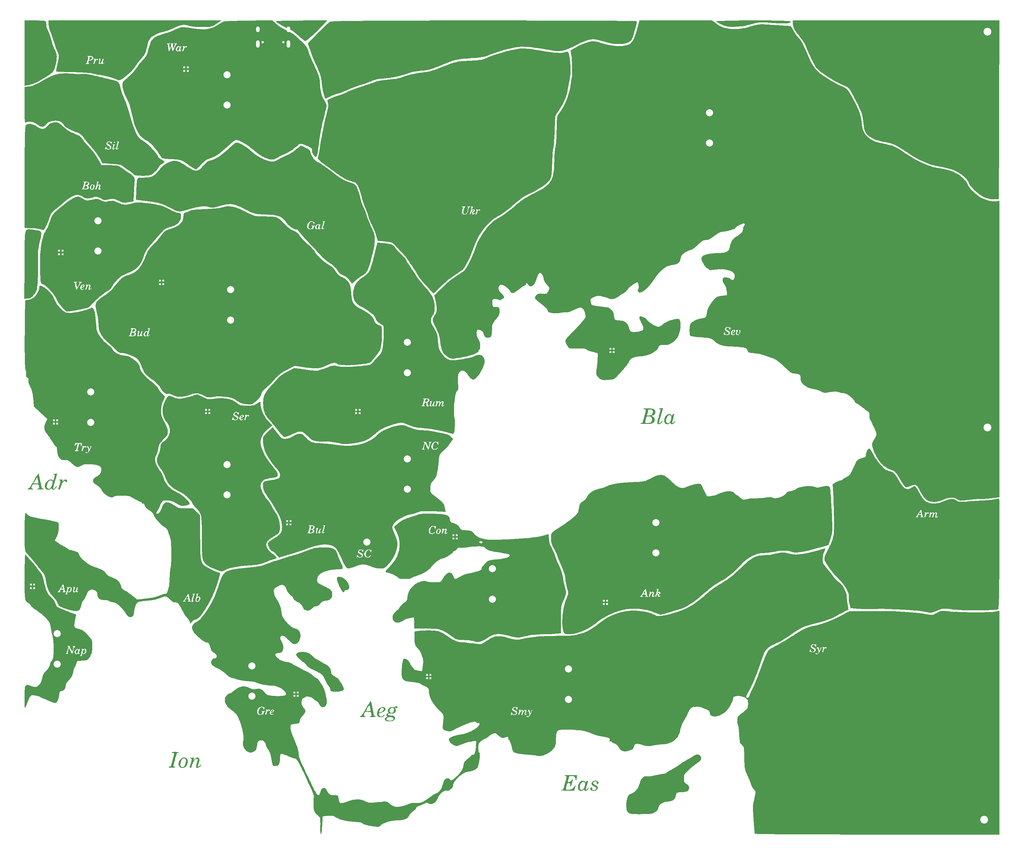
<source format=gto>
%TF.GenerationSoftware,KiCad,Pcbnew,(6.0.4)*%
%TF.CreationDate,2022-05-26T23:51:16-07:00*%
%TF.ProjectId,bot_R,626f745f-522e-46b6-9963-61645f706362,rev?*%
%TF.SameCoordinates,Original*%
%TF.FileFunction,Legend,Top*%
%TF.FilePolarity,Positive*%
%FSLAX46Y46*%
G04 Gerber Fmt 4.6, Leading zero omitted, Abs format (unit mm)*
G04 Created by KiCad (PCBNEW (6.0.4)) date 2022-05-26 23:51:16*
%MOMM*%
%LPD*%
G01*
G04 APERTURE LIST*
%ADD10C,2.000000*%
%ADD11C,2.200000*%
%ADD12R,0.550000X0.550000*%
%ADD13C,0.650000*%
%ADD14O,1.000000X1.600000*%
%ADD15O,1.000000X2.100000*%
G04 APERTURE END LIST*
%TO.C,G\u002A\u002A\u002A*%
G36*
X207766111Y-108207645D02*
G01*
X207752915Y-107774367D01*
X207759156Y-107312812D01*
X207784214Y-106852422D01*
X207827473Y-106422638D01*
X207888315Y-106052900D01*
X207966124Y-105772649D01*
X207998608Y-105698473D01*
X208119031Y-105513401D01*
X208295868Y-105337330D01*
X208550787Y-105154223D01*
X208905461Y-104948040D01*
X209265851Y-104760603D01*
X209834475Y-104495395D01*
X210339107Y-104310587D01*
X210827939Y-104190547D01*
X211190729Y-104136192D01*
X211676489Y-104060244D01*
X212035884Y-103948664D01*
X212289386Y-103781530D01*
X212457465Y-103538921D01*
X212560594Y-103200914D01*
X212619243Y-102747589D01*
X212619385Y-102745892D01*
X212754191Y-101974437D01*
X213028051Y-101186667D01*
X213434934Y-100393822D01*
X213968814Y-99607137D01*
X214623661Y-98837852D01*
X214830232Y-98624733D01*
X215095642Y-98367535D01*
X215305471Y-98193735D01*
X215501321Y-98075539D01*
X215724794Y-97985155D01*
X215846452Y-97945842D01*
X216118508Y-97878983D01*
X216487756Y-97811578D01*
X216903974Y-97751837D01*
X217284173Y-97710793D01*
X217647163Y-97677513D01*
X217958869Y-97646524D01*
X218188649Y-97621044D01*
X218305864Y-97604291D01*
X218311200Y-97602933D01*
X218339413Y-97522626D01*
X218341700Y-97327336D01*
X218321765Y-97046753D01*
X218283314Y-96710565D01*
X218230054Y-96348460D01*
X218165688Y-95990128D01*
X218093923Y-95665256D01*
X218048363Y-95497093D01*
X217930236Y-95177986D01*
X217763909Y-94821683D01*
X217604413Y-94537209D01*
X217382663Y-94173962D01*
X217234377Y-93898591D01*
X217148154Y-93678119D01*
X217112595Y-93479566D01*
X217116301Y-93269954D01*
X217128198Y-93159562D01*
X217175296Y-92880702D01*
X217251586Y-92698726D01*
X217384494Y-92595600D01*
X217601445Y-92553292D01*
X217929866Y-92553769D01*
X218041705Y-92558919D01*
X218433109Y-92593510D01*
X218749457Y-92665043D01*
X219044107Y-92793116D01*
X219370416Y-92997329D01*
X219515716Y-93100348D01*
X219715585Y-93216619D01*
X219898877Y-93278748D01*
X219934921Y-93281977D01*
X220123349Y-93213838D01*
X220289465Y-93031650D01*
X220420113Y-92768752D01*
X220502142Y-92458483D01*
X220522398Y-92134184D01*
X220485268Y-91886975D01*
X220328474Y-91540303D01*
X220064971Y-91207279D01*
X219732031Y-90934372D01*
X219710150Y-90920608D01*
X219198880Y-90672256D01*
X218571409Y-90480232D01*
X217849051Y-90347037D01*
X217053119Y-90275168D01*
X216204926Y-90267125D01*
X215325787Y-90325407D01*
X214982268Y-90366235D01*
X214599184Y-90412252D01*
X214220764Y-90448749D01*
X213900438Y-90470986D01*
X213749523Y-90475549D01*
X213506093Y-90469432D01*
X213365371Y-90438494D01*
X213282570Y-90365213D01*
X213232105Y-90273110D01*
X213074745Y-90089782D01*
X212818176Y-89969567D01*
X212582212Y-89861594D01*
X212372985Y-89680527D01*
X212216743Y-89489625D01*
X211907844Y-89041763D01*
X211630623Y-88571918D01*
X211398733Y-88109065D01*
X211225829Y-87682175D01*
X211125565Y-87320221D01*
X211105814Y-87132393D01*
X211153465Y-86883399D01*
X211255306Y-86688006D01*
X211500259Y-86473597D01*
X211874777Y-86276322D01*
X212361328Y-86100244D01*
X212942383Y-85949426D01*
X213600411Y-85827932D01*
X214317882Y-85739826D01*
X215077264Y-85689171D01*
X215611821Y-85678186D01*
X216437126Y-85658223D01*
X217123970Y-85600730D01*
X217676874Y-85505105D01*
X218100358Y-85370750D01*
X218170754Y-85338777D01*
X218458804Y-85164740D01*
X218689406Y-84937735D01*
X218876837Y-84634378D01*
X219035375Y-84231281D01*
X219179295Y-83705059D01*
X219186323Y-83675269D01*
X219401573Y-82925585D01*
X219670468Y-82302534D01*
X220003032Y-81791666D01*
X220409291Y-81378529D01*
X220899273Y-81048672D01*
X221069124Y-80961361D01*
X221535190Y-80690789D01*
X221983466Y-80347975D01*
X222373363Y-79968267D01*
X222664291Y-79587016D01*
X222683182Y-79555628D01*
X222821741Y-79262121D01*
X222879641Y-78957571D01*
X222885720Y-78795701D01*
X222903623Y-78513011D01*
X222969505Y-78297186D01*
X223108646Y-78069170D01*
X223125691Y-78045258D01*
X223301961Y-77748769D01*
X223357043Y-77527124D01*
X223298252Y-77382398D01*
X223132898Y-77316666D01*
X222868296Y-77332001D01*
X222511758Y-77430479D01*
X222070596Y-77614173D01*
X221900205Y-77697635D01*
X221438361Y-77946959D01*
X221097061Y-78168586D01*
X220855557Y-78377758D01*
X220698744Y-78580336D01*
X220610396Y-78693464D01*
X220479953Y-78788641D01*
X220276570Y-78882269D01*
X219969400Y-78990751D01*
X219860714Y-79025983D01*
X219474609Y-79139792D01*
X219026758Y-79256080D01*
X218550977Y-79367678D01*
X218081079Y-79467417D01*
X217650879Y-79548131D01*
X217294190Y-79602650D01*
X217044828Y-79623807D01*
X217040432Y-79623846D01*
X216718210Y-79667236D01*
X216342358Y-79797234D01*
X215903279Y-80019064D01*
X215391379Y-80337951D01*
X214797061Y-80759122D01*
X214395466Y-81064221D01*
X213829408Y-81461147D01*
X213297889Y-81740392D01*
X212769456Y-81916385D01*
X212387206Y-81985539D01*
X211983646Y-82053299D01*
X211626142Y-82157315D01*
X211289367Y-82312565D01*
X210947994Y-82534023D01*
X210576697Y-82836667D01*
X210150149Y-83235474D01*
X209966956Y-83416699D01*
X209492548Y-83873841D01*
X209082217Y-84227018D01*
X208713131Y-84491661D01*
X208362459Y-84683195D01*
X208007366Y-84817051D01*
X207820058Y-84867402D01*
X207291585Y-85041890D01*
X206750636Y-85304784D01*
X206254703Y-85624739D01*
X205934124Y-85895691D01*
X205636231Y-86209570D01*
X205435623Y-86487322D01*
X205307255Y-86775545D01*
X205226081Y-87120834D01*
X205206093Y-87250214D01*
X205124290Y-87662070D01*
X204998231Y-87977333D01*
X204804412Y-88245617D01*
X204669817Y-88382302D01*
X204332209Y-88646849D01*
X203951300Y-88831845D01*
X203490391Y-88951889D01*
X203105604Y-89004577D01*
X202417304Y-89106623D01*
X201806376Y-89273525D01*
X201236696Y-89521246D01*
X200672137Y-89865750D01*
X200076572Y-90323000D01*
X200025938Y-90365407D01*
X199461765Y-90897741D01*
X198866802Y-91569654D01*
X198244455Y-92377065D01*
X197727312Y-93120557D01*
X197087251Y-94032683D01*
X196467902Y-94822224D01*
X195872846Y-95485653D01*
X195305661Y-96019446D01*
X194769929Y-96420077D01*
X194269228Y-96684019D01*
X194026702Y-96765341D01*
X193686428Y-96806794D01*
X193420145Y-96725110D01*
X193211897Y-96514273D01*
X193167424Y-96441374D01*
X193106873Y-96309725D01*
X193107611Y-96192998D01*
X193176820Y-96033898D01*
X193230828Y-95935685D01*
X193318259Y-95761875D01*
X193366109Y-95598217D01*
X193381598Y-95396185D01*
X193371950Y-95107256D01*
X193366837Y-95021848D01*
X193319024Y-94602993D01*
X193237117Y-94272453D01*
X193127898Y-94048569D01*
X192998150Y-93949681D01*
X192969147Y-93946512D01*
X192790588Y-93990732D01*
X192524302Y-94112353D01*
X192196485Y-94294810D01*
X191833334Y-94521541D01*
X191461046Y-94775983D01*
X191105818Y-95041573D01*
X190793846Y-95301747D01*
X190722572Y-95366910D01*
X190493014Y-95608245D01*
X190252904Y-95901430D01*
X190106960Y-96105158D01*
X189872058Y-96422455D01*
X189610274Y-96686116D01*
X189285608Y-96926202D01*
X188862055Y-97172776D01*
X188770058Y-97221465D01*
X188437815Y-97410558D01*
X188082789Y-97636127D01*
X187810174Y-97828530D01*
X187300381Y-98180752D01*
X186823550Y-98429365D01*
X186334725Y-98596206D01*
X186132100Y-98643622D01*
X185875656Y-98693579D01*
X185677512Y-98714521D01*
X185495733Y-98700441D01*
X185288383Y-98645334D01*
X185013526Y-98543192D01*
X184782849Y-98450374D01*
X184352005Y-98294692D01*
X183845382Y-98141599D01*
X183311848Y-98003406D01*
X182800267Y-97892428D01*
X182359506Y-97820978D01*
X182232334Y-97807698D01*
X181771300Y-97810042D01*
X181293764Y-97899989D01*
X180767581Y-98085334D01*
X180403325Y-98251331D01*
X180072631Y-98429469D01*
X179865392Y-98595007D01*
X179763522Y-98777458D01*
X179748935Y-99006337D01*
X179790029Y-99252136D01*
X179850943Y-99544080D01*
X179904404Y-99828317D01*
X179925318Y-99954770D01*
X179972640Y-100146732D01*
X180070675Y-100267091D01*
X180264663Y-100370612D01*
X180271247Y-100373508D01*
X180607154Y-100492996D01*
X181041685Y-100597810D01*
X181587232Y-100690065D01*
X182256186Y-100771875D01*
X183015016Y-100841661D01*
X183616878Y-100896599D01*
X184096684Y-100957134D01*
X184480048Y-101029906D01*
X184792586Y-101121556D01*
X185059912Y-101238724D01*
X185307641Y-101388051D01*
X185414362Y-101463688D01*
X185733408Y-101733211D01*
X185976437Y-102028917D01*
X186158056Y-102379999D01*
X186292873Y-102815650D01*
X186395497Y-103365063D01*
X186407523Y-103448407D01*
X186476509Y-103882610D01*
X186558709Y-104202789D01*
X186676483Y-104427742D01*
X186852190Y-104576264D01*
X187108192Y-104667150D01*
X187466849Y-104719196D01*
X187950521Y-104751197D01*
X187957849Y-104751570D01*
X188314314Y-104779654D01*
X188652288Y-104823549D01*
X188920030Y-104875833D01*
X189010840Y-104902601D01*
X189545689Y-105170820D01*
X189989884Y-105550387D01*
X190330087Y-106026833D01*
X190549033Y-106571226D01*
X190687831Y-107041181D01*
X190818639Y-107387399D01*
X190957077Y-107631917D01*
X191118765Y-107796775D01*
X191319321Y-107904009D01*
X191538954Y-107967890D01*
X191843725Y-108003041D01*
X192239147Y-108000421D01*
X192687379Y-107965401D01*
X193150584Y-107903351D01*
X193590923Y-107819642D01*
X193970557Y-107719646D01*
X194251649Y-107608733D01*
X194310582Y-107574476D01*
X194521423Y-107401700D01*
X194648628Y-107202655D01*
X194691243Y-106960239D01*
X194648316Y-106657351D01*
X194518895Y-106276890D01*
X194302027Y-105801754D01*
X194200653Y-105600908D01*
X193905082Y-104990379D01*
X193699762Y-104484142D01*
X193585712Y-104085232D01*
X193563951Y-103796682D01*
X193574299Y-103737017D01*
X193666944Y-103588842D01*
X193850066Y-103536464D01*
X194128922Y-103580527D01*
X194508764Y-103721677D01*
X194871714Y-103896076D01*
X195202787Y-104073720D01*
X195428694Y-104216993D01*
X195580126Y-104349402D01*
X195687774Y-104494460D01*
X195715131Y-104542151D01*
X195910500Y-104802378D01*
X196215885Y-105093750D01*
X196602172Y-105397910D01*
X197040246Y-105696500D01*
X197500994Y-105971163D01*
X197955301Y-106203541D01*
X198374054Y-106375276D01*
X198728138Y-106468010D01*
X198779864Y-106474603D01*
X199059705Y-106484703D01*
X199301469Y-106440997D01*
X199540453Y-106327917D01*
X199811956Y-106129895D01*
X200069922Y-105905631D01*
X200479890Y-105594002D01*
X201002532Y-105287452D01*
X201603073Y-104999230D01*
X202246739Y-104742584D01*
X202898755Y-104530762D01*
X203524345Y-104377011D01*
X204088737Y-104294580D01*
X204325891Y-104284238D01*
X204579775Y-104293461D01*
X204737361Y-104333084D01*
X204849392Y-104419855D01*
X204892653Y-104471310D01*
X205048634Y-104769580D01*
X205149800Y-105179732D01*
X205198855Y-105677636D01*
X205198503Y-106239160D01*
X205151448Y-106840174D01*
X205060393Y-107456547D01*
X204928042Y-108064150D01*
X204757099Y-108638850D01*
X204550267Y-109156519D01*
X204320549Y-109577279D01*
X204004514Y-109990018D01*
X203598065Y-110412875D01*
X203148314Y-110802160D01*
X202702369Y-111114182D01*
X202598964Y-111173916D01*
X202161454Y-111394652D01*
X201755655Y-111549130D01*
X201343240Y-111644591D01*
X200885882Y-111688276D01*
X200345254Y-111687425D01*
X199976756Y-111669275D01*
X199674167Y-111668196D01*
X199454290Y-111724185D01*
X199280933Y-111860634D01*
X199117902Y-112100935D01*
X199017945Y-112288954D01*
X198712165Y-112758213D01*
X198285014Y-113218949D01*
X197762240Y-113649826D01*
X197169589Y-114029506D01*
X196560933Y-114325149D01*
X195858966Y-114571154D01*
X195094168Y-114752014D01*
X194235559Y-114874307D01*
X193790988Y-114913410D01*
X192966118Y-115000751D01*
X192265654Y-115132387D01*
X191695915Y-115306867D01*
X191339305Y-115475850D01*
X191033965Y-115695877D01*
X190838077Y-115953203D01*
X190724492Y-116254805D01*
X190647491Y-116450777D01*
X190505359Y-116698420D01*
X190290776Y-117007441D01*
X189996423Y-117387549D01*
X189614981Y-117848452D01*
X189139129Y-118399861D01*
X188917733Y-118651310D01*
X188567388Y-119047532D01*
X188211506Y-119450352D01*
X187875744Y-119830704D01*
X187585760Y-120159522D01*
X187367213Y-120407741D01*
X187361850Y-120413842D01*
X187077737Y-120728883D01*
X186830583Y-120973111D01*
X186594270Y-121157575D01*
X186342681Y-121293323D01*
X186049699Y-121391405D01*
X185689205Y-121462869D01*
X185235082Y-121518765D01*
X184661213Y-121570140D01*
X184620729Y-121573457D01*
X184038976Y-121611795D01*
X183576877Y-121618677D01*
X183209194Y-121591192D01*
X182910692Y-121526429D01*
X182656134Y-121421476D01*
X182499972Y-121328798D01*
X182202821Y-121096164D01*
X181898141Y-120798937D01*
X181630329Y-120484544D01*
X181443907Y-120200657D01*
X181396717Y-120075758D01*
X181369644Y-119908839D01*
X181363408Y-119681508D01*
X181378725Y-119375371D01*
X181416316Y-118972038D01*
X181476898Y-118453115D01*
X181527740Y-118054360D01*
X181564208Y-117742964D01*
X181603602Y-117352715D01*
X181644279Y-116906288D01*
X181684596Y-116426356D01*
X181722908Y-115935591D01*
X181757573Y-115456667D01*
X181786946Y-115012256D01*
X181809386Y-114625031D01*
X181823247Y-114317666D01*
X181826887Y-114112833D01*
X181819183Y-114033643D01*
X181739927Y-114005215D01*
X181542696Y-113948961D01*
X181253053Y-113871778D01*
X180896558Y-113780558D01*
X180691039Y-113729322D01*
X179975717Y-113536590D01*
X179392068Y-113344899D01*
X178944901Y-113156091D01*
X178639022Y-112972007D01*
X178576898Y-112919269D01*
X178444824Y-112825563D01*
X178261735Y-112753470D01*
X178012025Y-112701525D01*
X177680087Y-112668264D01*
X177250314Y-112652220D01*
X176707100Y-112651930D01*
X176034838Y-112665927D01*
X175914982Y-112669373D01*
X175301094Y-112685413D01*
X174815598Y-112691276D01*
X174439407Y-112684418D01*
X174153435Y-112662292D01*
X173938595Y-112622355D01*
X173775803Y-112562062D01*
X173645971Y-112478869D01*
X173530015Y-112370230D01*
X173510017Y-112348729D01*
X173320172Y-112099352D01*
X173123385Y-111770765D01*
X172938148Y-111402891D01*
X172782949Y-111035656D01*
X172676279Y-110708984D01*
X172636628Y-110462847D01*
X172690689Y-110299829D01*
X172853178Y-110042792D01*
X173124556Y-109691195D01*
X173505283Y-109244495D01*
X173995820Y-108702151D01*
X174596627Y-108063622D01*
X175246178Y-107391757D01*
X175890166Y-106726180D01*
X176473304Y-106110567D01*
X176987363Y-105554057D01*
X177424116Y-105065787D01*
X177775336Y-104654896D01*
X178032796Y-104330521D01*
X178144635Y-104172439D01*
X178246146Y-103967955D01*
X178319710Y-103740506D01*
X178346442Y-103389704D01*
X178293869Y-102984993D01*
X178175386Y-102555501D01*
X178004392Y-102130353D01*
X177794282Y-101738677D01*
X177558454Y-101409598D01*
X177310304Y-101172243D01*
X177087302Y-101061069D01*
X176945560Y-101045982D01*
X176764571Y-101069047D01*
X176526532Y-101136336D01*
X176213639Y-101253921D01*
X175808088Y-101427874D01*
X175292075Y-101664266D01*
X175220930Y-101697565D01*
X174691162Y-101943429D01*
X174267741Y-102131156D01*
X173924683Y-102268151D01*
X173636001Y-102361817D01*
X173375710Y-102419559D01*
X173117825Y-102448780D01*
X172836361Y-102456886D01*
X172569789Y-102452971D01*
X172093130Y-102453840D01*
X171697562Y-102487389D01*
X171318890Y-102559845D01*
X171224216Y-102583501D01*
X170582283Y-102696676D01*
X169870157Y-102730485D01*
X169142754Y-102684017D01*
X168758421Y-102624363D01*
X168320001Y-102521881D01*
X168009100Y-102401420D01*
X167805701Y-102251380D01*
X167689787Y-102060162D01*
X167669103Y-101993121D01*
X167568553Y-101728601D01*
X167393515Y-101447470D01*
X167134125Y-101139733D01*
X166780515Y-100795396D01*
X166322823Y-100404464D01*
X165751181Y-99956943D01*
X165400581Y-99694830D01*
X164908334Y-99321042D01*
X164535905Y-99008735D01*
X164276346Y-98743635D01*
X164122714Y-98511468D01*
X164068061Y-98297959D01*
X164105441Y-98088835D01*
X164227910Y-97869820D01*
X164406188Y-97651289D01*
X164605745Y-97445287D01*
X164795442Y-97298499D01*
X165004374Y-97203075D01*
X165261636Y-97151162D01*
X165596321Y-97134912D01*
X166037526Y-97146472D01*
X166239671Y-97156551D01*
X166637287Y-97176425D01*
X166916197Y-97184344D01*
X167105071Y-97177715D01*
X167232581Y-97153946D01*
X167327398Y-97110445D01*
X167410513Y-97050680D01*
X167539162Y-96908924D01*
X167696859Y-96677574D01*
X167853118Y-96402181D01*
X167879379Y-96350155D01*
X168019934Y-96042289D01*
X168090540Y-95797005D01*
X168084029Y-95580808D01*
X167993229Y-95360202D01*
X167810972Y-95101693D01*
X167545186Y-94788904D01*
X167175245Y-94349932D01*
X166901205Y-93973813D01*
X166705513Y-93628872D01*
X166570612Y-93283435D01*
X166478950Y-92905828D01*
X166467983Y-92845248D01*
X166373204Y-92397137D01*
X166256380Y-92054410D01*
X166099121Y-91774821D01*
X165894691Y-91528343D01*
X165690286Y-91354319D01*
X165499886Y-91285901D01*
X165317787Y-91329244D01*
X165138284Y-91490501D01*
X164955670Y-91775826D01*
X164764241Y-92191372D01*
X164558291Y-92743294D01*
X164439945Y-93097384D01*
X164195877Y-93751288D01*
X163929087Y-94283064D01*
X163643978Y-94687434D01*
X163344954Y-94959119D01*
X163036417Y-95092841D01*
X162773525Y-95094765D01*
X162611477Y-95034360D01*
X162426783Y-94899763D01*
X162195122Y-94671508D01*
X162062582Y-94525755D01*
X161597965Y-94002957D01*
X161535789Y-94251624D01*
X161454811Y-94533520D01*
X161363950Y-94710479D01*
X161230266Y-94823427D01*
X161020820Y-94913292D01*
X160996300Y-94921935D01*
X160817107Y-94995111D01*
X160621970Y-95099282D01*
X160392503Y-95247241D01*
X160110323Y-95451781D01*
X159757048Y-95725694D01*
X159314292Y-96081774D01*
X159224569Y-96154853D01*
X158698682Y-96547722D01*
X158241368Y-96811862D01*
X157850410Y-96948146D01*
X157523590Y-96957446D01*
X157342621Y-96894806D01*
X157228059Y-96782632D01*
X157103539Y-96586734D01*
X157047686Y-96470242D01*
X156840648Y-96103858D01*
X156531625Y-95751593D01*
X156103936Y-95396225D01*
X155808820Y-95191054D01*
X155369072Y-94931033D01*
X154966004Y-94751435D01*
X154620869Y-94659560D01*
X154354916Y-94662709D01*
X154310527Y-94676350D01*
X154031977Y-94856266D01*
X153833088Y-95134003D01*
X153739739Y-95469851D01*
X153735924Y-95558136D01*
X153768552Y-95871251D01*
X153872496Y-96176650D01*
X154061433Y-96499379D01*
X154349042Y-96864485D01*
X154601074Y-97142444D01*
X154955075Y-97537758D01*
X155193341Y-97854180D01*
X155318143Y-98101601D01*
X155331748Y-98289915D01*
X155236426Y-98429015D01*
X155034445Y-98528795D01*
X154926064Y-98559480D01*
X154637541Y-98682754D01*
X154452018Y-98843543D01*
X154286121Y-99051912D01*
X153578011Y-98825084D01*
X153084847Y-98681549D01*
X152706906Y-98610670D01*
X152428078Y-98617588D01*
X152232248Y-98707441D01*
X152103304Y-98885370D01*
X152025134Y-99156513D01*
X152000080Y-99328426D01*
X151979354Y-99671464D01*
X151984769Y-100044046D01*
X151999241Y-100223644D01*
X152051053Y-100517814D01*
X152142992Y-100711080D01*
X152302148Y-100823609D01*
X152555609Y-100875567D01*
X152890585Y-100887209D01*
X153318573Y-100904352D01*
X153629323Y-100968637D01*
X153840924Y-101099350D01*
X153971466Y-101315780D01*
X154039037Y-101637211D01*
X154061725Y-102082930D01*
X154062231Y-102136447D01*
X154046395Y-102524467D01*
X153983857Y-102865723D01*
X153860748Y-103192333D01*
X153663195Y-103536415D01*
X153377327Y-103930085D01*
X153182689Y-104172965D01*
X152802974Y-104651144D01*
X152479425Y-105088611D01*
X152226641Y-105464597D01*
X152059220Y-105758334D01*
X152040845Y-105797384D01*
X151995522Y-105975659D01*
X151955109Y-106296137D01*
X151920116Y-106753408D01*
X151891050Y-107342066D01*
X151887917Y-107423077D01*
X151857843Y-108050688D01*
X151814398Y-108546022D01*
X151748842Y-108924405D01*
X151652433Y-109201163D01*
X151516433Y-109391621D01*
X151332100Y-109511104D01*
X151090694Y-109574939D01*
X150783474Y-109598450D01*
X150646383Y-109600000D01*
X150409694Y-109592083D01*
X150248075Y-109550693D01*
X150102634Y-109449372D01*
X149930477Y-109278383D01*
X149662141Y-108908096D01*
X149496131Y-108483738D01*
X149451744Y-108137290D01*
X149387787Y-108008118D01*
X149218525Y-107849703D01*
X148977876Y-107682044D01*
X148699757Y-107525144D01*
X148418085Y-107399006D01*
X148166777Y-107323630D01*
X148050694Y-107311047D01*
X147832650Y-107377123D01*
X147670535Y-107562751D01*
X147568910Y-107849029D01*
X147532338Y-108217056D01*
X147565381Y-108647931D01*
X147640782Y-109009302D01*
X147728282Y-109272833D01*
X147862605Y-109601373D01*
X148017496Y-109931604D01*
X148047397Y-109989914D01*
X148335019Y-110643675D01*
X148501369Y-111287499D01*
X148559230Y-111973399D01*
X148559417Y-112073547D01*
X148550112Y-112439849D01*
X148522005Y-112689183D01*
X148465755Y-112851948D01*
X148372023Y-112958547D01*
X148268137Y-113021631D01*
X148125923Y-113147101D01*
X148108365Y-113273611D01*
X148093147Y-113471762D01*
X148056183Y-113573484D01*
X147917997Y-113717792D01*
X147655518Y-113886053D01*
X147288645Y-114070331D01*
X146837275Y-114262692D01*
X146321308Y-114455202D01*
X145760639Y-114639926D01*
X145175169Y-114808930D01*
X144604366Y-114949894D01*
X143967231Y-115085461D01*
X143311438Y-115211132D01*
X142665995Y-115322366D01*
X142059912Y-115414619D01*
X141522196Y-115483350D01*
X141081855Y-115524017D01*
X140880502Y-115532990D01*
X140564234Y-115534103D01*
X140333491Y-115515564D01*
X140131321Y-115464065D01*
X139900769Y-115366302D01*
X139662969Y-115248547D01*
X139103335Y-114905278D01*
X138600752Y-114480254D01*
X138187647Y-114004378D01*
X137945210Y-113611475D01*
X137768181Y-113217607D01*
X137619341Y-112785012D01*
X137492197Y-112287607D01*
X137380259Y-111699307D01*
X137277033Y-110994031D01*
X137259204Y-110855233D01*
X137166372Y-110166878D01*
X137071336Y-109589544D01*
X136963026Y-109086841D01*
X136830370Y-108622381D01*
X136662298Y-108159777D01*
X136447739Y-107662639D01*
X136175622Y-107094580D01*
X136020998Y-106785415D01*
X135797711Y-106332354D01*
X135593098Y-105897222D01*
X135418809Y-105506376D01*
X135286495Y-105186171D01*
X135207805Y-104962963D01*
X135196903Y-104921145D01*
X135151209Y-104637656D01*
X135158567Y-104381448D01*
X135228858Y-104119917D01*
X135371962Y-103820457D01*
X135597760Y-103450463D01*
X135680810Y-103324279D01*
X135931450Y-102926023D01*
X136100221Y-102589099D01*
X136202032Y-102263474D01*
X136251794Y-101899118D01*
X136264416Y-101445995D01*
X136264027Y-101367151D01*
X136259260Y-101135530D01*
X136246520Y-100909187D01*
X136222558Y-100668851D01*
X136184121Y-100395249D01*
X136127960Y-100069109D01*
X136050824Y-99671157D01*
X135949460Y-99182122D01*
X135820620Y-98582732D01*
X135705513Y-98056059D01*
X135610816Y-97624618D01*
X137344216Y-95912045D01*
X138112924Y-95162940D01*
X138802133Y-94514406D01*
X139426863Y-93953549D01*
X140002131Y-93467473D01*
X140542956Y-93043284D01*
X141064355Y-92668088D01*
X141329651Y-92490123D01*
X141985359Y-92060075D01*
X142529189Y-91701339D01*
X142973302Y-91405090D01*
X143329858Y-91162500D01*
X143611018Y-90964744D01*
X143828944Y-90802995D01*
X143995795Y-90668429D01*
X144123734Y-90552217D01*
X144224919Y-90445536D01*
X144311513Y-90339558D01*
X144334428Y-90309306D01*
X144744379Y-89707140D01*
X145169811Y-88981202D01*
X145600429Y-88153131D01*
X146025939Y-87244561D01*
X146436047Y-86277131D01*
X146820460Y-85272477D01*
X147064952Y-84570041D01*
X147409503Y-83630634D01*
X147811788Y-82714606D01*
X148285065Y-81797255D01*
X148842591Y-80853883D01*
X149497624Y-79859788D01*
X149898968Y-79289826D01*
X150439155Y-78563689D01*
X150941481Y-77949079D01*
X151429925Y-77423417D01*
X151928466Y-76964128D01*
X152461080Y-76548632D01*
X153051747Y-76154354D01*
X153535528Y-75865716D01*
X154571703Y-75245525D01*
X155530969Y-74613831D01*
X156451823Y-73942517D01*
X157372757Y-73203466D01*
X158332267Y-72368559D01*
X158370388Y-72334220D01*
X158976675Y-71797884D01*
X159534525Y-71330097D01*
X160069410Y-70913865D01*
X160606803Y-70532196D01*
X161172176Y-70168098D01*
X161791002Y-69804579D01*
X162488753Y-69424646D01*
X163290903Y-69011307D01*
X163537241Y-68887492D01*
X164460270Y-68416768D01*
X165252365Y-67993590D01*
X165920893Y-67613737D01*
X166473223Y-67272984D01*
X166916723Y-66967108D01*
X167008571Y-66897816D01*
X167596724Y-66389101D01*
X168112210Y-65831147D01*
X168527652Y-65255718D01*
X168717598Y-64915100D01*
X168883316Y-64555316D01*
X169022973Y-64195409D01*
X169139108Y-63818261D01*
X169234260Y-63406758D01*
X169310967Y-62943783D01*
X169371766Y-62412220D01*
X169419198Y-61794953D01*
X169455799Y-61074867D01*
X169484108Y-60234844D01*
X169498546Y-59649128D01*
X169520557Y-58809236D01*
X169547504Y-58096952D01*
X169581072Y-57492247D01*
X169622948Y-56975089D01*
X169674816Y-56525448D01*
X169738363Y-56123295D01*
X169815274Y-55748599D01*
X169833285Y-55671512D01*
X169896721Y-55351757D01*
X169953590Y-54948081D01*
X170004456Y-54451652D01*
X170049882Y-53853639D01*
X170090433Y-53145211D01*
X170126672Y-52317538D01*
X170159162Y-51361787D01*
X170188468Y-50269129D01*
X170194455Y-50013372D01*
X170213090Y-49255962D01*
X170231618Y-48632300D01*
X170250840Y-48128463D01*
X170271559Y-47730529D01*
X170294576Y-47424574D01*
X170320693Y-47196675D01*
X170350713Y-47032909D01*
X170370188Y-46961948D01*
X170466258Y-46747416D01*
X170632967Y-46459438D01*
X170846126Y-46137775D01*
X170999069Y-45928228D01*
X171569909Y-45125325D01*
X172069246Y-44305608D01*
X172516766Y-43432165D01*
X172932154Y-42468087D01*
X173152059Y-41891279D01*
X173459256Y-40962913D01*
X173744321Y-39924623D01*
X173999380Y-38813468D01*
X174216557Y-37666509D01*
X174387979Y-36520804D01*
X174490267Y-35592982D01*
X174527969Y-35004637D01*
X174547465Y-34304338D01*
X174549755Y-33526551D01*
X174535838Y-32705741D01*
X174506714Y-31876374D01*
X174463385Y-31072916D01*
X174406849Y-30329833D01*
X174338107Y-29681591D01*
X174313413Y-29497843D01*
X174140680Y-28290744D01*
X174293160Y-28196061D01*
X175339381Y-27577537D01*
X176357868Y-27036709D01*
X177332935Y-26580635D01*
X178248895Y-26216371D01*
X179090059Y-25950976D01*
X179503488Y-25852125D01*
X180101803Y-25757218D01*
X180670603Y-25735953D01*
X181251105Y-25791330D01*
X181884527Y-25926346D01*
X182346221Y-26058872D01*
X183115764Y-26293839D01*
X183772307Y-26485310D01*
X184342119Y-26638902D01*
X184851470Y-26760232D01*
X185326628Y-26854916D01*
X185793862Y-26928571D01*
X186279440Y-26986815D01*
X186809632Y-27035264D01*
X186972432Y-27048051D01*
X187768128Y-27080905D01*
X188538426Y-27059470D01*
X189257526Y-26986889D01*
X189899630Y-26866308D01*
X190438938Y-26700870D01*
X190672181Y-26597144D01*
X191012676Y-26372846D01*
X191335837Y-26052734D01*
X191644889Y-25629945D01*
X191943062Y-25097616D01*
X192233584Y-24448882D01*
X192519682Y-23676881D01*
X192804586Y-22774749D01*
X193091522Y-21735623D01*
X193246125Y-21124564D01*
X193568733Y-19813954D01*
X214109965Y-19813954D01*
X214989139Y-20481370D01*
X215776217Y-21034769D01*
X216533242Y-21468702D01*
X217294577Y-21796589D01*
X218094583Y-22031849D01*
X218967625Y-22187902D01*
X219508682Y-22246344D01*
X220484725Y-22281427D01*
X221539697Y-22229529D01*
X222637060Y-22095731D01*
X223740276Y-21885110D01*
X224812808Y-21602747D01*
X225319477Y-21438562D01*
X226042763Y-21206984D01*
X226695160Y-21044348D01*
X227321082Y-20945285D01*
X227964941Y-20904424D01*
X228671149Y-20916398D01*
X229289609Y-20958602D01*
X229668223Y-20988322D01*
X230166947Y-21023939D01*
X230758416Y-21063693D01*
X231415266Y-21105818D01*
X232110130Y-21148553D01*
X232815644Y-21190132D01*
X233358657Y-21220791D01*
X233992820Y-21257223D01*
X234585331Y-21293925D01*
X235118862Y-21329624D01*
X235576087Y-21363047D01*
X235939680Y-21392919D01*
X236192314Y-21417968D01*
X236316662Y-21436921D01*
X236321688Y-21438550D01*
X236441524Y-21541270D01*
X236609023Y-21777454D01*
X236825563Y-22149163D01*
X236945838Y-22373494D01*
X237291123Y-23001687D01*
X237621048Y-23533121D01*
X237965763Y-24011524D01*
X238355416Y-24480623D01*
X238540167Y-24685872D01*
X238852560Y-25042626D01*
X239135282Y-25404831D01*
X239399153Y-25791909D01*
X239654990Y-26223281D01*
X239913610Y-26718371D01*
X240185832Y-27296600D01*
X240482472Y-27977391D01*
X240797535Y-28738758D01*
X241231876Y-29780504D01*
X241640194Y-30695317D01*
X242034275Y-31499016D01*
X242425904Y-32207423D01*
X242826866Y-32836355D01*
X243248948Y-33401633D01*
X243703933Y-33919076D01*
X244203607Y-34404504D01*
X244759757Y-34873736D01*
X245384167Y-35342593D01*
X246067733Y-35813002D01*
X246821995Y-36298594D01*
X247638552Y-36795122D01*
X248485312Y-37284751D01*
X249330184Y-37749649D01*
X250141079Y-38171982D01*
X250885905Y-38533917D01*
X251294440Y-38717570D01*
X251579310Y-38843560D01*
X251822153Y-38962880D01*
X252034217Y-39089285D01*
X252226751Y-39236533D01*
X252411004Y-39418378D01*
X252598223Y-39648576D01*
X252799659Y-39940884D01*
X253026559Y-40309057D01*
X253290172Y-40766851D01*
X253601747Y-41328022D01*
X253950069Y-41965116D01*
X254458370Y-42914700D01*
X254890156Y-43762773D01*
X255252681Y-44529440D01*
X255553199Y-45234806D01*
X255798966Y-45898975D01*
X255997236Y-46542052D01*
X256155263Y-47184143D01*
X256280301Y-47845351D01*
X256379606Y-48545782D01*
X256406008Y-48771420D01*
X256485614Y-49415425D01*
X256569772Y-49943635D01*
X256665883Y-50387900D01*
X256781348Y-50780072D01*
X256923570Y-51152002D01*
X256998792Y-51322392D01*
X257403863Y-52041428D01*
X257914707Y-52666275D01*
X258416512Y-53107218D01*
X258861894Y-53417490D01*
X259325743Y-53688563D01*
X259828468Y-53927989D01*
X260390481Y-54143322D01*
X261032192Y-54342118D01*
X261774010Y-54531929D01*
X262636347Y-54720310D01*
X262939535Y-54781219D01*
X263440668Y-54882201D01*
X263915046Y-54981616D01*
X264335915Y-55073560D01*
X264676518Y-55152129D01*
X264910102Y-55211422D01*
X264970058Y-55229221D01*
X265284648Y-55344071D01*
X265626826Y-55495344D01*
X266011164Y-55691351D01*
X266452240Y-55940401D01*
X266964626Y-56250802D01*
X267562899Y-56630863D01*
X268261632Y-57088895D01*
X268440407Y-57207692D01*
X269515246Y-57911814D01*
X270496602Y-58528705D01*
X271402540Y-59067905D01*
X272251122Y-59538956D01*
X273060415Y-59951399D01*
X273848481Y-60314774D01*
X274633386Y-60638623D01*
X275433194Y-60932488D01*
X275602616Y-60990564D01*
X276087188Y-61150636D01*
X276497930Y-61274310D01*
X276880455Y-61372322D01*
X277280373Y-61455408D01*
X277743296Y-61534304D01*
X278213173Y-61605043D01*
X279296672Y-61794778D01*
X280353820Y-62042194D01*
X281356248Y-62338692D01*
X282275588Y-62675677D01*
X283083473Y-63044552D01*
X283244768Y-63129856D01*
X283726283Y-63423360D01*
X284218899Y-63780052D01*
X284703861Y-64181054D01*
X285162415Y-64607484D01*
X285575807Y-65040461D01*
X285925283Y-65461106D01*
X286192089Y-65850537D01*
X286357470Y-66189874D01*
X286388189Y-66294477D01*
X286460130Y-66474224D01*
X286593303Y-66708482D01*
X286714349Y-66885174D01*
X286982083Y-67211613D01*
X287337862Y-67598299D01*
X287755581Y-68020911D01*
X288209137Y-68455130D01*
X288672424Y-68876636D01*
X289119339Y-69261108D01*
X289523776Y-69584228D01*
X289859631Y-69821675D01*
X289880362Y-69834749D01*
X290162506Y-69987955D01*
X290548511Y-70165959D01*
X291000071Y-70353606D01*
X291478882Y-70535740D01*
X291946638Y-70697203D01*
X292365034Y-70822840D01*
X292403389Y-70833034D01*
X292984347Y-70953478D01*
X293588101Y-71022809D01*
X294169257Y-71038727D01*
X294682420Y-70998936D01*
X294892587Y-70959056D01*
X295354070Y-70848562D01*
X295354070Y-154775392D01*
X295077180Y-154819467D01*
X294079242Y-154957803D01*
X292970574Y-155074384D01*
X291786950Y-155165990D01*
X290564149Y-155229397D01*
X290497040Y-155231980D01*
X289886214Y-155259178D01*
X289246331Y-155294892D01*
X288615972Y-155336461D01*
X288033718Y-155381228D01*
X287538152Y-155426530D01*
X287305814Y-155451983D01*
X286513291Y-155544943D01*
X285854999Y-155618311D01*
X285318936Y-155673094D01*
X284893103Y-155710299D01*
X284565498Y-155730933D01*
X284324122Y-155736002D01*
X284156973Y-155726514D01*
X284113387Y-155719866D01*
X283903882Y-155649312D01*
X283645216Y-155520174D01*
X283464863Y-155408090D01*
X282985417Y-155133788D01*
X282482217Y-154960702D01*
X281941987Y-154889537D01*
X281351450Y-154920998D01*
X280697330Y-155055791D01*
X279966352Y-155294620D01*
X279146802Y-155637480D01*
X278459114Y-155883242D01*
X277701009Y-156037844D01*
X276923088Y-156094752D01*
X276175955Y-156047433D01*
X276082558Y-156033093D01*
X275795270Y-155963725D01*
X275458778Y-155851205D01*
X275196512Y-155742389D01*
X274788718Y-155513893D01*
X274410348Y-155216076D01*
X274049336Y-154834252D01*
X273693616Y-154353735D01*
X273331122Y-153759838D01*
X272949787Y-153037876D01*
X272911986Y-152961778D01*
X272653642Y-152453598D01*
X272437317Y-152064098D01*
X272250210Y-151774835D01*
X272079520Y-151567368D01*
X271912446Y-151423253D01*
X271794872Y-151352290D01*
X271605142Y-151277865D01*
X271398516Y-151254054D01*
X271147801Y-151284754D01*
X270825805Y-151373861D01*
X270405334Y-151525274D01*
X270298308Y-151566788D01*
X269837019Y-151742255D01*
X269487047Y-151859988D01*
X269225158Y-151923111D01*
X269028119Y-151934747D01*
X268872694Y-151898020D01*
X268735651Y-151816054D01*
X268693920Y-151782497D01*
X268500537Y-151582672D01*
X268257414Y-151265557D01*
X267961694Y-150826913D01*
X267610524Y-150262497D01*
X267201048Y-149568070D01*
X267188264Y-149545930D01*
X266842869Y-148955743D01*
X266550010Y-148480364D01*
X266294083Y-148103590D01*
X266059486Y-147809213D01*
X265830618Y-147581027D01*
X265591876Y-147402827D01*
X265327657Y-147258406D01*
X265022360Y-147131559D01*
X264782105Y-147046657D01*
X264441098Y-146923632D01*
X264100776Y-146788182D01*
X263824439Y-146665757D01*
X263779234Y-146643462D01*
X263256500Y-146323420D01*
X262704859Y-145885672D01*
X262145832Y-145351310D01*
X261600935Y-144741426D01*
X261091688Y-144077114D01*
X260947089Y-143867393D01*
X260643366Y-143375175D01*
X260343243Y-142816072D01*
X260059633Y-142220866D01*
X259805450Y-141620341D01*
X259593609Y-141045279D01*
X259437022Y-140526462D01*
X259348604Y-140094674D01*
X259342306Y-140042041D01*
X259328793Y-139831749D01*
X259343797Y-139640496D01*
X259397499Y-139439407D01*
X259500081Y-139199604D01*
X259661723Y-138892211D01*
X259886211Y-138499336D01*
X260177026Y-137980430D01*
X260384135Y-137564354D01*
X260513731Y-137236785D01*
X260572009Y-136983399D01*
X260576744Y-136902367D01*
X260543352Y-136704858D01*
X260447532Y-136392789D01*
X260295818Y-135982180D01*
X260094745Y-135489054D01*
X259850848Y-134929432D01*
X259570660Y-134319337D01*
X259260716Y-133674789D01*
X259258819Y-133670930D01*
X258623549Y-132378779D01*
X258637227Y-131747247D01*
X258634079Y-131386264D01*
X258594212Y-131108544D01*
X258498890Y-130880360D01*
X258329373Y-130667981D01*
X258066922Y-130437680D01*
X257794574Y-130230502D01*
X257503782Y-130011788D01*
X257144948Y-129736128D01*
X256764708Y-129439615D01*
X256426253Y-129171581D01*
X256074380Y-128902585D01*
X255701360Y-128637925D01*
X255351755Y-128408097D01*
X255070698Y-128243895D01*
X254782782Y-128085634D01*
X254599275Y-127959774D01*
X254489181Y-127839779D01*
X254421504Y-127699113D01*
X254416068Y-127683456D01*
X254279134Y-127388700D01*
X254057419Y-127079307D01*
X253735667Y-126736944D01*
X253305122Y-126348822D01*
X252841815Y-125975729D01*
X252436303Y-125703232D01*
X252055959Y-125515172D01*
X251668154Y-125395391D01*
X251243978Y-125328114D01*
X250860412Y-125270158D01*
X250445316Y-125179090D01*
X250087358Y-125074418D01*
X250081536Y-125072371D01*
X249669653Y-124941504D01*
X249297163Y-124861833D01*
X248926037Y-124832188D01*
X248518248Y-124851396D01*
X248035768Y-124918287D01*
X247615210Y-124996421D01*
X247194141Y-125073084D01*
X246777994Y-125136867D01*
X246410854Y-125181764D01*
X246136802Y-125201766D01*
X246104651Y-125202255D01*
X245861293Y-125195372D01*
X245657585Y-125163897D01*
X245447045Y-125094013D01*
X245183192Y-124971905D01*
X244980492Y-124868104D01*
X244423456Y-124617429D01*
X243785956Y-124407521D01*
X243042436Y-124230709D01*
X242560465Y-124141637D01*
X241845987Y-123959303D01*
X241136824Y-123664618D01*
X240476021Y-123279511D01*
X239906627Y-122825915D01*
X239828001Y-122749568D01*
X239530800Y-122419772D01*
X239334439Y-122107128D01*
X239217476Y-121762451D01*
X239158471Y-121336554D01*
X239149224Y-121192442D01*
X239107390Y-120741204D01*
X239023262Y-120402509D01*
X238877558Y-120158386D01*
X238650997Y-119990863D01*
X238324297Y-119881970D01*
X237878178Y-119813736D01*
X237647342Y-119792622D01*
X237180238Y-119741998D01*
X236827034Y-119671252D01*
X236554559Y-119573583D01*
X236536070Y-119564798D01*
X236352622Y-119447071D01*
X236079138Y-119230607D01*
X235726337Y-118924634D01*
X235304938Y-118538379D01*
X234932490Y-118184384D01*
X234303298Y-117586544D01*
X233751473Y-117084383D01*
X233255720Y-116663697D01*
X232794747Y-116310282D01*
X232347258Y-116009936D01*
X231891962Y-115748456D01*
X231407563Y-115511637D01*
X230872768Y-115285278D01*
X230266283Y-115055174D01*
X230210978Y-115035073D01*
X229245240Y-114700880D01*
X228377815Y-114436420D01*
X227580613Y-114235072D01*
X226825546Y-114090216D01*
X226084522Y-113995230D01*
X225651744Y-113960486D01*
X225185187Y-113925824D01*
X224841914Y-113883072D01*
X224597568Y-113821154D01*
X224427789Y-113728994D01*
X224308218Y-113595517D01*
X224214496Y-113409647D01*
X224166664Y-113285254D01*
X224006916Y-112931693D01*
X223814978Y-112692482D01*
X223560380Y-112534307D01*
X223436628Y-112487088D01*
X223186029Y-112425606D01*
X222806803Y-112363400D01*
X222317972Y-112302395D01*
X221738558Y-112244515D01*
X221087585Y-112191685D01*
X220384075Y-112145831D01*
X219737946Y-112112835D01*
X218830648Y-112060095D01*
X218050375Y-111984658D01*
X217377394Y-111880255D01*
X216791972Y-111740617D01*
X216274376Y-111559474D01*
X215804874Y-111330559D01*
X215363733Y-111047601D01*
X214931219Y-110704332D01*
X214725226Y-110520304D01*
X214468431Y-110289741D01*
X214239639Y-110106276D01*
X214016478Y-109962928D01*
X213776573Y-109852714D01*
X213497551Y-109768653D01*
X213157038Y-109703764D01*
X212732661Y-109651065D01*
X212202047Y-109603574D01*
X211655625Y-109562436D01*
X210765175Y-109494824D01*
X210013579Y-109430484D01*
X209392082Y-109368198D01*
X208891933Y-109306746D01*
X208504377Y-109244910D01*
X208220661Y-109181470D01*
X208032033Y-109115208D01*
X207929739Y-109044905D01*
X207928480Y-109043408D01*
X207853275Y-108871607D01*
X207843375Y-108818654D01*
X217417069Y-108818654D01*
X217463954Y-108854339D01*
X217549669Y-108801817D01*
X217667422Y-108762532D01*
X217859968Y-108800513D01*
X217939099Y-108827775D01*
X218319514Y-108900210D01*
X218668945Y-108832090D01*
X218858721Y-108724018D01*
X219076563Y-108494783D01*
X219141048Y-108291959D01*
X219450549Y-108291959D01*
X219466511Y-108545120D01*
X219527940Y-108703687D01*
X219658613Y-108819140D01*
X219707849Y-108849019D01*
X219934063Y-108900278D01*
X220208047Y-108839618D01*
X220390843Y-108744169D01*
X220516194Y-108633662D01*
X220557619Y-108537220D01*
X220499901Y-108492644D01*
X220492181Y-108492442D01*
X220396510Y-108543032D01*
X220332336Y-108606968D01*
X220177735Y-108690307D01*
X220009487Y-108699265D01*
X219845841Y-108660775D01*
X219786051Y-108565250D01*
X219781686Y-108499105D01*
X219790274Y-108463314D01*
X220856386Y-108463314D01*
X220918638Y-108685045D01*
X221006399Y-108794189D01*
X221206648Y-108899709D01*
X221444939Y-108882091D01*
X221657413Y-108763395D01*
X221777184Y-108610735D01*
X221904593Y-108368199D01*
X222016647Y-108090375D01*
X222090354Y-107831850D01*
X222106837Y-107696375D01*
X222070581Y-107491915D01*
X221989350Y-107408726D01*
X221860350Y-107411830D01*
X221798795Y-107521866D01*
X221818864Y-107708033D01*
X221832811Y-107748771D01*
X221871202Y-108051429D01*
X221764557Y-108363987D01*
X221660780Y-108517363D01*
X221496331Y-108662488D01*
X221330895Y-108710128D01*
X221204171Y-108653517D01*
X221173319Y-108600443D01*
X221172323Y-108480185D01*
X221206801Y-108263263D01*
X221267000Y-107993592D01*
X221343167Y-107715087D01*
X221421913Y-107481070D01*
X221390290Y-107413437D01*
X221262049Y-107383557D01*
X221084655Y-107396814D01*
X220969120Y-107429702D01*
X220865524Y-107506672D01*
X220875192Y-107581581D01*
X220964488Y-107606395D01*
X221033052Y-107654954D01*
X221029920Y-107807525D01*
X220954211Y-108074454D01*
X220915351Y-108183441D01*
X220856386Y-108463314D01*
X219790274Y-108463314D01*
X219812921Y-108368935D01*
X219931683Y-108283902D01*
X220058009Y-108240675D01*
X220371888Y-108106397D01*
X220567561Y-107926710D01*
X220630814Y-107726915D01*
X220576860Y-107528613D01*
X220434311Y-107419826D01*
X220232135Y-107400705D01*
X219999301Y-107471397D01*
X219764778Y-107632052D01*
X219676571Y-107722008D01*
X219518667Y-107942702D01*
X219455975Y-108165333D01*
X219450549Y-108291959D01*
X219141048Y-108291959D01*
X219155979Y-108244998D01*
X219100459Y-107994950D01*
X218913493Y-107764923D01*
X218666437Y-107606395D01*
X218316712Y-107412814D01*
X218108034Y-107240583D01*
X218036459Y-107083029D01*
X218098042Y-106933480D01*
X218210615Y-106835292D01*
X218457572Y-106735690D01*
X218694306Y-106761190D01*
X218884973Y-106893685D01*
X218993728Y-107115073D01*
X219006395Y-107237209D01*
X219028985Y-107416027D01*
X219085476Y-107467738D01*
X219158949Y-107403889D01*
X219232488Y-107236030D01*
X219276824Y-107052616D01*
X219312938Y-106812423D01*
X219309134Y-106686571D01*
X219264007Y-106646837D01*
X219256609Y-106646512D01*
X219136629Y-106696568D01*
X219117658Y-106719528D01*
X219027878Y-106738822D01*
X218890231Y-106673096D01*
X218637766Y-106582447D01*
X218361146Y-106596998D01*
X218098362Y-106698868D01*
X217887405Y-106870173D01*
X217766267Y-107093031D01*
X217751163Y-107209262D01*
X217784347Y-107430470D01*
X217899425Y-107611596D01*
X218119681Y-107780110D01*
X218335349Y-107898457D01*
X218624540Y-108064206D01*
X218782851Y-108211892D01*
X218822391Y-108360340D01*
X218755272Y-108528375D01*
X218747938Y-108539765D01*
X218635640Y-108657164D01*
X218469415Y-108707068D01*
X218314684Y-108713954D01*
X218021309Y-108668639D01*
X217828266Y-108522082D01*
X217716290Y-108258358D01*
X217705892Y-108210707D01*
X217653854Y-108029714D01*
X217598361Y-107993799D01*
X217538379Y-108103752D01*
X217472877Y-108360362D01*
X217466009Y-108393994D01*
X217418722Y-108669925D01*
X217417069Y-108818654D01*
X207843375Y-108818654D01*
X207799358Y-108583205D01*
X207766111Y-108207645D01*
G37*
G36*
X37293810Y-66669832D02*
G01*
X37464356Y-66797670D01*
X37514535Y-66984416D01*
X37464803Y-67238809D01*
X37307973Y-67402134D01*
X37032592Y-67485507D01*
X36993184Y-67490429D01*
X36784202Y-67501997D01*
X36641668Y-67488395D01*
X36615117Y-67475715D01*
X36586862Y-67367497D01*
X36593012Y-67339438D01*
X36627824Y-67218939D01*
X36681223Y-67019118D01*
X36701526Y-66940552D01*
X36763220Y-66743293D01*
X36838992Y-66652064D01*
X36967215Y-66627232D01*
X37005375Y-66626744D01*
X37293810Y-66669832D01*
G37*
G36*
X69002695Y-183139031D02*
G01*
X69096845Y-183304849D01*
X69105823Y-183542777D01*
X69032696Y-183806512D01*
X68948190Y-183961610D01*
X68770612Y-184158617D01*
X68596150Y-184236188D01*
X68447833Y-184189265D01*
X68375354Y-184087433D01*
X68340031Y-183886236D01*
X68382720Y-183658967D01*
X68483168Y-183436245D01*
X68621121Y-183248690D01*
X68776325Y-183126922D01*
X68928525Y-183101561D01*
X69002695Y-183139031D01*
G37*
G36*
X36375863Y-94763538D02*
G01*
X36437892Y-94894963D01*
X36387720Y-95055769D01*
X36242510Y-95204116D01*
X36179747Y-95241620D01*
X35976082Y-95333050D01*
X35877758Y-95332838D01*
X35869631Y-95234730D01*
X35901583Y-95126753D01*
X36011003Y-94921378D01*
X36155972Y-94781630D01*
X36301237Y-94734505D01*
X36375863Y-94763538D01*
G37*
G36*
X19725977Y-65458950D02*
G01*
X19731443Y-63736865D01*
X19738866Y-62090842D01*
X19748176Y-60526711D01*
X19759305Y-59050302D01*
X19772187Y-57667442D01*
X19786752Y-56383962D01*
X19802934Y-55205690D01*
X19820663Y-54138456D01*
X19839872Y-53188089D01*
X19860493Y-52360417D01*
X19882457Y-51661271D01*
X19905698Y-51096478D01*
X19930146Y-50671869D01*
X19937311Y-50577519D01*
X19984570Y-50118389D01*
X20041106Y-49775226D01*
X20104464Y-49561891D01*
X20123377Y-49526875D01*
X20332638Y-49305829D01*
X20626581Y-49167018D01*
X21024516Y-49103210D01*
X21270349Y-49097186D01*
X21806049Y-49151365D01*
X22329122Y-49311479D01*
X22868033Y-49588146D01*
X23229960Y-49828116D01*
X23769561Y-50177376D01*
X24242120Y-50405305D01*
X24657920Y-50516384D01*
X24840295Y-50529511D01*
X25241012Y-50480756D01*
X25582187Y-50322176D01*
X25892944Y-50037963D01*
X26007417Y-49895984D01*
X26453358Y-49414234D01*
X26979349Y-49049473D01*
X27596072Y-48795397D01*
X28058337Y-48685215D01*
X28416851Y-48639186D01*
X28742742Y-48645852D01*
X29056413Y-48714741D01*
X29378270Y-48855381D01*
X29728717Y-49077297D01*
X30128158Y-49390018D01*
X30596998Y-49803069D01*
X30745470Y-49939838D01*
X31278720Y-50408733D01*
X31794277Y-50801533D01*
X32329005Y-51140635D01*
X32919769Y-51448434D01*
X33603432Y-51747327D01*
X33939863Y-51880510D01*
X34507159Y-52109205D01*
X34955397Y-52315644D01*
X35308183Y-52515720D01*
X35589122Y-52725323D01*
X35821819Y-52960345D01*
X36029878Y-53236675D01*
X36089528Y-53327668D01*
X36331734Y-53680860D01*
X36644161Y-54090112D01*
X37036589Y-54567399D01*
X37518801Y-55124697D01*
X37970277Y-55630087D01*
X38602498Y-56344950D01*
X39140123Y-56987960D01*
X39600739Y-57583298D01*
X40001936Y-58155141D01*
X40361302Y-58727670D01*
X40696428Y-59325062D01*
X40795244Y-59513469D01*
X40974049Y-59848547D01*
X41147903Y-60155582D01*
X41295962Y-60398835D01*
X41391145Y-60535174D01*
X41573328Y-60756686D01*
X43697274Y-60797840D01*
X44338705Y-60811463D01*
X44850936Y-60825595D01*
X45252443Y-60841532D01*
X45561698Y-60860565D01*
X45797176Y-60883990D01*
X45977350Y-60913100D01*
X46120694Y-60949188D01*
X46190407Y-60972436D01*
X46375463Y-61060555D01*
X46660035Y-61223201D01*
X47024631Y-61447467D01*
X47449755Y-61720448D01*
X47915913Y-62029239D01*
X48403613Y-62360935D01*
X48893359Y-62702631D01*
X49365659Y-63041420D01*
X49783228Y-63350941D01*
X50202420Y-63679174D01*
X50509749Y-63955082D01*
X50719317Y-64203421D01*
X50845223Y-64448947D01*
X50901567Y-64716414D01*
X50902450Y-65030578D01*
X50879486Y-65275644D01*
X50857239Y-65514079D01*
X50831136Y-65871223D01*
X50802931Y-66318220D01*
X50774379Y-66826211D01*
X50747235Y-67366338D01*
X50732200Y-67697384D01*
X50707584Y-68255997D01*
X50682470Y-68812082D01*
X50658346Y-69333734D01*
X50636697Y-69789052D01*
X50619008Y-70146131D01*
X50611561Y-70288077D01*
X50571155Y-71032840D01*
X49673433Y-71197038D01*
X49070963Y-71303270D01*
X48582938Y-71374810D01*
X48179504Y-71408368D01*
X47830808Y-71400655D01*
X47506997Y-71348380D01*
X47178218Y-71248254D01*
X46814619Y-71096985D01*
X46386346Y-70891285D01*
X46241471Y-70818811D01*
X45745056Y-70582424D01*
X45332241Y-70423782D01*
X44964470Y-70337647D01*
X44603190Y-70318782D01*
X44209844Y-70361947D01*
X43745879Y-70461907D01*
X43699491Y-70473472D01*
X43336940Y-70552396D01*
X42967478Y-70612769D01*
X42654621Y-70644786D01*
X42572384Y-70647470D01*
X42318122Y-70637626D01*
X42104649Y-70594069D01*
X41875513Y-70499871D01*
X41612500Y-70359633D01*
X41146320Y-70103715D01*
X40774537Y-69919699D01*
X40465937Y-69801832D01*
X40189310Y-69744362D01*
X39913441Y-69741538D01*
X39607119Y-69787607D01*
X39239130Y-69876817D01*
X39138954Y-69903794D01*
X38549156Y-70056867D01*
X38073141Y-70159383D01*
X37685811Y-70210989D01*
X37362070Y-70211334D01*
X37076821Y-70160063D01*
X36804968Y-70056825D01*
X36521414Y-69901266D01*
X36464848Y-69866207D01*
X36026863Y-69600937D01*
X35673580Y-69414107D01*
X35373040Y-69293613D01*
X35093285Y-69227350D01*
X34802358Y-69203214D01*
X34712239Y-69202362D01*
X34296295Y-69230904D01*
X33908596Y-69326123D01*
X33696415Y-69404375D01*
X33352323Y-69551495D01*
X33024482Y-69714938D01*
X32694420Y-69907545D01*
X32343661Y-70142156D01*
X31953734Y-70431610D01*
X31506163Y-70788749D01*
X30982477Y-71226412D01*
X30582871Y-71568464D01*
X30162833Y-71927160D01*
X29708161Y-72309892D01*
X29257625Y-72684386D01*
X28849993Y-73018366D01*
X28593034Y-73225004D01*
X28155930Y-73577385D01*
X27815334Y-73872080D01*
X27551019Y-74138293D01*
X27342760Y-74405229D01*
X27170332Y-74702093D01*
X27013508Y-75058089D01*
X26852063Y-75502421D01*
X26700611Y-75957554D01*
X26490981Y-76557535D01*
X26263570Y-77136282D01*
X26027804Y-77674966D01*
X25793109Y-78154753D01*
X25568910Y-78556815D01*
X25364634Y-78862320D01*
X25189705Y-79052437D01*
X25132265Y-79090833D01*
X24970955Y-79113230D01*
X24698123Y-79066252D01*
X24519186Y-79017195D01*
X24085429Y-78898072D01*
X23663090Y-78805075D01*
X23221582Y-78734327D01*
X22730318Y-78681951D01*
X22158711Y-78644069D01*
X21476174Y-78616803D01*
X21325727Y-78612341D01*
X19719768Y-78566860D01*
X19721183Y-69107994D01*
X19722290Y-67586628D01*
X35890116Y-67586628D01*
X35960700Y-67619996D01*
X36159789Y-67644400D01*
X36468392Y-67658102D01*
X36698208Y-67660465D01*
X37060634Y-67657805D01*
X37307804Y-67646219D01*
X37472094Y-67620295D01*
X37585880Y-67574621D01*
X37681541Y-67503788D01*
X37692231Y-67494331D01*
X37885300Y-67258330D01*
X37887783Y-67245678D01*
X38240215Y-67245678D01*
X38318496Y-67474366D01*
X38468411Y-67644195D01*
X38678599Y-67731647D01*
X38937701Y-67713202D01*
X39124943Y-67634411D01*
X39211117Y-67560631D01*
X39752162Y-67560631D01*
X39775189Y-67642290D01*
X39871743Y-67660465D01*
X40009420Y-67622914D01*
X40056098Y-67568169D01*
X40212122Y-67112898D01*
X40386742Y-66758876D01*
X40570909Y-66520150D01*
X40755572Y-66410769D01*
X40805315Y-66405233D01*
X40874633Y-66430256D01*
X40899214Y-66519742D01*
X40877781Y-66695312D01*
X40809058Y-66978586D01*
X40761308Y-67150678D01*
X40713053Y-67378204D01*
X40702364Y-67561237D01*
X40711867Y-67612161D01*
X40814852Y-67718476D01*
X40978404Y-67711250D01*
X41173707Y-67594491D01*
X41233245Y-67539641D01*
X41377461Y-67371923D01*
X41429436Y-67257233D01*
X41384365Y-67217442D01*
X41311535Y-67268595D01*
X41206128Y-67383576D01*
X41085440Y-67496723D01*
X41019049Y-67481263D01*
X41010640Y-67347316D01*
X41063900Y-67105006D01*
X41082438Y-67043923D01*
X41173873Y-66710493D01*
X41198594Y-66483971D01*
X41156013Y-66339225D01*
X41064070Y-66260421D01*
X40846022Y-66223349D01*
X40603988Y-66328229D01*
X40523401Y-66390981D01*
X40446337Y-66453252D01*
X40408757Y-66460222D01*
X40411741Y-66390622D01*
X40456370Y-66223183D01*
X40543726Y-65936636D01*
X40547031Y-65925933D01*
X40617968Y-65676472D01*
X40660330Y-65487260D01*
X40665530Y-65397088D01*
X40664434Y-65395635D01*
X40577530Y-65389014D01*
X40399737Y-65413698D01*
X40308536Y-65432543D01*
X40123350Y-65479584D01*
X40067885Y-65513931D01*
X40126396Y-65548340D01*
X40154215Y-65557571D01*
X40282557Y-65612626D01*
X40320349Y-65649400D01*
X40300403Y-65730458D01*
X40246997Y-65920302D01*
X40169779Y-66186478D01*
X40078399Y-66496530D01*
X39982505Y-66818003D01*
X39891745Y-67118442D01*
X39815769Y-67365390D01*
X39764224Y-67526393D01*
X39752162Y-67560631D01*
X39211117Y-67560631D01*
X39357448Y-67435345D01*
X39511407Y-67164117D01*
X39575825Y-66863335D01*
X39539706Y-66575611D01*
X39443816Y-66398645D01*
X39240707Y-66253284D01*
X38987648Y-66225343D01*
X38721851Y-66313035D01*
X38548783Y-66441646D01*
X38343998Y-66705799D01*
X38244929Y-66981650D01*
X38240215Y-67245678D01*
X37887783Y-67245678D01*
X37930970Y-67025591D01*
X37829409Y-66793773D01*
X37749264Y-66702440D01*
X37625897Y-66558923D01*
X37608258Y-66485500D01*
X37630971Y-66479070D01*
X37791988Y-66414646D01*
X37935666Y-66255505D01*
X38021928Y-66052843D01*
X38031395Y-65967568D01*
X37988668Y-65748766D01*
X37851522Y-65594291D01*
X37606509Y-65497415D01*
X37240183Y-65451409D01*
X36987717Y-65445349D01*
X36672711Y-65453203D01*
X36448439Y-65474908D01*
X36339594Y-65507680D01*
X36333140Y-65519186D01*
X36394982Y-65579178D01*
X36480814Y-65593023D01*
X36560018Y-65603582D01*
X36605623Y-65649010D01*
X36616045Y-65749938D01*
X36589701Y-65926993D01*
X36525004Y-66200804D01*
X36420371Y-66592002D01*
X36397768Y-66674318D01*
X36292705Y-67041929D01*
X36210984Y-67287525D01*
X36142953Y-67433034D01*
X36078956Y-67500381D01*
X36028582Y-67512791D01*
X35913691Y-67545542D01*
X35890116Y-67586628D01*
X19722290Y-67586628D01*
X19722534Y-67251270D01*
X19725977Y-65458950D01*
G37*
G36*
X116476177Y-214231722D02*
G01*
X116818136Y-213643869D01*
X117095228Y-213181422D01*
X117310996Y-212838910D01*
X117468979Y-212610865D01*
X117572719Y-212491818D01*
X117616344Y-212470617D01*
X117658554Y-212512431D01*
X117709058Y-212630920D01*
X117770945Y-212838244D01*
X117847300Y-213146558D01*
X117941213Y-213568022D01*
X118055768Y-214114793D01*
X118143287Y-214545757D01*
X118288309Y-215249205D01*
X118412153Y-215813435D01*
X118514433Y-216236881D01*
X118594766Y-216517978D01*
X118652765Y-216655159D01*
X118664457Y-216667265D01*
X118825403Y-216723951D01*
X118938518Y-216736660D01*
X119072801Y-216779683D01*
X119104651Y-216848547D01*
X119082865Y-216895464D01*
X119002700Y-216927332D01*
X118841946Y-216946818D01*
X118578394Y-216956586D01*
X118189835Y-216959302D01*
X118181686Y-216959302D01*
X117790711Y-216956688D01*
X117525137Y-216947068D01*
X117362755Y-216927778D01*
X117281354Y-216896151D01*
X117258727Y-216849524D01*
X117258721Y-216848547D01*
X117322090Y-216758999D01*
X117429202Y-216737791D01*
X117626776Y-216695949D01*
X117731500Y-216641403D01*
X117798286Y-216579360D01*
X117826781Y-216494757D01*
X117818829Y-216350031D01*
X117776276Y-216107621D01*
X117761420Y-216032246D01*
X117659522Y-215519477D01*
X116094146Y-215477733D01*
X115859937Y-215892727D01*
X115705484Y-216207507D01*
X115654837Y-216433083D01*
X115709071Y-216586334D01*
X115869262Y-216684142D01*
X115911192Y-216697682D01*
X116073340Y-216770670D01*
X116150195Y-216854950D01*
X116151163Y-216863816D01*
X116113221Y-216908124D01*
X115986807Y-216937317D01*
X115753039Y-216953616D01*
X115393035Y-216959239D01*
X115338954Y-216959302D01*
X114974637Y-216956050D01*
X114734714Y-216944213D01*
X114596007Y-216920670D01*
X114535337Y-216882300D01*
X114526744Y-216849953D01*
X114589774Y-216752191D01*
X114712327Y-216694026D01*
X114839663Y-216638582D01*
X114981620Y-216526464D01*
X115146101Y-216346639D01*
X115341013Y-216088070D01*
X115574259Y-215739722D01*
X115853745Y-215290560D01*
X115926222Y-215168688D01*
X116311883Y-215168688D01*
X116340349Y-215214910D01*
X116466690Y-215243918D01*
X116709131Y-215258298D01*
X116962934Y-215261047D01*
X117281052Y-215258436D01*
X117477317Y-215247120D01*
X117577510Y-215221870D01*
X117607411Y-215177461D01*
X117600224Y-215131831D01*
X117570175Y-215004044D01*
X117521775Y-214772044D01*
X117463461Y-214476844D01*
X117436945Y-214338081D01*
X117376378Y-214034014D01*
X117320339Y-213781166D01*
X117277561Y-213617811D01*
X117264745Y-213583268D01*
X117217668Y-213615081D01*
X117116938Y-213748929D01*
X116979265Y-213957011D01*
X116821357Y-214211528D01*
X116659921Y-214484679D01*
X116511668Y-214748663D01*
X116393304Y-214975681D01*
X116321538Y-215137932D01*
X116311883Y-215168688D01*
X115926222Y-215168688D01*
X116187376Y-214729549D01*
X116476177Y-214231722D01*
G37*
G36*
X220328531Y-107582116D02*
G01*
X220344098Y-107703980D01*
X220284547Y-107857936D01*
X220160139Y-108003771D01*
X220095494Y-108050228D01*
X219882989Y-108165750D01*
X219774817Y-108186675D01*
X219762574Y-108113789D01*
X219773786Y-108080298D01*
X219813345Y-107948583D01*
X219818605Y-107909628D01*
X219873006Y-107800831D01*
X219999270Y-107668230D01*
X220141981Y-107562914D01*
X220227586Y-107532558D01*
X220328531Y-107582116D01*
G37*
G36*
X65917372Y-182855698D02*
G01*
X65963780Y-183045989D01*
X65977670Y-183123401D01*
X66028678Y-183437209D01*
X65415783Y-183437209D01*
X65617788Y-183066060D01*
X65734278Y-182876352D01*
X65829241Y-182764905D01*
X65873228Y-182752251D01*
X65917372Y-182855698D01*
G37*
G36*
X63518025Y-27368172D02*
G01*
X63564982Y-27551490D01*
X63523968Y-27816309D01*
X63440192Y-28044113D01*
X63332543Y-28253210D01*
X63229838Y-28353620D01*
X63100962Y-28379070D01*
X62941971Y-28340571D01*
X62867186Y-28267758D01*
X62841865Y-28053044D01*
X62894840Y-27808012D01*
X63005097Y-27572546D01*
X63151620Y-27386527D01*
X63313392Y-27289840D01*
X63384538Y-27285952D01*
X63518025Y-27368172D01*
G37*
G36*
X248541486Y-158820482D02*
G01*
X248510361Y-157695336D01*
X248471085Y-156538301D01*
X248423707Y-155360931D01*
X248401711Y-154869824D01*
X248226582Y-151074823D01*
X248402390Y-150940514D01*
X248633143Y-150789712D01*
X248952691Y-150614150D01*
X249322087Y-150431745D01*
X249702385Y-150260412D01*
X250054636Y-150118069D01*
X250339895Y-150022632D01*
X250454269Y-149996603D01*
X250722487Y-149935997D01*
X250910841Y-149834804D01*
X251080824Y-149664474D01*
X251333415Y-149442506D01*
X251711061Y-149228771D01*
X251900872Y-149143236D01*
X252491995Y-148838638D01*
X252950229Y-148483709D01*
X253283676Y-148072043D01*
X253309234Y-148029620D01*
X253403491Y-147852007D01*
X253541764Y-147569684D01*
X253709457Y-147213485D01*
X253891972Y-146814243D01*
X254014014Y-146540890D01*
X254294266Y-145917854D01*
X254532075Y-145416057D01*
X254736981Y-145018518D01*
X254918525Y-144708254D01*
X255086246Y-144468281D01*
X255249685Y-144281619D01*
X255321844Y-144212772D01*
X255452375Y-144103185D01*
X255590988Y-144011319D01*
X255763412Y-143926441D01*
X255995378Y-143837816D01*
X256312614Y-143734712D01*
X256740851Y-143606395D01*
X256856695Y-143572496D01*
X257125179Y-143484219D01*
X257341201Y-143395042D01*
X257461528Y-143323028D01*
X257466361Y-143317797D01*
X257515604Y-143198941D01*
X257568920Y-142977350D01*
X257615998Y-142697260D01*
X257622612Y-142647226D01*
X257738275Y-142066839D01*
X257922382Y-141582317D01*
X258167041Y-141213841D01*
X258194808Y-141183866D01*
X258327065Y-141060349D01*
X258446276Y-140994661D01*
X258563964Y-140997296D01*
X258691656Y-141078751D01*
X258840875Y-141249519D01*
X259023148Y-141520095D01*
X259249998Y-141900976D01*
X259532677Y-142402162D01*
X259859182Y-142977661D01*
X260148890Y-143459021D01*
X260428607Y-143885380D01*
X260725140Y-144295873D01*
X261065296Y-144729636D01*
X261426575Y-145167124D01*
X261898177Y-145720300D01*
X262300612Y-146167940D01*
X262651854Y-146523731D01*
X262969880Y-146801360D01*
X263272663Y-147014512D01*
X263578180Y-147176874D01*
X263904404Y-147302133D01*
X264269313Y-147403976D01*
X264406252Y-147435894D01*
X264806820Y-147538979D01*
X265135944Y-147661896D01*
X265415278Y-147823745D01*
X265666477Y-148043628D01*
X265911196Y-148340645D01*
X266171091Y-148733896D01*
X266467816Y-149242484D01*
X266481002Y-149265932D01*
X266923061Y-150036358D01*
X267315046Y-150680698D01*
X267665585Y-151208373D01*
X267983301Y-151628806D01*
X268276821Y-151951416D01*
X268554770Y-152185626D01*
X268825774Y-152340858D01*
X269098458Y-152426531D01*
X269381447Y-152452069D01*
X269397815Y-152451911D01*
X269608944Y-152436719D01*
X269815742Y-152389419D01*
X270048195Y-152297742D01*
X270336287Y-152149421D01*
X270710004Y-151932186D01*
X270798854Y-151878668D01*
X271036727Y-151744777D01*
X271237586Y-151649423D01*
X271357278Y-151613372D01*
X271481208Y-151654141D01*
X271629380Y-151783634D01*
X271809986Y-152012632D01*
X272031216Y-152351914D01*
X272301259Y-152812260D01*
X272395121Y-152979360D01*
X272600904Y-153346311D01*
X272797401Y-153692468D01*
X272965912Y-153985177D01*
X273087738Y-154191785D01*
X273113939Y-154234593D01*
X273328307Y-154554521D01*
X273584428Y-154899741D01*
X273857073Y-155239806D01*
X274121012Y-155544270D01*
X274351018Y-155782684D01*
X274505163Y-155913568D01*
X275084015Y-156235403D01*
X275729802Y-156443775D01*
X276455320Y-156541662D01*
X277185429Y-156537858D01*
X277800080Y-156472059D01*
X278396051Y-156343859D01*
X279014977Y-156141711D01*
X279698496Y-155854066D01*
X279770588Y-155820812D01*
X280493895Y-155519983D01*
X281134794Y-155329329D01*
X281705581Y-155245717D01*
X282026454Y-155246056D01*
X282346407Y-155288102D01*
X282644096Y-155382404D01*
X282962290Y-155546729D01*
X283324372Y-155785174D01*
X283470007Y-155881656D01*
X283603860Y-155946371D01*
X283761536Y-155986887D01*
X283978641Y-156010775D01*
X284290777Y-156025603D01*
X284483979Y-156031700D01*
X284835770Y-156033500D01*
X285292578Y-156023104D01*
X285812395Y-156002167D01*
X286353215Y-155972343D01*
X286815586Y-155939869D01*
X287482151Y-155887739D01*
X288033572Y-155845400D01*
X288501898Y-155810706D01*
X288919177Y-155781514D01*
X289317457Y-155755679D01*
X289728787Y-155731057D01*
X290185214Y-155705504D01*
X290718786Y-155676876D01*
X290850000Y-155669937D01*
X291950727Y-155597165D01*
X292947132Y-155498963D01*
X293881099Y-155370679D01*
X294494639Y-155265238D01*
X294787662Y-155214011D01*
X295037300Y-155176001D01*
X295197389Y-155158113D01*
X295214552Y-155157558D01*
X295233539Y-155160584D01*
X295250719Y-155174342D01*
X295266180Y-155205852D01*
X295280010Y-155262132D01*
X295292299Y-155350204D01*
X295303134Y-155477085D01*
X295312604Y-155649797D01*
X295320798Y-155875357D01*
X295327804Y-156160787D01*
X295333710Y-156513106D01*
X295338606Y-156939332D01*
X295342579Y-157446487D01*
X295345718Y-158041589D01*
X295348111Y-158731658D01*
X295349848Y-159523713D01*
X295351016Y-160424775D01*
X295351704Y-161441862D01*
X295352000Y-162581995D01*
X295351993Y-163852193D01*
X295351772Y-165259475D01*
X295351605Y-166030087D01*
X295350217Y-168265437D01*
X295347065Y-170355903D01*
X295342101Y-172304268D01*
X295335275Y-174113313D01*
X295326539Y-175785820D01*
X295315843Y-177324571D01*
X295303139Y-178732346D01*
X295288376Y-180011928D01*
X295271507Y-181166097D01*
X295252481Y-182197636D01*
X295231250Y-183109327D01*
X295207765Y-183903949D01*
X295181977Y-184584287D01*
X295153836Y-185153119D01*
X295123293Y-185613229D01*
X295090299Y-185967398D01*
X295054805Y-186218408D01*
X295016763Y-186369039D01*
X294991692Y-186413425D01*
X294837732Y-186489882D01*
X294538765Y-186557869D01*
X294097221Y-186617244D01*
X293515533Y-186667865D01*
X292796130Y-186709591D01*
X291941445Y-186742278D01*
X290953909Y-186765785D01*
X289835953Y-186779971D01*
X288634884Y-186784689D01*
X287583463Y-186782659D01*
X286658633Y-186775443D01*
X285839368Y-186762052D01*
X285104644Y-186741495D01*
X284433437Y-186712784D01*
X283804722Y-186674927D01*
X283197474Y-186626937D01*
X282590669Y-186567823D01*
X281963283Y-186496596D01*
X281623886Y-186454689D01*
X280771753Y-186365157D01*
X280054607Y-186328859D01*
X279667200Y-186333614D01*
X279360595Y-186349733D01*
X279119920Y-186374367D01*
X278905627Y-186418149D01*
X278678169Y-186491706D01*
X278397997Y-186605670D01*
X278025565Y-186770671D01*
X278002326Y-186781120D01*
X277398345Y-187041137D01*
X276888677Y-187229102D01*
X276441495Y-187349755D01*
X276024973Y-187407838D01*
X275607287Y-187408091D01*
X275156611Y-187355256D01*
X274716570Y-187270581D01*
X274246976Y-187175362D01*
X273767586Y-187091792D01*
X273254252Y-187016862D01*
X272682828Y-186947564D01*
X272029169Y-186880891D01*
X271269128Y-186813834D01*
X270655523Y-186764639D01*
X268278753Y-186598242D01*
X266036376Y-186478789D01*
X263922831Y-186406109D01*
X261932555Y-186380032D01*
X260059985Y-186400387D01*
X259395349Y-186419670D01*
X258146191Y-186437552D01*
X256809744Y-186411408D01*
X255439010Y-186343314D01*
X254086995Y-186235349D01*
X253702093Y-186196466D01*
X253288198Y-186152526D01*
X253098442Y-185514780D01*
X252933732Y-184913964D01*
X252828922Y-184406239D01*
X252778458Y-183952321D01*
X252776782Y-183512925D01*
X252788992Y-183326833D01*
X252801856Y-182864458D01*
X252753515Y-182425000D01*
X252635131Y-181970562D01*
X252437870Y-181463251D01*
X252270167Y-181101596D01*
X251958010Y-180506131D01*
X251609193Y-179939898D01*
X251204045Y-179376030D01*
X250722895Y-178787657D01*
X250146074Y-178147912D01*
X249975539Y-177967261D01*
X249189249Y-177121671D01*
X248473386Y-176312558D01*
X247833086Y-175547110D01*
X247273483Y-174832514D01*
X246799712Y-174175957D01*
X246416905Y-173584629D01*
X246130199Y-173065716D01*
X245944726Y-172626406D01*
X245865622Y-172273888D01*
X245863002Y-172209827D01*
X245908525Y-171848873D01*
X246042028Y-171385588D01*
X246258909Y-170832694D01*
X246554571Y-170202909D01*
X246670446Y-169976927D01*
X247060437Y-169223387D01*
X247384420Y-168577467D01*
X247650553Y-168019089D01*
X247866995Y-167528174D01*
X248041906Y-167084645D01*
X248183445Y-166668422D01*
X248299770Y-166259427D01*
X248399041Y-165837583D01*
X248446820Y-165605523D01*
X248491236Y-165287272D01*
X248527064Y-164833153D01*
X248554354Y-164254718D01*
X248573152Y-163563522D01*
X248583509Y-162771118D01*
X248585472Y-161889058D01*
X248579090Y-160928897D01*
X248572584Y-160473837D01*
X271547148Y-160473837D01*
X272005842Y-160473837D01*
X272244117Y-160464282D01*
X272409960Y-160439374D01*
X272464535Y-160408612D01*
X272402792Y-160340716D01*
X272307462Y-160302311D01*
X272209114Y-160269301D01*
X272190556Y-160213657D01*
X272249506Y-160091408D01*
X272292648Y-160016809D01*
X272409792Y-159855177D01*
X272552435Y-159777646D01*
X272755101Y-159749189D01*
X272990467Y-159745677D01*
X273124184Y-159797272D01*
X273199741Y-159931827D01*
X273233241Y-160055415D01*
X273249636Y-160212948D01*
X273183065Y-160287185D01*
X273132018Y-160303998D01*
X272994539Y-160358872D01*
X272991548Y-160409603D01*
X273109883Y-160449402D01*
X273336382Y-160471481D01*
X273461337Y-160473837D01*
X273727496Y-160461307D01*
X273894154Y-160428347D01*
X273947218Y-160381903D01*
X273888826Y-160340443D01*
X274103797Y-160340443D01*
X274105852Y-160433420D01*
X274152582Y-160468683D01*
X274224940Y-160473837D01*
X274301625Y-160435605D01*
X275477079Y-160435605D01*
X275510287Y-160465115D01*
X275580402Y-160460336D01*
X275585758Y-160459546D01*
X275695524Y-160400102D01*
X275794018Y-160240473D01*
X275875997Y-160023990D01*
X275993143Y-159749476D01*
X276140344Y-159512764D01*
X276295555Y-159338861D01*
X276436733Y-159252775D01*
X276536902Y-159274227D01*
X276561379Y-159386786D01*
X276540482Y-159601734D01*
X276481066Y-159883332D01*
X276389990Y-160195842D01*
X276325180Y-160377651D01*
X276350663Y-160456903D01*
X276435111Y-160473837D01*
X276527973Y-160441069D01*
X276614956Y-160325685D01*
X276712821Y-160102066D01*
X276756819Y-159982062D01*
X276916939Y-159616222D01*
X277089079Y-159378851D01*
X277134939Y-159339879D01*
X277306943Y-159242976D01*
X277401014Y-159266425D01*
X277418136Y-159412381D01*
X277359291Y-159683000D01*
X277332195Y-159772384D01*
X277237669Y-160097310D01*
X277198643Y-160310359D01*
X277213453Y-160435815D01*
X277280435Y-160497962D01*
X277282413Y-160498773D01*
X277449673Y-160536670D01*
X277606543Y-160484570D01*
X277733938Y-160394641D01*
X277868202Y-160256153D01*
X277928264Y-160129208D01*
X277928488Y-160123340D01*
X277907539Y-160062938D01*
X277828714Y-160103228D01*
X277744187Y-160178215D01*
X277593158Y-160294786D01*
X277518180Y-160287719D01*
X277518364Y-160155495D01*
X277587917Y-159910907D01*
X277687960Y-159536013D01*
X277694262Y-159268949D01*
X277606608Y-159103263D01*
X277559969Y-159071287D01*
X277404760Y-159034075D01*
X277214138Y-159095691D01*
X277190783Y-159107504D01*
X277039998Y-159207361D01*
X276969339Y-159297252D01*
X276968605Y-159304296D01*
X276930595Y-159309847D01*
X276836993Y-159218072D01*
X276815571Y-159191644D01*
X276662672Y-159039101D01*
X276516197Y-159011993D01*
X276333948Y-159107065D01*
X276277109Y-159150127D01*
X276145605Y-159247131D01*
X276092556Y-159252785D01*
X276082563Y-159169786D01*
X276082558Y-159164953D01*
X276057252Y-159073899D01*
X275954939Y-159047157D01*
X275824128Y-159056916D01*
X275659780Y-159096143D01*
X275569412Y-159152319D01*
X275575253Y-159201107D01*
X275676454Y-159218605D01*
X275735307Y-159216978D01*
X275768048Y-159229974D01*
X275771952Y-159284401D01*
X275744295Y-159407071D01*
X275682353Y-159624795D01*
X275610001Y-159872640D01*
X275525826Y-160166237D01*
X275481889Y-160344935D01*
X275477079Y-160435605D01*
X274301625Y-160435605D01*
X274336526Y-160418205D01*
X274429106Y-160238931D01*
X274454679Y-160160029D01*
X274570458Y-159830759D01*
X274699388Y-159557509D01*
X274825578Y-159368711D01*
X274933137Y-159292794D01*
X274939582Y-159292442D01*
X275036875Y-159332788D01*
X275048837Y-159366279D01*
X275102868Y-159430781D01*
X275220165Y-159433362D01*
X275333536Y-159381298D01*
X275370068Y-159331497D01*
X275353943Y-159203707D01*
X275261069Y-159069553D01*
X275141614Y-158998161D01*
X275127358Y-158997093D01*
X275034695Y-159038800D01*
X274886543Y-159140597D01*
X274868749Y-159154415D01*
X274736540Y-159246807D01*
X274689420Y-159241384D01*
X274692658Y-159196176D01*
X274701357Y-159119396D01*
X274660648Y-159082916D01*
X274533602Y-159071736D01*
X274384302Y-159070930D01*
X274228772Y-159092318D01*
X274162808Y-159143849D01*
X274162791Y-159144767D01*
X274222596Y-159210274D01*
X274273547Y-159218605D01*
X274346877Y-159235751D01*
X274375138Y-159303809D01*
X274356883Y-159447703D01*
X274290666Y-159692360D01*
X274235675Y-159871259D01*
X274146908Y-160162230D01*
X274103797Y-160340443D01*
X273888826Y-160340443D01*
X273872596Y-160328919D01*
X273800658Y-160306613D01*
X273704786Y-160237145D01*
X273628912Y-160068614D01*
X273572281Y-159836519D01*
X273461259Y-159295893D01*
X273373000Y-158885429D01*
X273303657Y-158590033D01*
X273249383Y-158394608D01*
X273206331Y-158284060D01*
X273170654Y-158243295D01*
X273165988Y-158242293D01*
X273104504Y-158300041D01*
X272985619Y-158463880D01*
X272824417Y-158711239D01*
X272635984Y-159019550D01*
X272558474Y-159151261D01*
X272346595Y-159500686D01*
X272137777Y-159819726D01*
X271952925Y-160078087D01*
X271812942Y-160245475D01*
X271785973Y-160270785D01*
X271547148Y-160473837D01*
X248572584Y-160473837D01*
X248564412Y-159902187D01*
X248541486Y-158820482D01*
G37*
G36*
X41222686Y-108436444D02*
G01*
X41002954Y-107970185D01*
X40847832Y-107487131D01*
X40744580Y-106951061D01*
X40680456Y-106325759D01*
X40656182Y-105908140D01*
X40584163Y-104856418D01*
X40465224Y-103864797D01*
X40289848Y-102866743D01*
X40095734Y-101990528D01*
X39997255Y-101559345D01*
X39912934Y-101153488D01*
X39848846Y-100805164D01*
X39811064Y-100546580D01*
X39803488Y-100441006D01*
X39871339Y-100026614D01*
X40076175Y-99598273D01*
X40419923Y-99153703D01*
X40904509Y-98690626D01*
X41531858Y-98206763D01*
X41907849Y-97950960D01*
X42246134Y-97728903D01*
X42584489Y-97506315D01*
X42878243Y-97312608D01*
X43045527Y-97201909D01*
X43483197Y-96873120D01*
X43960635Y-96448405D01*
X44444874Y-95960362D01*
X44902948Y-95441584D01*
X45179885Y-95091601D01*
X45731238Y-94376501D01*
X46223805Y-93779293D01*
X46669328Y-93288125D01*
X47079551Y-92891144D01*
X47466216Y-92576499D01*
X47841065Y-92332338D01*
X47996730Y-92248500D01*
X48223249Y-92151534D01*
X48536423Y-92040242D01*
X48879233Y-91934439D01*
X48983312Y-91905663D01*
X49894769Y-91590121D01*
X50729604Y-91151323D01*
X51488819Y-90588218D01*
X52173417Y-89899756D01*
X52784402Y-89084885D01*
X53322777Y-88142556D01*
X53789545Y-87071716D01*
X53908010Y-86747384D01*
X54109918Y-86195276D01*
X54304726Y-85723921D01*
X54509363Y-85307151D01*
X54740758Y-84918798D01*
X55015838Y-84532693D01*
X55351531Y-84122670D01*
X55764767Y-83662559D01*
X56205345Y-83196132D01*
X56760087Y-82610568D01*
X57230895Y-82097499D01*
X57642121Y-81629011D01*
X58018117Y-81177189D01*
X58383233Y-80714118D01*
X58474124Y-80595348D01*
X58842696Y-80126810D01*
X59162426Y-79764481D01*
X59460938Y-79488232D01*
X59765854Y-79277936D01*
X60104797Y-79113466D01*
X60505389Y-78974692D01*
X60818631Y-78886963D01*
X61775161Y-78590469D01*
X62594309Y-78241576D01*
X63275881Y-77840413D01*
X63819685Y-77387107D01*
X64225528Y-76881787D01*
X64431748Y-76486904D01*
X64486340Y-76302883D01*
X64546479Y-76014450D01*
X64604120Y-75664243D01*
X64643410Y-75364965D01*
X64696505Y-74974193D01*
X64754089Y-74669305D01*
X64811170Y-74473928D01*
X64843349Y-74418860D01*
X64967529Y-74344302D01*
X65179591Y-74253599D01*
X65351163Y-74193429D01*
X65633269Y-74090258D01*
X65968552Y-73949146D01*
X66256373Y-73814260D01*
X66427701Y-73729502D01*
X66586369Y-73655811D01*
X66744166Y-73591864D01*
X66912879Y-73536338D01*
X67104298Y-73487911D01*
X67330211Y-73445259D01*
X67602407Y-73407060D01*
X67932673Y-73371991D01*
X68332799Y-73338730D01*
X68814572Y-73305952D01*
X69389782Y-73272337D01*
X70070217Y-73236561D01*
X70867664Y-73197300D01*
X71793914Y-73153233D01*
X72402616Y-73124583D01*
X73125163Y-73087627D01*
X73722285Y-73049460D01*
X74216224Y-73007330D01*
X74629223Y-72958482D01*
X74983522Y-72900162D01*
X75301364Y-72829616D01*
X75604991Y-72744091D01*
X75688372Y-72717767D01*
X76257952Y-72556651D01*
X76807783Y-72452004D01*
X77353343Y-72406913D01*
X77910110Y-72424468D01*
X78493563Y-72507757D01*
X79119178Y-72659869D01*
X79802434Y-72883894D01*
X80558809Y-73182919D01*
X81403781Y-73560035D01*
X82352827Y-74018330D01*
X82451489Y-74067464D01*
X83106753Y-74390338D01*
X83651001Y-74648457D01*
X84102001Y-74849331D01*
X84477520Y-75000470D01*
X84795327Y-75109383D01*
X85073191Y-75183581D01*
X85112631Y-75192203D01*
X85276854Y-75212267D01*
X85566843Y-75231972D01*
X85960688Y-75250477D01*
X86436481Y-75266941D01*
X86972313Y-75280523D01*
X87546276Y-75290380D01*
X87723837Y-75292498D01*
X88561217Y-75304457D01*
X89271585Y-75326780D01*
X89875594Y-75368218D01*
X90393899Y-75437523D01*
X90847152Y-75543447D01*
X91256009Y-75694742D01*
X91641121Y-75900160D01*
X92023144Y-76168453D01*
X92422730Y-76508372D01*
X92860533Y-76928670D01*
X93357208Y-77438099D01*
X93741570Y-77842484D01*
X94214379Y-78308808D01*
X94684750Y-78695533D01*
X95198456Y-79035650D01*
X95801269Y-79362148D01*
X95954485Y-79437408D01*
X96436175Y-79686743D01*
X96812494Y-79926692D01*
X97120040Y-80188515D01*
X97395413Y-80503473D01*
X97675211Y-80902827D01*
X97681513Y-80912519D01*
X98044008Y-81404209D01*
X98533230Y-81959402D01*
X99144832Y-82573579D01*
X99874466Y-83242222D01*
X100173662Y-83502680D01*
X100658952Y-83928591D01*
X101039934Y-84284701D01*
X101332008Y-84587682D01*
X101550576Y-84854204D01*
X101711040Y-85100937D01*
X101787045Y-85249009D01*
X101981785Y-85577500D01*
X102283033Y-85969228D01*
X102673019Y-86407663D01*
X103133974Y-86876275D01*
X103648127Y-87358533D01*
X104197708Y-87837909D01*
X104764948Y-88297871D01*
X105332077Y-88721890D01*
X105881324Y-89093436D01*
X105999125Y-89167189D01*
X106517078Y-89504923D01*
X106923604Y-89816971D01*
X107245886Y-90128585D01*
X107511108Y-90465017D01*
X107674077Y-90723148D01*
X107999307Y-91225213D01*
X108348595Y-91638881D01*
X108755086Y-91994632D01*
X109251925Y-92322952D01*
X109653488Y-92543605D01*
X110253937Y-92886179D01*
X110731889Y-93234711D01*
X111111532Y-93612225D01*
X111417054Y-94041744D01*
X111608740Y-94404677D01*
X111765049Y-94783191D01*
X111890990Y-95197915D01*
X111991350Y-95673727D01*
X112070920Y-96235504D01*
X112134488Y-96908126D01*
X112160171Y-97269186D01*
X112229618Y-98065675D01*
X112333021Y-98735990D01*
X112482682Y-99300033D01*
X112690900Y-99777707D01*
X112969978Y-100188916D01*
X113332216Y-100553563D01*
X113789916Y-100891551D01*
X114355377Y-101222783D01*
X114719898Y-101410851D01*
X115704648Y-101933372D01*
X116544854Y-102447994D01*
X117243285Y-102957102D01*
X117802713Y-103463081D01*
X118225908Y-103968316D01*
X118515642Y-104475191D01*
X118623599Y-104770772D01*
X118768249Y-105124236D01*
X118991844Y-105428588D01*
X119313954Y-105702467D01*
X119754145Y-105964512D01*
X120007533Y-106088951D01*
X120712804Y-106418526D01*
X120764779Y-107769292D01*
X120779827Y-108431143D01*
X120777105Y-109126395D01*
X120758127Y-109824926D01*
X120724405Y-110496612D01*
X120677452Y-111111333D01*
X120618783Y-111638965D01*
X120549910Y-112049386D01*
X120549702Y-112050354D01*
X120385507Y-112668294D01*
X120163495Y-113232950D01*
X119866645Y-113774711D01*
X119477938Y-114323963D01*
X118980353Y-114911095D01*
X118894976Y-115004633D01*
X118612096Y-115320879D01*
X118342253Y-115638295D01*
X118113922Y-115922379D01*
X117955576Y-116138628D01*
X117941918Y-116159488D01*
X117684583Y-116484728D01*
X117429917Y-116661810D01*
X117066447Y-116782346D01*
X116576953Y-116897566D01*
X115983049Y-117005474D01*
X115306349Y-117104073D01*
X114568466Y-117191368D01*
X113791015Y-117265362D01*
X112995608Y-117324060D01*
X112203859Y-117365465D01*
X111437382Y-117387581D01*
X110717791Y-117388412D01*
X110066698Y-117365962D01*
X109911919Y-117356109D01*
X109386036Y-117314083D01*
X108983082Y-117268550D01*
X108678324Y-117214103D01*
X108447029Y-117145336D01*
X108264463Y-117056841D01*
X108136626Y-116968012D01*
X107881018Y-116839579D01*
X107514201Y-116776665D01*
X107504939Y-116775980D01*
X107203325Y-116777083D01*
X106868670Y-116826630D01*
X106480850Y-116930656D01*
X106019738Y-117095197D01*
X105465210Y-117326286D01*
X105054161Y-117510901D01*
X104549281Y-117734008D01*
X104081583Y-117918639D01*
X103634196Y-118065661D01*
X103190249Y-118175938D01*
X102732870Y-118250338D01*
X102245190Y-118289727D01*
X101710336Y-118294970D01*
X101111439Y-118266934D01*
X100431626Y-118206485D01*
X99654027Y-118114489D01*
X98761770Y-117991812D01*
X97970066Y-117874582D01*
X96104361Y-117592415D01*
X94590698Y-118354600D01*
X93831361Y-118744749D01*
X93185981Y-119097158D01*
X92631611Y-119429455D01*
X92145306Y-119759270D01*
X91704122Y-120104234D01*
X91285112Y-120481974D01*
X90865332Y-120910122D01*
X90421837Y-121406306D01*
X90055004Y-121839512D01*
X89747448Y-122197227D01*
X89426389Y-122551088D01*
X89122376Y-122868675D01*
X88865961Y-123117569D01*
X88774567Y-123198250D01*
X88464852Y-123458277D01*
X88120189Y-123746618D01*
X87812437Y-124003162D01*
X87797674Y-124015434D01*
X87379765Y-124392380D01*
X87080451Y-124736400D01*
X86882146Y-125071682D01*
X86767264Y-125422417D01*
X86764166Y-125437057D01*
X86657054Y-125779057D01*
X86467070Y-126145967D01*
X86181758Y-126558256D01*
X85795669Y-127028339D01*
X85495892Y-127346853D01*
X85155677Y-127666375D01*
X84807058Y-127960279D01*
X84482067Y-128201945D01*
X84212741Y-128364748D01*
X84156620Y-128390526D01*
X83894773Y-128455488D01*
X83515085Y-128487801D01*
X83043846Y-128486987D01*
X82507342Y-128452566D01*
X82245869Y-128425316D01*
X81435340Y-128272632D01*
X80712671Y-128015869D01*
X80089209Y-127659362D01*
X79934012Y-127542295D01*
X79375624Y-127173720D01*
X78699574Y-126859431D01*
X77926914Y-126603054D01*
X77078695Y-126408214D01*
X76175968Y-126278537D01*
X75239785Y-126217650D01*
X74291197Y-126229178D01*
X73351255Y-126316748D01*
X73067151Y-126359533D01*
X72529895Y-126443246D01*
X72104703Y-126492253D01*
X71759129Y-126502244D01*
X71460723Y-126468907D01*
X71177039Y-126387930D01*
X70875627Y-126255003D01*
X70524041Y-126065814D01*
X70422650Y-126008161D01*
X69859249Y-125717206D01*
X69346380Y-125526259D01*
X68839461Y-125422360D01*
X68304651Y-125392507D01*
X67998749Y-125403094D01*
X67696465Y-125437248D01*
X67370856Y-125501483D01*
X66994976Y-125602312D01*
X66541881Y-125746250D01*
X65984625Y-125939810D01*
X65868023Y-125981557D01*
X65022053Y-126225922D01*
X64194712Y-126339147D01*
X63468314Y-126335752D01*
X62919533Y-126277985D01*
X62431319Y-126172704D01*
X61946232Y-126003706D01*
X61406835Y-125754784D01*
X61403926Y-125753322D01*
X61110759Y-125610458D01*
X60900380Y-125526395D01*
X60725717Y-125489621D01*
X60539698Y-125488622D01*
X60379719Y-125502813D01*
X60066892Y-125517785D01*
X59817809Y-125478615D01*
X59619074Y-125404477D01*
X59263870Y-125184419D01*
X58897117Y-124842010D01*
X58539007Y-124399123D01*
X58210048Y-123878196D01*
X57920732Y-123430217D01*
X57539823Y-122966409D01*
X57057092Y-122476611D01*
X56462312Y-121950661D01*
X55745255Y-121378397D01*
X55528534Y-121214008D01*
X54959225Y-120776085D01*
X54497060Y-120392276D01*
X54123286Y-120039512D01*
X53819149Y-119694721D01*
X53565898Y-119334834D01*
X53344778Y-118936779D01*
X53137035Y-118477488D01*
X52977467Y-118075654D01*
X52747812Y-117516424D01*
X52495714Y-116975920D01*
X52235909Y-116481348D01*
X51983134Y-116059916D01*
X51752124Y-115738829D01*
X51650301Y-115625331D01*
X51343922Y-115379080D01*
X50919917Y-115123383D01*
X50406973Y-114868813D01*
X49833775Y-114625941D01*
X49229009Y-114405338D01*
X48621360Y-114217577D01*
X48039516Y-114073230D01*
X47512161Y-113982869D01*
X47121785Y-113956395D01*
X46790983Y-113922208D01*
X46473132Y-113811212D01*
X46148696Y-113610760D01*
X45798136Y-113308203D01*
X45401916Y-112890894D01*
X45304472Y-112779887D01*
X44994836Y-112440032D01*
X44651906Y-112090981D01*
X44318306Y-111774716D01*
X44047187Y-111541547D01*
X43384202Y-110995177D01*
X42832226Y-110495743D01*
X42370642Y-110023225D01*
X41978835Y-109557606D01*
X41906952Y-109463442D01*
X41687653Y-109156838D01*
X49217647Y-109156838D01*
X49312036Y-109194089D01*
X49514840Y-109217424D01*
X49787455Y-109226790D01*
X50091274Y-109222133D01*
X50387690Y-109203403D01*
X50638099Y-109170544D01*
X50694477Y-109158859D01*
X50967961Y-109042861D01*
X51046008Y-108967213D01*
X51693159Y-108967213D01*
X51717210Y-109144933D01*
X51740504Y-109181589D01*
X51880568Y-109232182D01*
X52076145Y-109211666D01*
X52260521Y-109131805D01*
X52322718Y-109078915D01*
X52460185Y-108927016D01*
X52516376Y-109078915D01*
X52616669Y-109200818D01*
X52708806Y-109230814D01*
X52828338Y-109186794D01*
X52977338Y-109079139D01*
X53117600Y-108944455D01*
X53210915Y-108819347D01*
X53219725Y-108742409D01*
X53389535Y-108742409D01*
X53432351Y-108865560D01*
X53536050Y-109027887D01*
X53542568Y-109036263D01*
X53750380Y-109195198D01*
X53999754Y-109224265D01*
X54251660Y-109121119D01*
X54371491Y-109051036D01*
X54429540Y-109075894D01*
X54450365Y-109121119D01*
X54550877Y-109214389D01*
X54628636Y-109230814D01*
X54748718Y-109186689D01*
X54897765Y-109078772D01*
X55037660Y-108943749D01*
X55130288Y-108818305D01*
X55138519Y-108740069D01*
X55063108Y-108756985D01*
X54935228Y-108859431D01*
X54891287Y-108904420D01*
X54756286Y-109024516D01*
X54674315Y-109045676D01*
X54664423Y-109031352D01*
X54675095Y-108937780D01*
X54720328Y-108732796D01*
X54792078Y-108446380D01*
X54882298Y-108108516D01*
X54982945Y-107749185D01*
X55085973Y-107398368D01*
X55183337Y-107086048D01*
X55200326Y-107034157D01*
X55167660Y-106972283D01*
X55008164Y-106944389D01*
X54900880Y-106941860D01*
X54703529Y-106956623D01*
X54585631Y-106993946D01*
X54570930Y-107015698D01*
X54632773Y-107075689D01*
X54718605Y-107089535D01*
X54815317Y-107098972D01*
X54855400Y-107147612D01*
X54840661Y-107265951D01*
X54772904Y-107484485D01*
X54746593Y-107562161D01*
X54661224Y-107772992D01*
X54590928Y-107850584D01*
X54547233Y-107833745D01*
X54384047Y-107762806D01*
X54155703Y-107769759D01*
X53919027Y-107849263D01*
X53833895Y-107900792D01*
X53675706Y-108068561D01*
X53526519Y-108313300D01*
X53420441Y-108570414D01*
X53389535Y-108742409D01*
X53219725Y-108742409D01*
X53219865Y-108741182D01*
X53146232Y-108757440D01*
X53034098Y-108862864D01*
X53028551Y-108869627D01*
X52904446Y-108991249D01*
X52838963Y-108980603D01*
X52832813Y-108841268D01*
X52886705Y-108576821D01*
X52935635Y-108401341D01*
X53024744Y-108096851D01*
X53072971Y-107906923D01*
X53081352Y-107804519D01*
X53050927Y-107762600D01*
X52982732Y-107754130D01*
X52960486Y-107754070D01*
X52868139Y-107796638D01*
X52783036Y-107939854D01*
X52695041Y-108193879D01*
X52566175Y-108526478D01*
X52406986Y-108791094D01*
X52237312Y-108960499D01*
X52100909Y-109009302D01*
X52018164Y-108973090D01*
X51993529Y-108853396D01*
X52027723Y-108633638D01*
X52121461Y-108297232D01*
X52133350Y-108259049D01*
X52207767Y-108019512D01*
X52260889Y-107844451D01*
X52281024Y-107772529D01*
X52216071Y-107760966D01*
X52052666Y-107754538D01*
X51986628Y-107754070D01*
X51773817Y-107767382D01*
X51699406Y-107811921D01*
X51756139Y-107894594D01*
X51801197Y-107930523D01*
X51861661Y-107996030D01*
X51872056Y-108094321D01*
X51832383Y-108269342D01*
X51801197Y-108374962D01*
X51721999Y-108699337D01*
X51693159Y-108967213D01*
X51046008Y-108967213D01*
X51156915Y-108859715D01*
X51247751Y-108640368D01*
X51226879Y-108415767D01*
X51100581Y-108234012D01*
X50974880Y-108092656D01*
X50978919Y-107999999D01*
X51092641Y-107941183D01*
X51231878Y-107830972D01*
X51335124Y-107636546D01*
X51375320Y-107421095D01*
X51360482Y-107315680D01*
X51237455Y-107137775D01*
X50995547Y-107018246D01*
X50627529Y-106954564D01*
X50292039Y-106941860D01*
X49975238Y-106952973D01*
X49773227Y-106983741D01*
X49695089Y-107030307D01*
X49749908Y-107088819D01*
X49852099Y-107128596D01*
X49968134Y-107216004D01*
X49972863Y-107299705D01*
X49940305Y-107418973D01*
X49878842Y-107645073D01*
X49798175Y-107942301D01*
X49732342Y-108185122D01*
X49632845Y-108535800D01*
X49552899Y-108768906D01*
X49480203Y-108911066D01*
X49402457Y-108988908D01*
X49348704Y-109015653D01*
X49232997Y-109089671D01*
X49217647Y-109156838D01*
X41687653Y-109156838D01*
X41519772Y-108922123D01*
X41222686Y-108436444D01*
G37*
G36*
X62796982Y-226855070D02*
G01*
X63065725Y-226861876D01*
X63231826Y-226876998D01*
X63317795Y-226903526D01*
X63346138Y-226944553D01*
X63343908Y-226982704D01*
X63250929Y-227092647D01*
X63080162Y-227135049D01*
X62894267Y-227186887D01*
X62777184Y-227279944D01*
X62775672Y-227282723D01*
X62728615Y-227407533D01*
X62655262Y-227644381D01*
X62561846Y-227969244D01*
X62454600Y-228358098D01*
X62339756Y-228786922D01*
X62223547Y-229231691D01*
X62112207Y-229668382D01*
X62011968Y-230072973D01*
X61929064Y-230421440D01*
X61869727Y-230689760D01*
X61840189Y-230853910D01*
X61839215Y-230892044D01*
X61934729Y-230972350D01*
X62020132Y-230988372D01*
X62245983Y-231022398D01*
X62377368Y-231113502D01*
X62397674Y-231180865D01*
X62369901Y-231225022D01*
X62272708Y-231255052D01*
X62085288Y-231273273D01*
X61786836Y-231282005D01*
X61474709Y-231283721D01*
X61091359Y-231282266D01*
X60831745Y-231275424D01*
X60671939Y-231259484D01*
X60588011Y-231230732D01*
X60556034Y-231185455D01*
X60551744Y-231140504D01*
X60585961Y-231039443D01*
X60712435Y-230988379D01*
X60827251Y-230974370D01*
X61102757Y-230951454D01*
X61564158Y-229253198D01*
X61693858Y-228765705D01*
X61808018Y-228317149D01*
X61901350Y-227929926D01*
X61968570Y-227626431D01*
X62004390Y-227429060D01*
X62008564Y-227370349D01*
X61973685Y-227244696D01*
X61870484Y-227184498D01*
X61714680Y-227162839D01*
X61525212Y-227129575D01*
X61446674Y-227057987D01*
X61437791Y-226996706D01*
X61446858Y-226938330D01*
X61489668Y-226898389D01*
X61589634Y-226873409D01*
X61770168Y-226859917D01*
X62054684Y-226854439D01*
X62403089Y-226853488D01*
X62796982Y-226855070D01*
G37*
G36*
X94109163Y-77483684D02*
G01*
X93718812Y-77031088D01*
X93502359Y-76734005D01*
X93115618Y-76223419D01*
X92702374Y-75812719D01*
X92239625Y-75488944D01*
X91704369Y-75239130D01*
X91073605Y-75050316D01*
X90324331Y-74909538D01*
X90244204Y-74897916D01*
X90026209Y-74875016D01*
X89686331Y-74849409D01*
X89250300Y-74822557D01*
X88743848Y-74795926D01*
X88192708Y-74770979D01*
X87641850Y-74749848D01*
X86901962Y-74721967D01*
X86286002Y-74691177D01*
X85770243Y-74652169D01*
X85330958Y-74599635D01*
X84944420Y-74528265D01*
X84586902Y-74432749D01*
X84234677Y-74307779D01*
X83864019Y-74148044D01*
X83451199Y-73948235D01*
X82979086Y-73706466D01*
X82188385Y-73299302D01*
X81510445Y-72958115D01*
X80929335Y-72676445D01*
X80429128Y-72447834D01*
X79993894Y-72265822D01*
X79607704Y-72123950D01*
X79254629Y-72015761D01*
X78918741Y-71934794D01*
X78584110Y-71874591D01*
X78396082Y-71848151D01*
X77909868Y-71813199D01*
X77379205Y-71831601D01*
X76785103Y-71906193D01*
X76108576Y-72039810D01*
X75330637Y-72235290D01*
X74802326Y-72384906D01*
X74158611Y-72566409D01*
X73628929Y-72697047D01*
X73189486Y-72778976D01*
X72816486Y-72814352D01*
X72486134Y-72805333D01*
X72174635Y-72754074D01*
X71858196Y-72662731D01*
X71832710Y-72654018D01*
X71537132Y-72560831D01*
X71270636Y-72502521D01*
X70980278Y-72471574D01*
X70613110Y-72460473D01*
X70464998Y-72459884D01*
X70058360Y-72466228D01*
X69671024Y-72487997D01*
X69283055Y-72529289D01*
X68874513Y-72594205D01*
X68425463Y-72686848D01*
X67915967Y-72811316D01*
X67326088Y-72971712D01*
X66635889Y-73172135D01*
X65850744Y-73408957D01*
X65187267Y-73602122D01*
X64633575Y-73740597D01*
X64164055Y-73828642D01*
X63753093Y-73870515D01*
X63375076Y-73870476D01*
X63172965Y-73854244D01*
X63021874Y-73830974D01*
X62855114Y-73787970D01*
X62655167Y-73717628D01*
X62404518Y-73612346D01*
X62085652Y-73464520D01*
X61681051Y-73266547D01*
X61173200Y-73010823D01*
X60847093Y-72844626D01*
X60197774Y-72516102D01*
X59650715Y-72249064D01*
X59178918Y-72033585D01*
X58755382Y-71859740D01*
X58353109Y-71717601D01*
X57945099Y-71597243D01*
X57504353Y-71488738D01*
X57003872Y-71382162D01*
X56712209Y-71324435D01*
X56131937Y-71217582D01*
X55523209Y-71118273D01*
X54860385Y-71022963D01*
X54117827Y-70928106D01*
X53269895Y-70830159D01*
X52660699Y-70764279D01*
X52230643Y-70717709D01*
X51854267Y-70674941D01*
X51554973Y-70638800D01*
X51356163Y-70612110D01*
X51281343Y-70597816D01*
X51277786Y-70521098D01*
X51278859Y-70315250D01*
X51284177Y-69998729D01*
X51293358Y-69589993D01*
X51306016Y-69107502D01*
X51321768Y-68569714D01*
X51327026Y-68400805D01*
X51358233Y-67512681D01*
X51392182Y-66761165D01*
X51430228Y-66135195D01*
X51473724Y-65623712D01*
X51524027Y-65215655D01*
X51582490Y-64899964D01*
X51650469Y-64665578D01*
X51729319Y-64501436D01*
X51817226Y-64399075D01*
X51900727Y-64362571D01*
X52061948Y-64335285D01*
X52316918Y-64316177D01*
X52681666Y-64304207D01*
X53172219Y-64298335D01*
X53382490Y-64297515D01*
X53925232Y-64293666D01*
X54346007Y-64283731D01*
X54670462Y-64265870D01*
X54924243Y-64238238D01*
X55132999Y-64198995D01*
X55272384Y-64161750D01*
X55779547Y-63978168D01*
X56240839Y-63737213D01*
X56677408Y-63421956D01*
X57110401Y-63015468D01*
X57560969Y-62500818D01*
X57911832Y-62048837D01*
X58408817Y-61467566D01*
X58982302Y-60940769D01*
X59610039Y-60480699D01*
X60269778Y-60099609D01*
X60939267Y-59809749D01*
X61596258Y-59623374D01*
X62218500Y-59552734D01*
X62434593Y-59558324D01*
X62725711Y-59588931D01*
X63003564Y-59645386D01*
X63288420Y-59737099D01*
X63600551Y-59873477D01*
X63960226Y-60063929D01*
X64387715Y-60317863D01*
X64903288Y-60644687D01*
X65219668Y-60850990D01*
X65837017Y-61253103D01*
X66348736Y-61578092D01*
X66770058Y-61833680D01*
X67116217Y-62027596D01*
X67402446Y-62167563D01*
X67643979Y-62261309D01*
X67856049Y-62316559D01*
X68053889Y-62341038D01*
X68163892Y-62344186D01*
X68455040Y-62327070D01*
X68721800Y-62267410D01*
X68982548Y-62152734D01*
X69255662Y-61970573D01*
X69559519Y-61708455D01*
X69912496Y-61353910D01*
X70332971Y-60894468D01*
X70382827Y-60838459D01*
X70817762Y-60368183D01*
X71189477Y-60011355D01*
X71513162Y-59756287D01*
X71804012Y-59591291D01*
X72077218Y-59504678D01*
X72127467Y-59496251D01*
X72660997Y-59377164D01*
X73231639Y-59167054D01*
X73846301Y-58861439D01*
X74511892Y-58455835D01*
X75235318Y-57945758D01*
X76023489Y-57326726D01*
X76883312Y-56594254D01*
X77615728Y-55934332D01*
X77970102Y-55617271D01*
X78337984Y-55303465D01*
X78684650Y-55021544D01*
X78975373Y-54800140D01*
X79080231Y-54726851D01*
X79353596Y-54548713D01*
X79545380Y-54442084D01*
X79694088Y-54392526D01*
X79838226Y-54385602D01*
X79956457Y-54398314D01*
X80294614Y-54487214D01*
X80721276Y-54667567D01*
X81218696Y-54928267D01*
X81769125Y-55258209D01*
X82354816Y-55646290D01*
X82958021Y-56081403D01*
X83560991Y-56552446D01*
X84031977Y-56948299D01*
X85076300Y-57777015D01*
X86168026Y-58491545D01*
X87288396Y-59080840D01*
X88418649Y-59533850D01*
X88425291Y-59536090D01*
X89029993Y-59710616D01*
X89564554Y-59792967D01*
X90060570Y-59778558D01*
X90549634Y-59662802D01*
X91063341Y-59441113D01*
X91633287Y-59108905D01*
X91710254Y-59059252D01*
X92054507Y-58853465D01*
X92473778Y-58629780D01*
X92904444Y-58421153D01*
X93150080Y-58313484D01*
X93882229Y-57997335D01*
X94507770Y-57696706D01*
X95062848Y-57389325D01*
X95583612Y-57052919D01*
X96106209Y-56665218D01*
X96666785Y-56203948D01*
X96897650Y-56004421D01*
X97197469Y-55746054D01*
X97460059Y-55526275D01*
X97664747Y-55361884D01*
X97790856Y-55269677D01*
X97819007Y-55255814D01*
X97917217Y-55285452D01*
X98118857Y-55365459D01*
X98394141Y-55482470D01*
X98713285Y-55623124D01*
X99046505Y-55774056D01*
X99364015Y-55921904D01*
X99636031Y-56053304D01*
X99832769Y-56154894D01*
X99870058Y-56176030D01*
X100192605Y-56397447D01*
X100407022Y-56638049D01*
X100546964Y-56945012D01*
X100618852Y-57225678D01*
X100742038Y-57634677D01*
X100937704Y-58072081D01*
X101187358Y-58512065D01*
X101472506Y-58928805D01*
X101774657Y-59296475D01*
X102075317Y-59589253D01*
X102355993Y-59781312D01*
X102485295Y-59832110D01*
X102637923Y-59897021D01*
X102886261Y-60029883D01*
X103204014Y-60215447D01*
X103564886Y-60438462D01*
X103864521Y-60631986D01*
X104177930Y-60841010D01*
X104499867Y-61061480D01*
X104843211Y-61302874D01*
X105220843Y-61574673D01*
X105645644Y-61886357D01*
X106130493Y-62247405D01*
X106688270Y-62667297D01*
X107331856Y-63155514D01*
X108074130Y-63721535D01*
X108381858Y-63956782D01*
X109308026Y-64590371D01*
X110273381Y-65108656D01*
X111249644Y-65496589D01*
X111314826Y-65517575D01*
X111893181Y-65704607D01*
X112349054Y-65863743D01*
X112702191Y-66006813D01*
X112972341Y-66145645D01*
X113179252Y-66292068D01*
X113342671Y-66457911D01*
X113482347Y-66655003D01*
X113618028Y-66895172D01*
X113619571Y-66898097D01*
X113862875Y-67416057D01*
X114108102Y-68042695D01*
X114341711Y-68739827D01*
X114550161Y-69469270D01*
X114597985Y-69657158D01*
X114766530Y-70325148D01*
X114912910Y-70874370D01*
X115045502Y-71330541D01*
X115172687Y-71719375D01*
X115302843Y-72066585D01*
X115444349Y-72397887D01*
X115595460Y-72718314D01*
X115854602Y-73260195D01*
X116053208Y-73705403D01*
X116203727Y-74085644D01*
X116318606Y-74432623D01*
X116410292Y-74778046D01*
X116419518Y-74817405D01*
X116534647Y-75243609D01*
X116699466Y-75736679D01*
X116919319Y-76310202D01*
X117199552Y-76977760D01*
X117545510Y-77752940D01*
X117743473Y-78182267D01*
X118034758Y-78816210D01*
X118265845Y-79343139D01*
X118443485Y-79787665D01*
X118574435Y-80174398D01*
X118665446Y-80527950D01*
X118723274Y-80872930D01*
X118754673Y-81233950D01*
X118766396Y-81635621D01*
X118766771Y-81911047D01*
X118756896Y-82339717D01*
X118729511Y-82765305D01*
X118681102Y-83208326D01*
X118608154Y-83689296D01*
X118507153Y-84228730D01*
X118374584Y-84847144D01*
X118206933Y-85565054D01*
X118000686Y-86402975D01*
X117989957Y-86445762D01*
X117739964Y-87422418D01*
X117511529Y-88266250D01*
X117298665Y-88989518D01*
X117095384Y-89604482D01*
X116895699Y-90123401D01*
X116693622Y-90558535D01*
X116483167Y-90922143D01*
X116258345Y-91226484D01*
X116013169Y-91483818D01*
X115741652Y-91706404D01*
X115437807Y-91906502D01*
X115278018Y-91998550D01*
X114712089Y-92331306D01*
X114214073Y-92669569D01*
X113733969Y-93050342D01*
X113221777Y-93510630D01*
X113174071Y-93555637D01*
X112899481Y-93808338D01*
X112655988Y-94019118D01*
X112466600Y-94169008D01*
X112354330Y-94239042D01*
X112341611Y-94241860D01*
X112251587Y-94185057D01*
X112107322Y-94034102D01*
X111935790Y-93818175D01*
X111885272Y-93748241D01*
X111483504Y-93211405D01*
X111111256Y-92789096D01*
X110742465Y-92459026D01*
X110351070Y-92198908D01*
X109911008Y-91986453D01*
X109751196Y-91923204D01*
X109220946Y-91664690D01*
X108776077Y-91314535D01*
X108391057Y-90850537D01*
X108233172Y-90603147D01*
X107862095Y-90058597D01*
X107430558Y-89558049D01*
X106975340Y-89141878D01*
X106756403Y-88982064D01*
X106516810Y-88823500D01*
X106206102Y-88618753D01*
X105876794Y-88402403D01*
X105740116Y-88312824D01*
X105266274Y-87987626D01*
X104833427Y-87654950D01*
X104415203Y-87290781D01*
X103985226Y-86871103D01*
X103517123Y-86371901D01*
X103128926Y-85935174D01*
X102771745Y-85532247D01*
X102345586Y-85060578D01*
X101884464Y-84557262D01*
X101422389Y-84059393D01*
X100993376Y-83604064D01*
X100941585Y-83549698D01*
X100270915Y-82844735D01*
X99694417Y-82234184D01*
X99202426Y-81707452D01*
X98785280Y-81253946D01*
X98433315Y-80863073D01*
X98136867Y-80524240D01*
X97886272Y-80226854D01*
X97701909Y-79998510D01*
X97416689Y-79637378D01*
X97206838Y-79375735D01*
X97055199Y-79197978D01*
X96944611Y-79088503D01*
X96857916Y-79031709D01*
X96777956Y-79011991D01*
X96687571Y-79013747D01*
X96624100Y-79018423D01*
X96288939Y-78979731D01*
X95892295Y-78833794D01*
X95455081Y-78595917D01*
X94998212Y-78281403D01*
X94869043Y-78174848D01*
X99624162Y-78174848D01*
X99717876Y-78505712D01*
X99755659Y-78572465D01*
X99986141Y-78811650D01*
X100288068Y-78939715D01*
X100627360Y-78948849D01*
X100944364Y-78844906D01*
X101092430Y-78775870D01*
X101151939Y-78781955D01*
X101162209Y-78851059D01*
X101185461Y-78956263D01*
X101244393Y-78943449D01*
X101322773Y-78832847D01*
X101404368Y-78644690D01*
X101441346Y-78523508D01*
X101914139Y-78523508D01*
X101971862Y-78652553D01*
X102053615Y-78763008D01*
X102255387Y-78923828D01*
X102486632Y-78941737D01*
X102688869Y-78847863D01*
X102808671Y-78778041D01*
X102867320Y-78804422D01*
X102889561Y-78853042D01*
X102985553Y-78940632D01*
X103138251Y-78926728D01*
X103307987Y-78821724D01*
X103318559Y-78810136D01*
X103767771Y-78810136D01*
X103770378Y-78839413D01*
X103873028Y-78942805D01*
X104037807Y-78937565D01*
X104233845Y-78829771D01*
X104346676Y-78725913D01*
X104481527Y-78558921D01*
X104520089Y-78464707D01*
X104467921Y-78459763D01*
X104330588Y-78560581D01*
X104300291Y-78588372D01*
X104164930Y-78691303D01*
X104074323Y-78717025D01*
X104067694Y-78712655D01*
X104070352Y-78628172D01*
X104111189Y-78429894D01*
X104183699Y-78144776D01*
X104281376Y-77799774D01*
X104315773Y-77684796D01*
X104420140Y-77326954D01*
X104501757Y-77020950D01*
X104554038Y-76793649D01*
X104570393Y-76671916D01*
X104567121Y-76659797D01*
X104469542Y-76635508D01*
X104302253Y-76643170D01*
X104124782Y-76673769D01*
X103996652Y-76718291D01*
X103968023Y-76750520D01*
X104030261Y-76803042D01*
X104123597Y-76816279D01*
X104237826Y-76851143D01*
X104240499Y-76917059D01*
X104165954Y-77136892D01*
X104080172Y-77429100D01*
X103991298Y-77760379D01*
X103907477Y-78097426D01*
X103836852Y-78406936D01*
X103787568Y-78655607D01*
X103767771Y-78810136D01*
X103318559Y-78810136D01*
X103401892Y-78718796D01*
X103495787Y-78555543D01*
X103498252Y-78470102D01*
X103425350Y-78484278D01*
X103311691Y-78596371D01*
X103194333Y-78717700D01*
X103135557Y-78716958D01*
X103134935Y-78590252D01*
X103192043Y-78333686D01*
X103257734Y-78102739D01*
X103341140Y-77810293D01*
X103379541Y-77629925D01*
X103375900Y-77534046D01*
X103333177Y-77495067D01*
X103323266Y-77492349D01*
X103181076Y-77511974D01*
X103141131Y-77539799D01*
X103013597Y-77565788D01*
X102881357Y-77515648D01*
X102703023Y-77457593D01*
X102574389Y-77460562D01*
X102356111Y-77594740D01*
X102148268Y-77815409D01*
X102000200Y-78066603D01*
X101974363Y-78141152D01*
X101917494Y-78372825D01*
X101914139Y-78523508D01*
X101441346Y-78523508D01*
X101451359Y-78490694D01*
X101530310Y-78237543D01*
X101608857Y-78106242D01*
X101693643Y-78071512D01*
X101805146Y-78021052D01*
X101826744Y-77960756D01*
X101794703Y-77898631D01*
X101680213Y-77864102D01*
X101455725Y-77850811D01*
X101346802Y-77850000D01*
X101077596Y-77857394D01*
X100927970Y-77883815D01*
X100870375Y-77935620D01*
X100866861Y-77960756D01*
X100929161Y-78050760D01*
X101022539Y-78071512D01*
X101129527Y-78093527D01*
X101147387Y-78188324D01*
X101130515Y-78274564D01*
X101020730Y-78501079D01*
X100832418Y-78690499D01*
X100614725Y-78798978D01*
X100530476Y-78809884D01*
X100294441Y-78746941D01*
X100136555Y-78562929D01*
X100061834Y-78265075D01*
X100056273Y-78126890D01*
X100105025Y-77701384D01*
X100237474Y-77335599D01*
X100438533Y-77051594D01*
X100693115Y-76871425D01*
X100952724Y-76816279D01*
X101154784Y-76836857D01*
X101276339Y-76922380D01*
X101344906Y-77034124D01*
X101424868Y-77233753D01*
X101457558Y-77403310D01*
X101495133Y-77529056D01*
X101577539Y-77549302D01*
X101633364Y-77495031D01*
X101662744Y-77393318D01*
X101698906Y-77195546D01*
X101722198Y-77033549D01*
X101749238Y-76806504D01*
X101748286Y-76701439D01*
X101711165Y-76693997D01*
X101630184Y-76759392D01*
X101515418Y-76844789D01*
X101431241Y-76826317D01*
X101358478Y-76759392D01*
X101165044Y-76660633D01*
X100907503Y-76631686D01*
X100556157Y-76697653D01*
X100237857Y-76877071D01*
X99969055Y-77142221D01*
X99766204Y-77465381D01*
X99645755Y-77818831D01*
X99624162Y-78174848D01*
X94869043Y-78174848D01*
X94542601Y-77905557D01*
X94109163Y-77483684D01*
G37*
G36*
X61433787Y-184179809D02*
G01*
X61175577Y-183965000D01*
X60882492Y-183708600D01*
X60621958Y-183470745D01*
X60303840Y-183181186D01*
X60048322Y-182982182D01*
X59822105Y-182868521D01*
X59591893Y-182834989D01*
X59324389Y-182876374D01*
X58986296Y-182987463D01*
X58575454Y-183150343D01*
X57979811Y-183375130D01*
X57367454Y-183567754D01*
X56718095Y-183732000D01*
X56011445Y-183871652D01*
X55227213Y-183990496D01*
X54345112Y-184092315D01*
X53344851Y-184180894D01*
X52856857Y-184217016D01*
X52370896Y-184273602D01*
X51999272Y-184375817D01*
X51711793Y-184538981D01*
X51478266Y-184778414D01*
X51337753Y-184987791D01*
X51069895Y-185540724D01*
X50877585Y-186183890D01*
X50755254Y-186936939D01*
X50738871Y-187100533D01*
X50661078Y-187661048D01*
X50539866Y-188089846D01*
X50371337Y-188397500D01*
X50199094Y-188564016D01*
X49966386Y-188653902D01*
X49665262Y-188675266D01*
X49357310Y-188629636D01*
X49133317Y-188537579D01*
X49031299Y-188472300D01*
X48942939Y-188402039D01*
X48852055Y-188306176D01*
X48742464Y-188164092D01*
X48597985Y-187955168D01*
X48402436Y-187658786D01*
X48203598Y-187352941D01*
X47895401Y-186920459D01*
X47527338Y-186472522D01*
X47120437Y-186029003D01*
X46695728Y-185609775D01*
X46274239Y-185234711D01*
X45876999Y-184923683D01*
X45525037Y-184696563D01*
X45272269Y-184582767D01*
X45094159Y-184546637D01*
X44841395Y-184517863D01*
X44697722Y-184508617D01*
X44249459Y-184427151D01*
X43880686Y-184270574D01*
X43527812Y-184097660D01*
X43223718Y-183982480D01*
X42915186Y-183911583D01*
X42548999Y-183871513D01*
X42236240Y-183854862D01*
X41686645Y-183804512D01*
X41256830Y-183698671D01*
X40926992Y-183530062D01*
X40677330Y-183291409D01*
X40667254Y-183278370D01*
X40488358Y-182951844D01*
X40367559Y-182541053D01*
X40321878Y-182108140D01*
X40248797Y-181766211D01*
X40048915Y-181453558D01*
X39742823Y-181190304D01*
X39351109Y-180996576D01*
X39115360Y-180928867D01*
X38671532Y-180897277D01*
X38268649Y-181005722D01*
X37910973Y-181251190D01*
X37602762Y-181630671D01*
X37348277Y-182141154D01*
X37328921Y-182191387D01*
X37126575Y-182697394D01*
X36937381Y-183097726D01*
X36741000Y-183430534D01*
X36517090Y-183733969D01*
X36486725Y-183771041D01*
X36283919Y-184048418D01*
X36115708Y-184358795D01*
X35968943Y-184733754D01*
X35830476Y-185204878D01*
X35744019Y-185554884D01*
X35602366Y-186065135D01*
X35439226Y-186444294D01*
X35237914Y-186708863D01*
X34981746Y-186875348D01*
X34654036Y-186960250D01*
X34302616Y-186980602D01*
X34001033Y-186967852D01*
X33667977Y-186926779D01*
X33282669Y-186852739D01*
X32824331Y-186741088D01*
X32272181Y-186587182D01*
X31605442Y-186386378D01*
X31506266Y-186355655D01*
X30835520Y-186135780D01*
X30301173Y-185934243D01*
X29893716Y-185746611D01*
X29603641Y-185568453D01*
X29421439Y-185395335D01*
X29408510Y-185377739D01*
X29302422Y-185197239D01*
X29176926Y-184941255D01*
X29085364Y-184728743D01*
X28881631Y-184293541D01*
X28613655Y-183854527D01*
X28264431Y-183387570D01*
X27816956Y-182868538D01*
X27637256Y-182673611D01*
X27306159Y-182307489D01*
X27204796Y-182181977D01*
X31238372Y-182181977D01*
X31304779Y-182224097D01*
X31474572Y-182250831D01*
X31607558Y-182255814D01*
X31818158Y-182242533D01*
X31951830Y-182208574D01*
X31976744Y-182181977D01*
X31916603Y-182117275D01*
X31861013Y-182108140D01*
X31777838Y-182059386D01*
X31783669Y-181978924D01*
X31830168Y-181808204D01*
X31869939Y-181648840D01*
X31913761Y-181515243D01*
X31970862Y-181507883D01*
X32026394Y-181556543D01*
X32223462Y-181660689D01*
X32459234Y-181650208D01*
X32697690Y-181537843D01*
X32902809Y-181336340D01*
X32973968Y-181221278D01*
X33056635Y-180972364D01*
X33080659Y-180696834D01*
X33046390Y-180451134D01*
X32968272Y-180304402D01*
X32888550Y-180262209D01*
X33453488Y-180262209D01*
X33513293Y-180327716D01*
X33564244Y-180336047D01*
X33638904Y-180347273D01*
X33667105Y-180401214D01*
X33648897Y-180528264D01*
X33584332Y-180758815D01*
X33565043Y-180822713D01*
X33479132Y-181175597D01*
X33460268Y-181436732D01*
X33508852Y-181589633D01*
X33545785Y-181616215D01*
X33805180Y-181654868D01*
X34030618Y-181563929D01*
X34084928Y-181513218D01*
X34222394Y-181361319D01*
X34278585Y-181513218D01*
X34385971Y-181639455D01*
X34550787Y-181649533D01*
X34742480Y-181545891D01*
X34823002Y-181469741D01*
X34960503Y-181296783D01*
X35004675Y-181182898D01*
X34960527Y-181148256D01*
X34887698Y-181199409D01*
X34782290Y-181314390D01*
X34662977Y-181431016D01*
X34603405Y-181414378D01*
X34603843Y-181266381D01*
X34664560Y-180988930D01*
X34712413Y-180819680D01*
X34785119Y-180551718D01*
X34829480Y-180341125D01*
X34838068Y-180224920D01*
X34833772Y-180214974D01*
X34729537Y-180190074D01*
X34617896Y-180291368D01*
X34517248Y-180499645D01*
X34495331Y-180568332D01*
X34378731Y-180879098D01*
X34230265Y-181149073D01*
X34071608Y-181346628D01*
X33924438Y-181440137D01*
X33895464Y-181443605D01*
X33800552Y-181421764D01*
X33758637Y-181341497D01*
X33769750Y-181180688D01*
X33833923Y-180917220D01*
X33896512Y-180705233D01*
X33970036Y-180462188D01*
X34022818Y-180283415D01*
X34043610Y-180207024D01*
X34043622Y-180206831D01*
X33978408Y-180195267D01*
X33814828Y-180188840D01*
X33748837Y-180188372D01*
X33563889Y-180204748D01*
X33461020Y-180245658D01*
X33453488Y-180262209D01*
X32888550Y-180262209D01*
X32795344Y-180212880D01*
X32579173Y-180193654D01*
X32394022Y-180250076D01*
X32360698Y-180276977D01*
X32287534Y-180328347D01*
X32272093Y-180276977D01*
X32204095Y-180216233D01*
X32019214Y-180189040D01*
X31976744Y-180188372D01*
X31791796Y-180204748D01*
X31688927Y-180245658D01*
X31681395Y-180262209D01*
X31741200Y-180327716D01*
X31792151Y-180336047D01*
X31871694Y-180368872D01*
X31895111Y-180479828D01*
X31861598Y-180687635D01*
X31770354Y-181011012D01*
X31762085Y-181037500D01*
X31670459Y-181337249D01*
X31583080Y-181635311D01*
X31538680Y-181794331D01*
X31459734Y-182000841D01*
X31369876Y-182102843D01*
X31346282Y-182108140D01*
X31249862Y-182148922D01*
X31238372Y-182181977D01*
X27204796Y-182181977D01*
X27056240Y-181998028D01*
X26857937Y-181704197D01*
X26801678Y-181602296D01*
X29143023Y-181602296D01*
X29149212Y-181618786D01*
X29258694Y-181652957D01*
X29448922Y-181657291D01*
X29665380Y-181637324D01*
X29853552Y-181598597D01*
X29958922Y-181546648D01*
X29965030Y-181535901D01*
X29930730Y-181461365D01*
X29841618Y-181443605D01*
X29727624Y-181433423D01*
X29697821Y-181380056D01*
X29747498Y-181249274D01*
X29800443Y-181144589D01*
X29880053Y-181017060D01*
X29979795Y-180952180D01*
X30148237Y-180929141D01*
X30308923Y-180926744D01*
X30538233Y-180931335D01*
X30659948Y-180959488D01*
X30714132Y-181032772D01*
X30738711Y-181158133D01*
X30742532Y-181331706D01*
X30673884Y-181412420D01*
X30636336Y-181425175D01*
X30522533Y-181502595D01*
X30500000Y-181566496D01*
X30564824Y-181621641D01*
X30728311Y-181651059D01*
X30943982Y-181656257D01*
X31165359Y-181638748D01*
X31345965Y-181600040D01*
X31439322Y-181541643D01*
X31441717Y-181535901D01*
X31407770Y-181460943D01*
X31323597Y-181443605D01*
X31271304Y-181443101D01*
X31229801Y-181429064D01*
X31193332Y-181382703D01*
X31156141Y-181285228D01*
X31112471Y-181117850D01*
X31056567Y-180861780D01*
X30982673Y-180498226D01*
X30887066Y-180018607D01*
X30822089Y-179729328D01*
X30757312Y-179502815D01*
X30702985Y-179372630D01*
X30684187Y-179354304D01*
X30623109Y-179409550D01*
X30504852Y-179571344D01*
X30344355Y-179817371D01*
X30156560Y-180125314D01*
X30076210Y-180262441D01*
X29866205Y-180611557D01*
X29661115Y-180928843D01*
X29481125Y-181184632D01*
X29346417Y-181349259D01*
X29318956Y-181375498D01*
X29191072Y-181506646D01*
X29143023Y-181602296D01*
X26801678Y-181602296D01*
X26681690Y-181384962D01*
X26622187Y-181264687D01*
X26319653Y-180528298D01*
X26059249Y-179658166D01*
X25843449Y-178662797D01*
X25809987Y-178473640D01*
X25668776Y-177773332D01*
X25504345Y-177176964D01*
X25321893Y-176701998D01*
X25228626Y-176520846D01*
X25140671Y-176392648D01*
X24969819Y-176165593D01*
X24727840Y-175854164D01*
X24426502Y-175472847D01*
X24077574Y-175036125D01*
X23692823Y-174558482D01*
X23284020Y-174054403D01*
X22862932Y-173538371D01*
X22441327Y-173024871D01*
X22030976Y-172528388D01*
X21643646Y-172063404D01*
X21291105Y-171644406D01*
X20985124Y-171285875D01*
X20829293Y-171106395D01*
X20520499Y-170750368D01*
X20294878Y-170476813D01*
X20136243Y-170258953D01*
X20028406Y-170070013D01*
X19955183Y-169883215D01*
X19900384Y-169671784D01*
X19868724Y-169517406D01*
X19841460Y-169300715D01*
X19816840Y-168954618D01*
X19795055Y-168497360D01*
X19776298Y-167947187D01*
X19760759Y-167322348D01*
X19748631Y-166641087D01*
X19740104Y-165921653D01*
X19735370Y-165182291D01*
X19734622Y-164441249D01*
X19738050Y-163716772D01*
X19745846Y-163027109D01*
X19758201Y-162390505D01*
X19775308Y-161825206D01*
X19785408Y-161581395D01*
X19816767Y-160922553D01*
X19844851Y-160396765D01*
X19871413Y-159989499D01*
X19898205Y-159686220D01*
X19926979Y-159472394D01*
X19959488Y-159333488D01*
X19997484Y-159254967D01*
X20042720Y-159222298D01*
X20070300Y-159218605D01*
X20170015Y-159268390D01*
X20339082Y-159400854D01*
X20546152Y-159590658D01*
X20614366Y-159658399D01*
X20853943Y-159888865D01*
X21058758Y-160044743D01*
X21284845Y-160159992D01*
X21588237Y-160268568D01*
X21657943Y-160290833D01*
X21924209Y-160363827D01*
X22301798Y-160452042D01*
X22756084Y-160548167D01*
X23252444Y-160644891D01*
X23756254Y-160734904D01*
X23780814Y-160739063D01*
X24726882Y-160900753D01*
X25546721Y-161045312D01*
X26260283Y-161176563D01*
X26887520Y-161298329D01*
X27448382Y-161414432D01*
X27962821Y-161528695D01*
X28232706Y-161592022D01*
X28672070Y-161700032D01*
X28988164Y-161797778D01*
X29201181Y-161910013D01*
X29331314Y-162061487D01*
X29398755Y-162276954D01*
X29423699Y-162581166D01*
X29426336Y-162998874D01*
X29426124Y-163054892D01*
X29394674Y-163872977D01*
X29301196Y-164589148D01*
X29136961Y-165239215D01*
X28893240Y-165858985D01*
X28610794Y-166399599D01*
X28468773Y-166662315D01*
X28370211Y-166877417D01*
X28328522Y-167013766D01*
X28333601Y-167043058D01*
X28572168Y-167235329D01*
X28906863Y-167477265D01*
X29304700Y-167746857D01*
X29732691Y-168022100D01*
X30157848Y-168280985D01*
X30389244Y-168414467D01*
X30767883Y-168630722D01*
X31149784Y-168854283D01*
X31491239Y-169059245D01*
X31748541Y-169219705D01*
X31755233Y-169224033D01*
X31996972Y-169379645D01*
X32196889Y-169506524D01*
X32317192Y-169580718D01*
X32326861Y-169586287D01*
X32427148Y-169621603D01*
X32643755Y-169685404D01*
X32949787Y-169770163D01*
X33318349Y-169868353D01*
X33542851Y-169926611D01*
X33944090Y-170035228D01*
X34306247Y-170143424D01*
X34599582Y-170241550D01*
X34794351Y-170319960D01*
X34846486Y-170349499D01*
X34989801Y-170522251D01*
X35099143Y-170775239D01*
X35109683Y-170813688D01*
X35247555Y-171170684D01*
X35493212Y-171567278D01*
X35854340Y-172014375D01*
X36256924Y-172441350D01*
X36751154Y-172907305D01*
X37257830Y-173327964D01*
X37745149Y-173678765D01*
X38181306Y-173935140D01*
X38208379Y-173948564D01*
X38392877Y-174030832D01*
X38688261Y-174153080D01*
X39066834Y-174304277D01*
X39500898Y-174473389D01*
X39962757Y-174649382D01*
X40050721Y-174682447D01*
X40706978Y-174934539D01*
X41237286Y-175153018D01*
X41657283Y-175346232D01*
X41982608Y-175522529D01*
X42228899Y-175690256D01*
X42411794Y-175857761D01*
X42528220Y-176004909D01*
X42774037Y-176341028D01*
X43027374Y-176620182D01*
X43313487Y-176859764D01*
X43657631Y-177077168D01*
X44085063Y-177289789D01*
X44621038Y-177515021D01*
X44851123Y-177604731D01*
X45547250Y-177929434D01*
X46112077Y-178319484D01*
X46548046Y-178777610D01*
X46857597Y-179306542D01*
X47043173Y-179909010D01*
X47072887Y-180088601D01*
X47129239Y-180332181D01*
X47237992Y-180541101D01*
X47419063Y-180735141D01*
X47692373Y-180934084D01*
X48077838Y-181157710D01*
X48232030Y-181239761D01*
X48617371Y-181454483D01*
X49008446Y-181700495D01*
X49427331Y-181993627D01*
X49896100Y-182349708D01*
X50436828Y-182784567D01*
X50761741Y-183053733D01*
X51081365Y-183318767D01*
X51312545Y-183502045D01*
X51479378Y-183617429D01*
X51605956Y-183678783D01*
X51716375Y-183699969D01*
X51834730Y-183694852D01*
X51869299Y-183690979D01*
X52031308Y-183672086D01*
X52313655Y-183639319D01*
X52689978Y-183595731D01*
X53133914Y-183544376D01*
X53619101Y-183488306D01*
X53795640Y-183467918D01*
X54555757Y-183377022D01*
X55193941Y-183292224D01*
X55735476Y-183208013D01*
X56205646Y-183118878D01*
X56629735Y-183019309D01*
X57033028Y-182903796D01*
X57440808Y-182766827D01*
X57878361Y-182602893D01*
X58020407Y-182547158D01*
X58556208Y-182342947D01*
X58972530Y-182202132D01*
X59281442Y-182121005D01*
X59489754Y-182095833D01*
X59673272Y-182085103D01*
X59810595Y-182037222D01*
X59922700Y-181928657D01*
X60030562Y-181735876D01*
X60155160Y-181435343D01*
X60212305Y-181285215D01*
X60391225Y-180778942D01*
X60524459Y-180317906D01*
X60618769Y-179862580D01*
X60680914Y-179373434D01*
X60717656Y-178810940D01*
X60734170Y-178233843D01*
X60754385Y-177597287D01*
X60794649Y-176943617D01*
X60857977Y-176236605D01*
X60947382Y-175440024D01*
X61004602Y-174982849D01*
X61071382Y-174460090D01*
X61124769Y-174022813D01*
X61166126Y-173644691D01*
X61196817Y-173299394D01*
X61218207Y-172960594D01*
X61231661Y-172601963D01*
X61238542Y-172197174D01*
X61240215Y-171719896D01*
X61238044Y-171143803D01*
X61234166Y-170552616D01*
X61225837Y-169669041D01*
X61212974Y-168916383D01*
X61193701Y-168277910D01*
X61166143Y-167736889D01*
X61128422Y-167276587D01*
X61078665Y-166880271D01*
X61014993Y-166531208D01*
X60935532Y-166212666D01*
X60838407Y-165907912D01*
X60721740Y-165600212D01*
X60663004Y-165457849D01*
X60540158Y-165145564D01*
X60436595Y-164845653D01*
X60370779Y-164612556D01*
X60362509Y-164571802D01*
X60219539Y-164123254D01*
X59970066Y-163717179D01*
X59641418Y-163389719D01*
X59327946Y-163203463D01*
X59033501Y-163033667D01*
X58683058Y-162762068D01*
X58296490Y-162411232D01*
X57893671Y-162003724D01*
X57494473Y-161562109D01*
X57118770Y-161108953D01*
X56786435Y-160666822D01*
X56517342Y-160258282D01*
X56331362Y-159905897D01*
X56267189Y-159728049D01*
X56118923Y-159398661D01*
X55849242Y-159077831D01*
X55448660Y-158755820D01*
X55107828Y-158537836D01*
X54553603Y-158158139D01*
X54125645Y-157755394D01*
X53832287Y-157338298D01*
X53728586Y-157097750D01*
X53614556Y-156808703D01*
X53494322Y-156642400D01*
X53343588Y-156575025D01*
X53195438Y-156575137D01*
X53033759Y-156564508D01*
X52964239Y-156469967D01*
X52959650Y-156449709D01*
X52867832Y-156230444D01*
X52711945Y-156123924D01*
X52655222Y-156117442D01*
X52522372Y-156082033D01*
X52285098Y-155983456D01*
X51966394Y-155833182D01*
X51589259Y-155642687D01*
X51176690Y-155423441D01*
X50751682Y-155186920D01*
X50509884Y-155047131D01*
X50089503Y-154809200D01*
X49722958Y-154627918D01*
X49378413Y-154495791D01*
X49024031Y-154405325D01*
X48627976Y-154349025D01*
X48158411Y-154319398D01*
X47583501Y-154308948D01*
X47371802Y-154308430D01*
X46752302Y-154311942D01*
X46261201Y-154324131D01*
X45879352Y-154347477D01*
X45587612Y-154384457D01*
X45366835Y-154437553D01*
X45197874Y-154509243D01*
X45061585Y-154602006D01*
X45053636Y-154608626D01*
X44772881Y-154781462D01*
X44460967Y-154838414D01*
X44084943Y-154784268D01*
X44001882Y-154761331D01*
X43414828Y-154523750D01*
X42842855Y-154171812D01*
X42318921Y-153733197D01*
X41875983Y-153235586D01*
X41546999Y-152706656D01*
X41541253Y-152694794D01*
X41197500Y-152131702D01*
X40762708Y-151683909D01*
X40246512Y-151354215D01*
X39787252Y-151099088D01*
X39461061Y-150846849D01*
X39254454Y-150582223D01*
X39153947Y-150289937D01*
X39138954Y-150099709D01*
X39178149Y-149798515D01*
X39305527Y-149532653D01*
X39535774Y-149285835D01*
X39883577Y-149041774D01*
X40294184Y-148818526D01*
X40763040Y-148513254D01*
X41107539Y-148128341D01*
X41327662Y-147663817D01*
X41423390Y-147119713D01*
X41427907Y-146959493D01*
X41406420Y-146566501D01*
X41332822Y-146286105D01*
X41193410Y-146088309D01*
X40974479Y-145943115D01*
X40960497Y-145936363D01*
X40548207Y-145778411D01*
X40044598Y-145646256D01*
X39476856Y-145541490D01*
X38872168Y-145465705D01*
X38257719Y-145420493D01*
X37660694Y-145407444D01*
X37108281Y-145428151D01*
X36627665Y-145484205D01*
X36246031Y-145577198D01*
X36077477Y-145650493D01*
X35916091Y-145748763D01*
X35701945Y-145889570D01*
X35606198Y-145955284D01*
X35275556Y-146135995D01*
X34941775Y-146210445D01*
X34591489Y-146174616D01*
X34211329Y-146024485D01*
X33787929Y-145756034D01*
X33307920Y-145365243D01*
X33140119Y-145213639D01*
X32845132Y-144950415D01*
X32555445Y-144707025D01*
X32305471Y-144511514D01*
X32137375Y-144396405D01*
X31953820Y-144298813D01*
X31789583Y-144247557D01*
X31591113Y-144233629D01*
X31304856Y-144248019D01*
X31270521Y-144250579D01*
X30729308Y-144251246D01*
X30286041Y-144156087D01*
X29918390Y-143954957D01*
X29604023Y-143637712D01*
X29455928Y-143426220D01*
X29279163Y-143103212D01*
X29146493Y-142748184D01*
X29049170Y-142328045D01*
X29005051Y-142004706D01*
X37009970Y-142004706D01*
X37019070Y-142127228D01*
X37112653Y-142241268D01*
X37268766Y-142306097D01*
X37320448Y-142309884D01*
X37448252Y-142259060D01*
X37626937Y-142127748D01*
X37767263Y-141995480D01*
X37938923Y-141787414D01*
X38120527Y-141520110D01*
X38296969Y-141222781D01*
X38453144Y-140924641D01*
X38573945Y-140654902D01*
X38644268Y-140442777D01*
X38649006Y-140317479D01*
X38641036Y-140305687D01*
X38511106Y-140249638D01*
X38396742Y-140298166D01*
X38354415Y-140419615D01*
X38362912Y-140461588D01*
X38359724Y-140619701D01*
X38292590Y-140850025D01*
X38246040Y-140960353D01*
X38148066Y-141154678D01*
X38088380Y-141222724D01*
X38055079Y-141177098D01*
X38052459Y-141165407D01*
X38015649Y-141011299D01*
X37954851Y-140779344D01*
X37913930Y-140630087D01*
X37809464Y-140364281D01*
X37686283Y-140243790D01*
X37546537Y-140269211D01*
X37392374Y-140441139D01*
X37368509Y-140478993D01*
X37278611Y-140658416D01*
X37267901Y-140749837D01*
X37327544Y-140736302D01*
X37438878Y-140614041D01*
X37574632Y-140434067D01*
X37652005Y-140725900D01*
X37751111Y-141112399D01*
X37810304Y-141386012D01*
X37832265Y-141575249D01*
X37819674Y-141708622D01*
X37775212Y-141814643D01*
X37757099Y-141843795D01*
X37590999Y-142040111D01*
X37439419Y-142112777D01*
X37319178Y-142055444D01*
X37294997Y-142018223D01*
X37188236Y-141915601D01*
X37107304Y-141914428D01*
X37009970Y-142004706D01*
X29005051Y-142004706D01*
X28978444Y-141809707D01*
X28951586Y-141518893D01*
X28909280Y-141080998D01*
X28861109Y-140768681D01*
X28800271Y-140559850D01*
X28719965Y-140432410D01*
X28613392Y-140364268D01*
X28594115Y-140357604D01*
X28476867Y-140270590D01*
X28325012Y-140101567D01*
X33897908Y-140101567D01*
X33902887Y-140228659D01*
X33969865Y-140229644D01*
X34090450Y-140098092D01*
X34155086Y-140001736D01*
X34304356Y-139819566D01*
X34477525Y-139684370D01*
X34635226Y-139620730D01*
X34729553Y-139643041D01*
X34734275Y-139733142D01*
X34704222Y-139936170D01*
X34644805Y-140222949D01*
X34561436Y-140564304D01*
X34552057Y-140600063D01*
X34451416Y-140973431D01*
X34375387Y-141226453D01*
X34313442Y-141382213D01*
X34255054Y-141463799D01*
X34189697Y-141494295D01*
X34142750Y-141497674D01*
X34002294Y-141539497D01*
X33970349Y-141611665D01*
X33994707Y-141671116D01*
X34086924Y-141702324D01*
X34275710Y-141710295D01*
X34499762Y-141703962D01*
X34752897Y-141683291D01*
X35907093Y-141683291D01*
X35949199Y-141714939D01*
X36026103Y-141719186D01*
X36137689Y-141663554D01*
X36230268Y-141484280D01*
X36255841Y-141405378D01*
X36356752Y-141117839D01*
X36478151Y-140843863D01*
X36599421Y-140624970D01*
X36699943Y-140502678D01*
X36706183Y-140498488D01*
X36805744Y-140510923D01*
X36887319Y-140585775D01*
X36974006Y-140678698D01*
X37053738Y-140654772D01*
X37114014Y-140598894D01*
X37204264Y-140450174D01*
X37175818Y-140330397D01*
X37057338Y-140258832D01*
X36877486Y-140254746D01*
X36697471Y-140318877D01*
X36579922Y-140357598D01*
X36554651Y-140318877D01*
X36489153Y-140271015D01*
X36325529Y-140244392D01*
X36259302Y-140242442D01*
X36074354Y-140258818D01*
X35971485Y-140299728D01*
X35963954Y-140316279D01*
X36023759Y-140381786D01*
X36074709Y-140390116D01*
X36155739Y-140427535D01*
X36178467Y-140550500D01*
X36142123Y-140775075D01*
X36045937Y-141117327D01*
X36038743Y-141140369D01*
X35951246Y-141424363D01*
X35907569Y-141595885D01*
X35907093Y-141683291D01*
X34752897Y-141683291D01*
X34818180Y-141677960D01*
X35008486Y-141632493D01*
X35059695Y-141589971D01*
X35023105Y-141518171D01*
X34893600Y-141497674D01*
X34811635Y-141496493D01*
X34757625Y-141479297D01*
X34733327Y-141425607D01*
X34740503Y-141314945D01*
X34780911Y-141126831D01*
X34856310Y-140840788D01*
X34968461Y-140436336D01*
X34992063Y-140351620D01*
X35086629Y-140020851D01*
X35157361Y-139808347D01*
X35217436Y-139689414D01*
X35280027Y-139639354D01*
X35358310Y-139633474D01*
X35374321Y-139635113D01*
X35550622Y-139694367D01*
X35642179Y-139839144D01*
X35667474Y-140076308D01*
X35688734Y-140239653D01*
X35739001Y-140315596D01*
X35744759Y-140316279D01*
X35805011Y-140295056D01*
X35849570Y-140211810D01*
X35888359Y-140037171D01*
X35926383Y-139778717D01*
X35973675Y-139425748D01*
X35034322Y-139446450D01*
X34094969Y-139467151D01*
X33963318Y-139854797D01*
X33897908Y-140101567D01*
X28325012Y-140101567D01*
X28303117Y-140077197D01*
X28089385Y-139799402D01*
X27852195Y-139459180D01*
X27608069Y-139078509D01*
X27508342Y-138913372D01*
X27249037Y-138490411D01*
X26944115Y-138015984D01*
X26622668Y-137533653D01*
X26313785Y-137086980D01*
X26046554Y-136719526D01*
X26019982Y-136684544D01*
X25719079Y-136264945D01*
X25514908Y-135909519D01*
X25393989Y-135584149D01*
X25342845Y-135254714D01*
X25342846Y-134970464D01*
X25361046Y-134734490D01*
X25396995Y-134525626D01*
X25462329Y-134307980D01*
X25568688Y-134045661D01*
X25727709Y-133702778D01*
X25807517Y-133537400D01*
X25980307Y-133167015D01*
X26104134Y-132871068D01*
X26171979Y-132667889D01*
X26176823Y-132575809D01*
X26176023Y-132575043D01*
X26106942Y-132512242D01*
X25942308Y-132361444D01*
X25695211Y-132134672D01*
X25378741Y-131843950D01*
X25005989Y-131501302D01*
X24590043Y-131118753D01*
X24256096Y-130811492D01*
X22405506Y-129108492D01*
X22275721Y-127642473D01*
X22196928Y-126826187D01*
X22113112Y-126130231D01*
X22017930Y-125527267D01*
X21905038Y-124989955D01*
X21768093Y-124490957D01*
X21600750Y-124002934D01*
X21396665Y-123498547D01*
X21224468Y-123112209D01*
X21067022Y-122760749D01*
X20963242Y-122496614D01*
X20901201Y-122274821D01*
X20868973Y-122050387D01*
X20854632Y-121778330D01*
X20852758Y-121710177D01*
X20843916Y-121404760D01*
X20821357Y-121203719D01*
X20762840Y-121064001D01*
X20646127Y-120942554D01*
X20448978Y-120796325D01*
X20341500Y-120720463D01*
X20249298Y-120649980D01*
X20193889Y-120575429D01*
X20169186Y-120463014D01*
X20169096Y-120278938D01*
X20187531Y-119989404D01*
X20193950Y-119901627D01*
X20214077Y-119552222D01*
X20210534Y-119300420D01*
X20178714Y-119097387D01*
X20114008Y-118894286D01*
X20094007Y-118842473D01*
X20045179Y-118688007D01*
X20001036Y-118480593D01*
X19961479Y-118214495D01*
X19926411Y-117883979D01*
X19895732Y-117483308D01*
X19869344Y-117006748D01*
X19847149Y-116448563D01*
X19829048Y-115803018D01*
X19814943Y-115064377D01*
X19804735Y-114226904D01*
X19798326Y-113284865D01*
X19795618Y-112232525D01*
X19796512Y-111064146D01*
X19800910Y-109773996D01*
X19808713Y-108356337D01*
X19819823Y-106805434D01*
X19834141Y-105115553D01*
X19842657Y-104197273D01*
X19891594Y-99052976D01*
X20341000Y-99004708D01*
X21059649Y-98880373D01*
X21679337Y-98665531D01*
X22217976Y-98347997D01*
X22693478Y-97915588D01*
X23123755Y-97356122D01*
X23375207Y-96940931D01*
X23616431Y-96462977D01*
X23790981Y-96018414D01*
X23889942Y-95634249D01*
X23904436Y-95337785D01*
X23906902Y-95095212D01*
X24002379Y-94958990D01*
X24208983Y-94908198D01*
X24277978Y-94906395D01*
X24582368Y-94965455D01*
X24949605Y-95131458D01*
X25361888Y-95387637D01*
X25801418Y-95717227D01*
X26250395Y-96103462D01*
X26691018Y-96529575D01*
X27105487Y-96978803D01*
X27476001Y-97434377D01*
X27784762Y-97879533D01*
X28013968Y-98297504D01*
X28097790Y-98504251D01*
X28451935Y-99327208D01*
X28940461Y-100130678D01*
X29567920Y-100921229D01*
X30272890Y-101643799D01*
X30655162Y-101987210D01*
X30980939Y-102233093D01*
X31287183Y-102398261D01*
X31610857Y-102499523D01*
X31988921Y-102553692D01*
X32315845Y-102572982D01*
X32849865Y-102569557D01*
X33459816Y-102525526D01*
X34122411Y-102446026D01*
X34814365Y-102336196D01*
X35512390Y-102201173D01*
X36193201Y-102046094D01*
X36833511Y-101876098D01*
X37410035Y-101696321D01*
X37899487Y-101511902D01*
X38278579Y-101327977D01*
X38441410Y-101221501D01*
X38652980Y-101085396D01*
X38822476Y-101050129D01*
X38972243Y-101125975D01*
X39124625Y-101323208D01*
X39279369Y-101606814D01*
X39464174Y-102044777D01*
X39621527Y-102573722D01*
X39753306Y-103204587D01*
X39861392Y-103948312D01*
X39947665Y-104815834D01*
X40014005Y-105818090D01*
X40018698Y-105908140D01*
X40057225Y-106519988D01*
X40108766Y-107016406D01*
X40181612Y-107429559D01*
X40284054Y-107791617D01*
X40424386Y-108134746D01*
X40610897Y-108491114D01*
X40741930Y-108713954D01*
X40974716Y-109086760D01*
X41197400Y-109412045D01*
X41441657Y-109732213D01*
X41739158Y-110089669D01*
X41955242Y-110338372D01*
X42124903Y-110526315D01*
X42298470Y-110704869D01*
X42494749Y-110890593D01*
X42732549Y-111100048D01*
X43030675Y-111349793D01*
X43407935Y-111656388D01*
X43883136Y-112036392D01*
X43889121Y-112041155D01*
X44203194Y-112305625D01*
X44422152Y-112530226D01*
X44577812Y-112750572D01*
X44655904Y-112899439D01*
X44939585Y-113332447D01*
X45364441Y-113730274D01*
X45931828Y-114094157D01*
X46005814Y-114133641D01*
X46591279Y-114398322D01*
X47140039Y-114563480D01*
X47624829Y-114620927D01*
X47628121Y-114620930D01*
X48182876Y-114677053D01*
X48797292Y-114836080D01*
X49440815Y-115084000D01*
X50082892Y-115406802D01*
X50692970Y-115790475D01*
X51240497Y-116221008D01*
X51363687Y-116334001D01*
X51763528Y-116752946D01*
X52046499Y-117150971D01*
X52232556Y-117562701D01*
X52341660Y-118022764D01*
X52343326Y-118033560D01*
X52440542Y-118470450D01*
X52602363Y-118886709D01*
X52842508Y-119304700D01*
X53174696Y-119746791D01*
X53612645Y-120235346D01*
X53831705Y-120460059D01*
X54202034Y-120818627D01*
X54620233Y-121201005D01*
X55040377Y-121566467D01*
X55416541Y-121874288D01*
X55493895Y-121934089D01*
X56061528Y-122387012D01*
X56564120Y-122828792D01*
X56986407Y-123244289D01*
X57313124Y-123618364D01*
X57529009Y-123935877D01*
X57547586Y-123971119D01*
X57863471Y-124495046D01*
X58281814Y-125038010D01*
X58770026Y-125559297D01*
X58963444Y-125739962D01*
X59501952Y-126223838D01*
X59096528Y-127123111D01*
X58784773Y-127869702D01*
X58561467Y-128541280D01*
X58417776Y-129173938D01*
X58344870Y-129803768D01*
X58331219Y-130250668D01*
X58363628Y-130996875D01*
X58470128Y-131654209D01*
X58663836Y-132268294D01*
X58957870Y-132884758D01*
X59211359Y-133312076D01*
X59551103Y-133909051D01*
X59831170Y-134520872D01*
X60046329Y-135126175D01*
X60191346Y-135703592D01*
X60260986Y-136231755D01*
X60250018Y-136689299D01*
X60153208Y-137054856D01*
X60136570Y-137089568D01*
X60046723Y-137218411D01*
X59871720Y-137429423D01*
X59631046Y-137700569D01*
X59344181Y-138009812D01*
X59078981Y-138285756D01*
X58665242Y-138719001D01*
X58346706Y-139081308D01*
X58107686Y-139399262D01*
X57932495Y-139699449D01*
X57805445Y-140008454D01*
X57710849Y-140352862D01*
X57638460Y-140727006D01*
X57531058Y-141292754D01*
X57412319Y-141763949D01*
X57265717Y-142193625D01*
X57074722Y-142634812D01*
X56987521Y-142815590D01*
X56770179Y-143330818D01*
X56661151Y-143797164D01*
X56654739Y-144259598D01*
X56742171Y-144750953D01*
X56884109Y-145192767D01*
X57093831Y-145690574D01*
X57347558Y-146197886D01*
X57621513Y-146668216D01*
X57891918Y-147055078D01*
X57967323Y-147146221D01*
X58271185Y-147541920D01*
X58542272Y-147999683D01*
X58793376Y-148545116D01*
X59037286Y-149203827D01*
X59118507Y-149450826D01*
X59402974Y-150189453D01*
X59764387Y-150851951D01*
X60216216Y-151453241D01*
X60771931Y-152008242D01*
X61445003Y-152531875D01*
X62248900Y-153039060D01*
X62471512Y-153164823D01*
X62992922Y-153455970D01*
X63410628Y-153695897D01*
X63751850Y-153901689D01*
X64043810Y-154090433D01*
X64313730Y-154279217D01*
X64588830Y-154485127D01*
X64649709Y-154532067D01*
X65100683Y-154903793D01*
X65511491Y-155285731D01*
X65867013Y-155660294D01*
X66152128Y-156009894D01*
X66351715Y-156316947D01*
X66450651Y-156563865D01*
X66458721Y-156636016D01*
X66391033Y-156725677D01*
X66207918Y-156830321D01*
X65939298Y-156938836D01*
X65615098Y-157040110D01*
X65265241Y-157123031D01*
X65045613Y-157160776D01*
X64540842Y-157208183D01*
X64112867Y-157182825D01*
X63713995Y-157073727D01*
X63296534Y-156869915D01*
X63008904Y-156692120D01*
X62417146Y-156332474D01*
X61854896Y-156043562D01*
X61348799Y-155838053D01*
X61017247Y-155745258D01*
X60773449Y-155712826D01*
X60433366Y-155691298D01*
X60048142Y-155683090D01*
X59776275Y-155686643D01*
X59410794Y-155699179D01*
X59160619Y-155716061D01*
X58993410Y-155744480D01*
X58876826Y-155791629D01*
X58778526Y-155864700D01*
X58716619Y-155922298D01*
X58582848Y-156096798D01*
X58415821Y-156388122D01*
X58228301Y-156772774D01*
X58114975Y-157029856D01*
X57836127Y-157660154D01*
X57583437Y-158180947D01*
X57361651Y-158583350D01*
X57175513Y-158858473D01*
X57087036Y-158955069D01*
X56953873Y-159125886D01*
X56965083Y-159268567D01*
X57085726Y-159368597D01*
X57344560Y-159433000D01*
X57604468Y-159351730D01*
X57863544Y-159126758D01*
X58119885Y-158760054D01*
X58371586Y-158253591D01*
X58518925Y-157885232D01*
X58740652Y-157332081D01*
X58951510Y-156909677D01*
X59165400Y-156603185D01*
X59396227Y-156397769D01*
X59657892Y-156278595D01*
X59964298Y-156230827D01*
X60071802Y-156228198D01*
X60354804Y-156250302D01*
X60654347Y-156322726D01*
X60991698Y-156454638D01*
X61388126Y-156655208D01*
X61864899Y-156933603D01*
X62213757Y-157151593D01*
X62569203Y-157374670D01*
X62868346Y-157548507D01*
X63137211Y-157678920D01*
X63401820Y-157771728D01*
X63688199Y-157832750D01*
X64022373Y-157867803D01*
X64430366Y-157882705D01*
X64938202Y-157883275D01*
X65458388Y-157876971D01*
X66010696Y-157870028D01*
X66435978Y-157867810D01*
X66754841Y-157871497D01*
X66987889Y-157882269D01*
X67155731Y-157901306D01*
X67278970Y-157929790D01*
X67378214Y-157968900D01*
X67418605Y-157989258D01*
X67558818Y-158087461D01*
X67778024Y-158269819D01*
X68051978Y-158514894D01*
X68356435Y-158801249D01*
X68544622Y-158984906D01*
X69412209Y-159843913D01*
X69412940Y-164792160D01*
X69414479Y-166086193D01*
X69419453Y-167241685D01*
X69428999Y-168267753D01*
X69444254Y-169173512D01*
X69466355Y-169968078D01*
X69496440Y-170660567D01*
X69535646Y-171260094D01*
X69585111Y-171775777D01*
X69645971Y-172216729D01*
X69719365Y-172592069D01*
X69806430Y-172910910D01*
X69908303Y-173182370D01*
X70026121Y-173415565D01*
X70161022Y-173619609D01*
X70314143Y-173803619D01*
X70486622Y-173976711D01*
X70568161Y-174051068D01*
X70832444Y-174252316D01*
X71207599Y-174491060D01*
X71665983Y-174753594D01*
X72179955Y-175026210D01*
X72721873Y-175295201D01*
X73264094Y-175546860D01*
X73778977Y-175767480D01*
X74238880Y-175943354D01*
X74616161Y-176060775D01*
X74626001Y-176063273D01*
X74835328Y-176136100D01*
X74977341Y-176222755D01*
X75005575Y-176260075D01*
X75021021Y-176386063D01*
X74998268Y-176594550D01*
X74934844Y-176894935D01*
X74828273Y-177296618D01*
X74676083Y-177808999D01*
X74475800Y-178441479D01*
X74253522Y-179117733D01*
X73995206Y-179887658D01*
X73771172Y-180539896D01*
X73572325Y-181097919D01*
X73389572Y-181585201D01*
X73213819Y-182025214D01*
X73035972Y-182441433D01*
X72846938Y-182857329D01*
X72637623Y-183296377D01*
X72623012Y-183326454D01*
X72335339Y-183892653D01*
X72003710Y-184502395D01*
X71640241Y-185136730D01*
X71257046Y-185776710D01*
X70866239Y-186403387D01*
X70479934Y-186997813D01*
X70110246Y-187541039D01*
X69769289Y-188014117D01*
X69469178Y-188398099D01*
X69222027Y-188674036D01*
X69175482Y-188718807D01*
X68774556Y-189049876D01*
X68383229Y-189298196D01*
X68027019Y-189449702D01*
X67772921Y-189491860D01*
X67643915Y-189507686D01*
X67515105Y-189568458D01*
X67358888Y-189694123D01*
X67147664Y-189904626D01*
X67032130Y-190027180D01*
X66805060Y-190268674D01*
X66659928Y-190413118D01*
X66578405Y-190471883D01*
X66542162Y-190456336D01*
X66532871Y-190377847D01*
X66532594Y-190337027D01*
X66477528Y-190052279D01*
X66323242Y-189705423D01*
X66085988Y-189326404D01*
X65782021Y-188945167D01*
X65769682Y-188931383D01*
X65460921Y-188567959D01*
X65177207Y-188187010D01*
X64899688Y-187759257D01*
X64609515Y-187255424D01*
X64287836Y-186646234D01*
X64247803Y-186567768D01*
X63928447Y-185963196D01*
X63647096Y-185483337D01*
X63393503Y-185113332D01*
X63157418Y-184838326D01*
X62928592Y-184643463D01*
X62912751Y-184632556D01*
X62717742Y-184523148D01*
X62528207Y-184487597D01*
X62304155Y-184504307D01*
X62077382Y-184521221D01*
X61903805Y-184487482D01*
X61713673Y-184384522D01*
X61622409Y-184323256D01*
X64433776Y-184323256D01*
X64892469Y-184323256D01*
X65130745Y-184313701D01*
X65296588Y-184288793D01*
X65351163Y-184258030D01*
X65289653Y-184189303D01*
X65201620Y-184153698D01*
X65109735Y-184120240D01*
X65091409Y-184058384D01*
X65143273Y-183924087D01*
X65178377Y-183849738D01*
X65261223Y-183695561D01*
X65351755Y-183616957D01*
X65499687Y-183588540D01*
X65697106Y-183584884D01*
X65927714Y-183592140D01*
X66046002Y-183622329D01*
X66086963Y-183688080D01*
X66089535Y-183726519D01*
X66114026Y-183914988D01*
X66136044Y-183989354D01*
X66125982Y-184100909D01*
X66025288Y-184151679D01*
X65884096Y-184207354D01*
X65877996Y-184258561D01*
X65994422Y-184298618D01*
X66220809Y-184320845D01*
X66347965Y-184323256D01*
X66598764Y-184312823D01*
X66770474Y-184285187D01*
X66827907Y-184249419D01*
X66767976Y-184184210D01*
X66723549Y-184176929D01*
X66984269Y-184176929D01*
X66991176Y-184253631D01*
X66997832Y-184274739D01*
X67099498Y-184382254D01*
X67260059Y-184371099D01*
X67456572Y-184245526D01*
X67528623Y-184176352D01*
X67648907Y-184029643D01*
X67697286Y-183926094D01*
X67691958Y-183907461D01*
X67618325Y-183923719D01*
X67506191Y-184029143D01*
X67500644Y-184035906D01*
X67387010Y-184153208D01*
X67324213Y-184158600D01*
X67312521Y-184046554D01*
X67342478Y-183869119D01*
X68074060Y-183869119D01*
X68075795Y-184060436D01*
X68132851Y-184192873D01*
X68246558Y-184292958D01*
X68287097Y-184317848D01*
X68508616Y-184388985D01*
X68766053Y-184349286D01*
X68936304Y-184279473D01*
X69143243Y-184117212D01*
X69326676Y-183865324D01*
X69451644Y-183581414D01*
X69486047Y-183373622D01*
X69436310Y-183218285D01*
X69316168Y-183044189D01*
X69169226Y-182903041D01*
X69041525Y-182846512D01*
X68914866Y-182878998D01*
X68810334Y-182926331D01*
X68682932Y-182977713D01*
X68632165Y-182977126D01*
X68635243Y-182896545D01*
X68672787Y-182717035D01*
X68723062Y-182526550D01*
X68780785Y-182295560D01*
X68808159Y-182126501D01*
X68802874Y-182064889D01*
X68707886Y-182047341D01*
X68543984Y-182066426D01*
X68371870Y-182108847D01*
X68252248Y-182161308D01*
X68230814Y-182190194D01*
X68290739Y-182248448D01*
X68341570Y-182255814D01*
X68404564Y-182265709D01*
X68437092Y-182310079D01*
X68436591Y-182410952D01*
X68400496Y-182590355D01*
X68326243Y-182870317D01*
X68231232Y-183203729D01*
X68126316Y-183592393D01*
X68074060Y-183869119D01*
X67342478Y-183869119D01*
X67352199Y-183811541D01*
X67443511Y-183448030D01*
X67546212Y-183087164D01*
X67650948Y-182723767D01*
X67736288Y-182414192D01*
X67795414Y-182184267D01*
X67821507Y-182059817D01*
X67821243Y-182045431D01*
X67740980Y-182040475D01*
X67568491Y-182059204D01*
X67497417Y-182070380D01*
X67308206Y-182120774D01*
X67206929Y-182181772D01*
X67210509Y-182233431D01*
X67335868Y-182255802D01*
X67340092Y-182255814D01*
X67412959Y-182261794D01*
X67444693Y-182300331D01*
X67435342Y-182402323D01*
X67384953Y-182598668D01*
X67340865Y-182754215D01*
X67202590Y-183242944D01*
X67102234Y-183609893D01*
X67035357Y-183874748D01*
X66997516Y-184057198D01*
X66984269Y-184176929D01*
X66723549Y-184176929D01*
X66715324Y-184175581D01*
X66648685Y-184159130D01*
X66590820Y-184096777D01*
X66535295Y-183969023D01*
X66475675Y-183756369D01*
X66405525Y-183439316D01*
X66318410Y-182998364D01*
X66306775Y-182937586D01*
X66230231Y-182569457D01*
X66158742Y-182286319D01*
X66098194Y-182108866D01*
X66056282Y-182056985D01*
X65993233Y-182126772D01*
X65872713Y-182301457D01*
X65710024Y-182557439D01*
X65520469Y-182871118D01*
X65445102Y-182999631D01*
X65233321Y-183349283D01*
X65024589Y-183668529D01*
X64839782Y-183927089D01*
X64699774Y-184094682D01*
X64672601Y-184120204D01*
X64433776Y-184323256D01*
X61622409Y-184323256D01*
X61621399Y-184322578D01*
X61433787Y-184179809D01*
G37*
G36*
X119637641Y-215030550D02*
G01*
X119907668Y-214656115D01*
X120254478Y-214370056D01*
X120660056Y-214192558D01*
X121025703Y-214142163D01*
X121376953Y-214186364D01*
X121615259Y-214325537D01*
X121741076Y-214560062D01*
X121762791Y-214754596D01*
X121713202Y-215024456D01*
X121557816Y-215258517D01*
X121286702Y-215463881D01*
X120889931Y-215647650D01*
X120357572Y-215816929D01*
X120230669Y-215850517D01*
X120034744Y-215910695D01*
X119943789Y-215985314D01*
X119917921Y-216117549D01*
X119916861Y-216190214D01*
X119981740Y-216470224D01*
X120155284Y-216684271D01*
X120405853Y-216799913D01*
X120522661Y-216811352D01*
X120701360Y-216788668D01*
X120898082Y-216710234D01*
X121146241Y-216559855D01*
X121375145Y-216398221D01*
X121494079Y-216320409D01*
X121536219Y-216342217D01*
X121541279Y-216435062D01*
X121477796Y-216584014D01*
X121281714Y-216755344D01*
X121194556Y-216813254D01*
X120930320Y-216956167D01*
X120681263Y-217019576D01*
X120437724Y-217030183D01*
X120166061Y-217008573D01*
X119923920Y-216956628D01*
X119825492Y-216917556D01*
X119587410Y-216706285D01*
X119445499Y-216383340D01*
X119400000Y-215963795D01*
X119443654Y-215620636D01*
X119994875Y-215620636D01*
X120015552Y-215693393D01*
X120105115Y-215690767D01*
X120161835Y-215677126D01*
X120384011Y-215612409D01*
X120526923Y-215563069D01*
X120755586Y-215436758D01*
X120988919Y-215247605D01*
X121176090Y-215041460D01*
X121254167Y-214907114D01*
X121294410Y-214652203D01*
X121217337Y-214463177D01*
X121046442Y-214361421D01*
X120805221Y-214368320D01*
X120700883Y-214403512D01*
X120469740Y-214567408D01*
X120259249Y-214837124D01*
X120096748Y-215170958D01*
X120022917Y-215437745D01*
X119994875Y-215620636D01*
X119443654Y-215620636D01*
X119462413Y-215473172D01*
X119637641Y-215030550D01*
G37*
G36*
X273030744Y-159006279D02*
G01*
X273077152Y-159196570D01*
X273091042Y-159273983D01*
X273142050Y-159587791D01*
X272529155Y-159587791D01*
X272731161Y-159216641D01*
X272847650Y-159026933D01*
X272942614Y-158915486D01*
X272986600Y-158902833D01*
X273030744Y-159006279D01*
G37*
G36*
X87181367Y-128071022D02*
G01*
X87199820Y-127479266D01*
X87255014Y-126959216D01*
X87306573Y-126697580D01*
X87439060Y-126226194D01*
X87600871Y-125788690D01*
X87804558Y-125365378D01*
X88062676Y-124936570D01*
X88387775Y-124482576D01*
X88792409Y-123983707D01*
X89289131Y-123420273D01*
X89636239Y-123043404D01*
X89997490Y-122653088D01*
X90345092Y-122272266D01*
X90659450Y-121922803D01*
X90920971Y-121626569D01*
X91110059Y-121405430D01*
X91169017Y-121332789D01*
X91498012Y-120963314D01*
X91908780Y-120592835D01*
X92412929Y-120213344D01*
X93022069Y-119816835D01*
X93747808Y-119395300D01*
X94601755Y-118940730D01*
X94737937Y-118871077D01*
X96016203Y-118220278D01*
X96466387Y-118266619D01*
X96645871Y-118287289D01*
X96951179Y-118324952D01*
X97361769Y-118376968D01*
X97857101Y-118440698D01*
X98416635Y-118513504D01*
X99019829Y-118592747D01*
X99500872Y-118656457D01*
X100196570Y-118748279D01*
X100763134Y-118821091D01*
X101217683Y-118876345D01*
X101577334Y-118915495D01*
X101859203Y-118939993D01*
X102080407Y-118951290D01*
X102258064Y-118950840D01*
X102409291Y-118940095D01*
X102551205Y-118920507D01*
X102571915Y-118917038D01*
X103083527Y-118807489D01*
X103679530Y-118643515D01*
X104313947Y-118440057D01*
X104940800Y-118212057D01*
X105514110Y-117974455D01*
X105618612Y-117926953D01*
X106157379Y-117699428D01*
X106620531Y-117559515D01*
X107047878Y-117502715D01*
X107479228Y-117524527D01*
X107954391Y-117620451D01*
X108065988Y-117650286D01*
X108304432Y-117709992D01*
X108548851Y-117755483D01*
X108827565Y-117789457D01*
X109168895Y-117814614D01*
X109601161Y-117833652D01*
X110152685Y-117849268D01*
X110154768Y-117849318D01*
X110710177Y-117856328D01*
X111308566Y-117853336D01*
X111899536Y-117841282D01*
X112432686Y-117821109D01*
X112775989Y-117800343D01*
X113331044Y-117755987D01*
X113921559Y-117704397D01*
X114524548Y-117647988D01*
X115117021Y-117589175D01*
X115675990Y-117530371D01*
X116178467Y-117473992D01*
X116601463Y-117422452D01*
X116921989Y-117378165D01*
X117110025Y-117345146D01*
X117503196Y-117219982D01*
X117839221Y-117021615D01*
X118149842Y-116726179D01*
X118445056Y-116341498D01*
X118903659Y-115744320D01*
X119402041Y-115213787D01*
X119868943Y-114814983D01*
X120172010Y-114529574D01*
X120434267Y-114151932D01*
X120658143Y-113673801D01*
X120846065Y-113086922D01*
X121000461Y-112383038D01*
X121123759Y-111553891D01*
X121218386Y-110591225D01*
X121252469Y-110108978D01*
X121281514Y-109550726D01*
X121300344Y-108973139D01*
X121309308Y-108397919D01*
X121308757Y-107846767D01*
X121299043Y-107341384D01*
X121280514Y-106903469D01*
X121253523Y-106554725D01*
X121218420Y-106316852D01*
X121189780Y-106228936D01*
X121089415Y-106128561D01*
X120889304Y-105983858D01*
X120621664Y-105816784D01*
X120410142Y-105697607D01*
X119921906Y-105406493D01*
X119554999Y-105117582D01*
X119285416Y-104806869D01*
X119089157Y-104450352D01*
X119039492Y-104326886D01*
X118814847Y-103791690D01*
X118581324Y-103379534D01*
X118320661Y-103066082D01*
X118014596Y-102826998D01*
X117839790Y-102728227D01*
X117630480Y-102595275D01*
X117382536Y-102400945D01*
X117197180Y-102232678D01*
X116931064Y-102012137D01*
X116548679Y-101754577D01*
X116072152Y-101474507D01*
X115887666Y-101374086D01*
X115262609Y-101032115D01*
X114752364Y-100733294D01*
X114335638Y-100463473D01*
X113991141Y-100208499D01*
X113697581Y-99954221D01*
X113581278Y-99841139D01*
X113171690Y-99346244D01*
X112878203Y-98796971D01*
X112699438Y-98184726D01*
X112634017Y-97500918D01*
X112680561Y-96736952D01*
X112837694Y-95884238D01*
X112903977Y-95618261D01*
X113075024Y-95063975D01*
X113287759Y-94573540D01*
X113558269Y-94127075D01*
X113902641Y-93704697D01*
X114336965Y-93286526D01*
X114877326Y-92852680D01*
X115499415Y-92410704D01*
X116018077Y-92044650D01*
X116427905Y-91719002D01*
X116751686Y-91407205D01*
X117012205Y-91082707D01*
X117232250Y-90718951D01*
X117434608Y-90289385D01*
X117539635Y-90033140D01*
X117674332Y-89664400D01*
X117825639Y-89195499D01*
X117995577Y-88619089D01*
X118186168Y-87927821D01*
X118399434Y-87114346D01*
X118637395Y-86171315D01*
X118902074Y-85091380D01*
X118923655Y-85002194D01*
X119059503Y-84441654D01*
X119184293Y-83929317D01*
X119293823Y-83482242D01*
X119383886Y-83117488D01*
X119450279Y-82852117D01*
X119488798Y-82703186D01*
X119496748Y-82676841D01*
X119570935Y-82680154D01*
X119767480Y-82697481D01*
X120061980Y-82726445D01*
X120430032Y-82764669D01*
X120736693Y-82797659D01*
X121516235Y-82885329D01*
X122164496Y-82966713D01*
X122697369Y-83047662D01*
X123130746Y-83134029D01*
X123480520Y-83231668D01*
X123762584Y-83346429D01*
X123992831Y-83484167D01*
X124187155Y-83650733D01*
X124361448Y-83851981D01*
X124531602Y-84093762D01*
X124616852Y-84226534D01*
X124810723Y-84497797D01*
X125092041Y-84832603D01*
X125468504Y-85239433D01*
X125947806Y-85726768D01*
X126234299Y-86009012D01*
X126644877Y-86412022D01*
X126962682Y-86730239D01*
X127202116Y-86980463D01*
X127377581Y-87179494D01*
X127503479Y-87344132D01*
X127594212Y-87491178D01*
X127664182Y-87637432D01*
X127694799Y-87712741D01*
X127796950Y-87954195D01*
X127919386Y-88199526D01*
X128075305Y-88470043D01*
X128277909Y-88787059D01*
X128540397Y-89171884D01*
X128875970Y-89645829D01*
X128993719Y-89809759D01*
X129275140Y-90212293D01*
X129579033Y-90666108D01*
X129867126Y-91113068D01*
X130083349Y-91464923D01*
X130420113Y-92009753D01*
X130782805Y-92549434D01*
X131186510Y-93103650D01*
X131646310Y-93692083D01*
X132177289Y-94334416D01*
X132794531Y-95050332D01*
X133073690Y-95367048D01*
X133699994Y-96092945D01*
X134221128Y-96744951D01*
X134645994Y-97342962D01*
X134983492Y-97906872D01*
X135242524Y-98456576D01*
X135431991Y-99011969D01*
X135560793Y-99592946D01*
X135637831Y-100219402D01*
X135672007Y-100911232D01*
X135675545Y-101182558D01*
X135672037Y-101710196D01*
X135650786Y-102119928D01*
X135604991Y-102441114D01*
X135527852Y-102703116D01*
X135412569Y-102935296D01*
X135252340Y-103167016D01*
X135200608Y-103233162D01*
X134869094Y-103721164D01*
X134674980Y-104191159D01*
X134613701Y-104665810D01*
X134680693Y-105167780D01*
X134758375Y-105428883D01*
X134846447Y-105640182D01*
X134993984Y-105945573D01*
X135184341Y-106312598D01*
X135400870Y-106708801D01*
X135541674Y-106956097D01*
X135852939Y-107505722D01*
X136092788Y-107966233D01*
X136271940Y-108371243D01*
X136401112Y-108754362D01*
X136491023Y-109149204D01*
X136552389Y-109589380D01*
X136595930Y-110108504D01*
X136608064Y-110300358D01*
X136670953Y-111128483D01*
X136757943Y-111832958D01*
X136877910Y-112437025D01*
X137039733Y-112963923D01*
X137252290Y-113436890D01*
X137524460Y-113879168D01*
X137865120Y-114313994D01*
X138283149Y-114764609D01*
X138332605Y-114814502D01*
X138823889Y-115271311D01*
X139273200Y-115607346D01*
X139702320Y-115835038D01*
X140133026Y-115966818D01*
X140421367Y-116006709D01*
X140850695Y-116015041D01*
X141394378Y-115984935D01*
X142025571Y-115921199D01*
X142717428Y-115828640D01*
X143443103Y-115712066D01*
X144175753Y-115576285D01*
X144888531Y-115426105D01*
X145554593Y-115266334D01*
X146147092Y-115101781D01*
X146639184Y-114937252D01*
X146836091Y-114857850D01*
X147340534Y-114654674D01*
X147755100Y-114529862D01*
X148111840Y-114478465D01*
X148442804Y-114495531D01*
X148739952Y-114563780D01*
X149099806Y-114745175D01*
X149403530Y-115042947D01*
X149635211Y-115431382D01*
X149778936Y-115884764D01*
X149820054Y-116309206D01*
X149775214Y-116740627D01*
X149650543Y-117237348D01*
X149457803Y-117779755D01*
X149208758Y-118348237D01*
X148915168Y-118923180D01*
X148588797Y-119484972D01*
X148241407Y-120013998D01*
X147884759Y-120490648D01*
X147530616Y-120895308D01*
X147190740Y-121208364D01*
X146876893Y-121410205D01*
X146728258Y-121464605D01*
X146497002Y-121452965D01*
X146215580Y-121330061D01*
X145905449Y-121113775D01*
X145588066Y-120821984D01*
X145284889Y-120472569D01*
X145017377Y-120083408D01*
X144967068Y-119997121D01*
X144662716Y-119550354D01*
X144326009Y-119217633D01*
X143971162Y-119003672D01*
X143612392Y-118913185D01*
X143263915Y-118950884D01*
X142939948Y-119121484D01*
X142779133Y-119271710D01*
X142620910Y-119471920D01*
X142494462Y-119696289D01*
X142397837Y-119960740D01*
X142329083Y-120281199D01*
X142286246Y-120673588D01*
X142267376Y-121153831D01*
X142270520Y-121737854D01*
X142293725Y-122441580D01*
X142320713Y-123011085D01*
X142385950Y-124275950D01*
X142123892Y-124538007D01*
X141951281Y-124748136D01*
X141807772Y-125014904D01*
X141682457Y-125365273D01*
X141564430Y-125826208D01*
X141520549Y-126029571D01*
X141409258Y-126654463D01*
X141316492Y-127354431D01*
X141243317Y-128102256D01*
X141190798Y-128870718D01*
X141160001Y-129632600D01*
X141151991Y-130360680D01*
X141167833Y-131027741D01*
X141208592Y-131606563D01*
X141275334Y-132069928D01*
X141282747Y-132105478D01*
X141354950Y-132574653D01*
X141398564Y-133150272D01*
X141414531Y-133794086D01*
X141403797Y-134467848D01*
X141367305Y-135133310D01*
X141306001Y-135752225D01*
X141220828Y-136286343D01*
X141174478Y-136490750D01*
X141086198Y-136698789D01*
X140966021Y-136807217D01*
X140963432Y-136808070D01*
X140836678Y-136806830D01*
X140605300Y-136768206D01*
X140305513Y-136699234D01*
X140060573Y-136632692D01*
X138767052Y-136285041D01*
X137414195Y-135970625D01*
X136038106Y-135695912D01*
X134674892Y-135467372D01*
X133360658Y-135291476D01*
X132131508Y-135174693D01*
X131804651Y-135153301D01*
X131192323Y-135110098D01*
X130675909Y-135052369D01*
X130214601Y-134970274D01*
X129767595Y-134853971D01*
X129294083Y-134693619D01*
X128753258Y-134479378D01*
X128413386Y-134335464D01*
X127993780Y-134163511D01*
X127570033Y-134004457D01*
X127183395Y-133872840D01*
X126875115Y-133783196D01*
X126792619Y-133764275D01*
X126514439Y-133712804D01*
X126287265Y-133689597D01*
X126058089Y-133694865D01*
X125773903Y-133728816D01*
X125516490Y-133769329D01*
X125125254Y-133850388D01*
X124631147Y-133978379D01*
X124067191Y-134142440D01*
X123466410Y-134331710D01*
X122861826Y-134535325D01*
X122286462Y-134742422D01*
X121773343Y-134942139D01*
X121355490Y-135123613D01*
X121261466Y-135168978D01*
X120629876Y-135511473D01*
X120016957Y-135906572D01*
X119387414Y-136378661D01*
X118801624Y-136868457D01*
X118165336Y-137408405D01*
X117600472Y-137852180D01*
X117079425Y-138213157D01*
X116574589Y-138504711D01*
X116058357Y-138740216D01*
X115503122Y-138933049D01*
X114881278Y-139096583D01*
X114165218Y-139244194D01*
X113741629Y-139319931D01*
X112745450Y-139481926D01*
X111882983Y-139601554D01*
X111146670Y-139679473D01*
X110528956Y-139716340D01*
X110022283Y-139712812D01*
X109653488Y-139675401D01*
X109523263Y-139652293D01*
X109275051Y-139606597D01*
X108935934Y-139543362D01*
X108532992Y-139467634D01*
X108139826Y-139393286D01*
X107461734Y-139267616D01*
X106891589Y-139170471D01*
X106393186Y-139098298D01*
X105930325Y-139047541D01*
X105466803Y-139014647D01*
X104966417Y-138996060D01*
X104392966Y-138988227D01*
X104003933Y-138987209D01*
X103270846Y-138979450D01*
X102659162Y-138949847D01*
X102143130Y-138888915D01*
X101696996Y-138787167D01*
X101295006Y-138635116D01*
X100911409Y-138423276D01*
X100520452Y-138142160D01*
X100096381Y-137782281D01*
X99675008Y-137392573D01*
X99241553Y-136991143D01*
X98886347Y-136686626D01*
X98588388Y-136466582D01*
X98326679Y-136318570D01*
X98080220Y-136230153D01*
X97828011Y-136188890D01*
X97630387Y-136181395D01*
X97386348Y-136193107D01*
X97136537Y-136233492D01*
X96857914Y-136310425D01*
X96527438Y-136431781D01*
X96122070Y-136605435D01*
X95618769Y-136839261D01*
X95402907Y-136942703D01*
X94854717Y-137195807D01*
X94346633Y-137408935D01*
X93899890Y-137574331D01*
X93535725Y-137684236D01*
X93275372Y-137730893D01*
X93242307Y-137731977D01*
X93104469Y-137673884D01*
X92892443Y-137507816D01*
X92617697Y-137246090D01*
X92291702Y-136901026D01*
X91925929Y-136484939D01*
X91531846Y-136010148D01*
X91120925Y-135488970D01*
X90973335Y-135295349D01*
X90526200Y-134706968D01*
X90147593Y-134217553D01*
X89820085Y-133805985D01*
X89526250Y-133451151D01*
X89248660Y-133131933D01*
X88969886Y-132827215D01*
X88718533Y-132563372D01*
X88341386Y-132148572D01*
X88045343Y-131756724D01*
X87812591Y-131352517D01*
X87625316Y-130900640D01*
X87465703Y-130365778D01*
X87341523Y-129833769D01*
X87252712Y-129292550D01*
X87221845Y-128945349D01*
X131952326Y-128945349D01*
X132018150Y-128983719D01*
X132184880Y-129007948D01*
X132406405Y-129017788D01*
X132636612Y-129012997D01*
X132829388Y-128993327D01*
X132938621Y-128958536D01*
X132945865Y-128950628D01*
X132918510Y-128889725D01*
X132821008Y-128858331D01*
X132726307Y-128832053D01*
X132682243Y-128767523D01*
X132686360Y-128634744D01*
X132736202Y-128403714D01*
X132772206Y-128262355D01*
X132832905Y-128080975D01*
X132920215Y-128002860D01*
X133084402Y-127985503D01*
X133099648Y-127985465D01*
X133243930Y-127992416D01*
X133326131Y-128034191D01*
X133361134Y-128142174D01*
X133363821Y-128347748D01*
X133356312Y-128526718D01*
X133389590Y-128806371D01*
X133501913Y-128991182D01*
X133666710Y-129068501D01*
X133857408Y-129025678D01*
X134044334Y-128854261D01*
X134130614Y-128704460D01*
X134143946Y-128603795D01*
X134138988Y-128596934D01*
X134061396Y-128607891D01*
X133956513Y-128709807D01*
X133842945Y-128821682D01*
X133768885Y-128798566D01*
X133731084Y-128636906D01*
X133724419Y-128456012D01*
X133702335Y-128237209D01*
X133647140Y-128075076D01*
X133624431Y-128045560D01*
X133583492Y-127976286D01*
X133642505Y-127908964D01*
X133809573Y-127824501D01*
X133997247Y-127693462D01*
X134315116Y-127693462D01*
X134375533Y-127754696D01*
X134434484Y-127763954D01*
X134516942Y-127800896D01*
X134505422Y-127930087D01*
X134391170Y-128364541D01*
X134338304Y-128679086D01*
X134345295Y-128887414D01*
X134387942Y-128981049D01*
X134539939Y-129059927D01*
X134746610Y-129037997D01*
X134961528Y-128922092D01*
X134998111Y-128891234D01*
X135095116Y-128815298D01*
X135125532Y-128844100D01*
X135127326Y-128889087D01*
X135177371Y-129009183D01*
X135301978Y-129046413D01*
X135462849Y-129013153D01*
X135518683Y-128981034D01*
X135955362Y-128981034D01*
X135995089Y-129014349D01*
X136073725Y-129019186D01*
X136169977Y-128973767D01*
X136259840Y-128822714D01*
X136340280Y-128599277D01*
X136454808Y-128324082D01*
X136607725Y-128071153D01*
X136772774Y-127875450D01*
X136923701Y-127771936D01*
X136967576Y-127763954D01*
X137033342Y-127828793D01*
X137037302Y-128015271D01*
X136980361Y-128311331D01*
X136907161Y-128569584D01*
X136767229Y-129019186D01*
X136925621Y-129019084D01*
X137024274Y-128992801D01*
X137102086Y-128893583D01*
X137179468Y-128690651D01*
X137209949Y-128590379D01*
X137333274Y-128271846D01*
X137491139Y-128007869D01*
X137661367Y-127828547D01*
X137818858Y-127763954D01*
X137896936Y-127783892D01*
X137925042Y-127859581D01*
X137901684Y-128014833D01*
X137825371Y-128273461D01*
X137778032Y-128416089D01*
X137696004Y-128683114D01*
X137669144Y-128850946D01*
X137693340Y-128955648D01*
X137713236Y-128984205D01*
X137840277Y-129078686D01*
X137991045Y-129060695D01*
X138191024Y-128925132D01*
X138245732Y-128877614D01*
X138378399Y-128735404D01*
X138432683Y-128627154D01*
X138425134Y-128600724D01*
X138341496Y-128606377D01*
X138228756Y-128705378D01*
X138087759Y-128848506D01*
X138008746Y-128860125D01*
X137996028Y-128744671D01*
X138049446Y-128520785D01*
X138147773Y-128190300D01*
X138198511Y-127967749D01*
X138204188Y-127822158D01*
X138167332Y-127722551D01*
X138119271Y-127665284D01*
X137971492Y-127561777D01*
X137818236Y-127568398D01*
X137623392Y-127689635D01*
X137569619Y-127733599D01*
X137421372Y-127844890D01*
X137353326Y-127854931D01*
X137342442Y-127810034D01*
X137280162Y-127688068D01*
X137134517Y-127583920D01*
X136974754Y-127542442D01*
X136871136Y-127590604D01*
X136727289Y-127708185D01*
X136710716Y-127724432D01*
X136528726Y-127906422D01*
X136577278Y-127712975D01*
X136598438Y-127577384D01*
X136541398Y-127546928D01*
X136448816Y-127566895D01*
X136255346Y-127605186D01*
X136142587Y-127615271D01*
X136032981Y-127650980D01*
X136013372Y-127690116D01*
X136073177Y-127755623D01*
X136124128Y-127763954D01*
X136196884Y-127780550D01*
X136225841Y-127846967D01*
X136209613Y-127988143D01*
X136146814Y-128229020D01*
X136087209Y-128428488D01*
X136000779Y-128716277D01*
X135957044Y-128891068D01*
X135955362Y-128981034D01*
X135518683Y-128981034D01*
X135621688Y-128921780D01*
X135740199Y-128784668D01*
X135777122Y-128679093D01*
X135777999Y-128601855D01*
X135726674Y-128634833D01*
X135652957Y-128722734D01*
X135528028Y-128848751D01*
X135462061Y-128842108D01*
X135455666Y-128705803D01*
X135509453Y-128442833D01*
X135559472Y-128263550D01*
X135648631Y-127959011D01*
X135696739Y-127769071D01*
X135704496Y-127666679D01*
X135672600Y-127624784D01*
X135601751Y-127616335D01*
X135576216Y-127616279D01*
X135456837Y-127671184D01*
X135384179Y-127849620D01*
X135382730Y-127856250D01*
X135289475Y-128152878D01*
X135150446Y-128436337D01*
X134988154Y-128672739D01*
X134825107Y-128828196D01*
X134708350Y-128871512D01*
X134635152Y-128832702D01*
X134617638Y-128705977D01*
X134656903Y-128475896D01*
X134754042Y-128127016D01*
X134763310Y-128096863D01*
X134833850Y-127846880D01*
X134875097Y-127656528D01*
X134878688Y-127564883D01*
X134877509Y-127563362D01*
X134781706Y-127545655D01*
X134618263Y-127566292D01*
X134448347Y-127611126D01*
X134333120Y-127666006D01*
X134315116Y-127693462D01*
X133997247Y-127693462D01*
X134042999Y-127661517D01*
X134174858Y-127448699D01*
X134199792Y-127220910D01*
X134112446Y-127013016D01*
X133954319Y-126882396D01*
X133821451Y-126847223D01*
X133598223Y-126822536D01*
X133321338Y-126808443D01*
X133027497Y-126805049D01*
X132753401Y-126812459D01*
X132535751Y-126830780D01*
X132411250Y-126860116D01*
X132395349Y-126877907D01*
X132457191Y-126937899D01*
X132543023Y-126951744D01*
X132621321Y-126960873D01*
X132666611Y-127002444D01*
X132677376Y-127097735D01*
X132652094Y-127268024D01*
X132589246Y-127534589D01*
X132487312Y-127918708D01*
X132469186Y-127985465D01*
X132381374Y-128311361D01*
X132310026Y-128581749D01*
X132262920Y-128766778D01*
X132247674Y-128835824D01*
X132185568Y-128864865D01*
X132100000Y-128871512D01*
X131980017Y-128902433D01*
X131952326Y-128945349D01*
X87221845Y-128945349D01*
X87199163Y-128690209D01*
X87181367Y-128071022D01*
G37*
G36*
X104558406Y-20633940D02*
G01*
X103696341Y-21555798D01*
X102875634Y-22405418D01*
X102109771Y-23169198D01*
X101412237Y-23833536D01*
X101137052Y-24084891D01*
X100700054Y-24470973D01*
X100287140Y-24822092D01*
X99913672Y-25126223D01*
X99595014Y-25371340D01*
X99346529Y-25545418D01*
X99183580Y-25636431D01*
X99141273Y-25647093D01*
X99030995Y-25609352D01*
X98848410Y-25512743D01*
X98721578Y-25434900D01*
X98562997Y-25317793D01*
X98319958Y-25120092D01*
X98016063Y-24861852D01*
X97674917Y-24563127D01*
X97322674Y-24246301D01*
X96659532Y-23661045D01*
X96066318Y-23181220D01*
X95524592Y-22793943D01*
X95015915Y-22486329D01*
X94521847Y-22245493D01*
X94369186Y-22182543D01*
X93908284Y-21988274D01*
X93427275Y-21764227D01*
X92942644Y-21520303D01*
X92470878Y-21266405D01*
X92028461Y-21012436D01*
X91631879Y-20768299D01*
X91297618Y-20543897D01*
X91042164Y-20349132D01*
X90882001Y-20193907D01*
X90833616Y-20088124D01*
X90845095Y-20065644D01*
X90900397Y-20037873D01*
X91013892Y-20012655D01*
X91192728Y-19989791D01*
X91444055Y-19969079D01*
X91775022Y-19950318D01*
X92192780Y-19933308D01*
X92704476Y-19917847D01*
X93317261Y-19903734D01*
X94038284Y-19890770D01*
X94874694Y-19878752D01*
X95833641Y-19867480D01*
X96922275Y-19856753D01*
X98147743Y-19846370D01*
X98836023Y-19841080D01*
X105333383Y-19792614D01*
X104558406Y-20633940D01*
G37*
G36*
X174681112Y-233427202D02*
G01*
X175122014Y-233433389D01*
X175489740Y-233442929D01*
X175764114Y-233455191D01*
X175924959Y-233469547D01*
X175959201Y-233480378D01*
X175947100Y-233573893D01*
X175914901Y-233775639D01*
X175868620Y-234048502D01*
X175848547Y-234163372D01*
X175798773Y-234447867D01*
X175760603Y-234669701D01*
X175739936Y-234794434D01*
X175737892Y-234809448D01*
X175677443Y-234825872D01*
X175627035Y-234827907D01*
X175537249Y-234764792D01*
X175515867Y-234661773D01*
X175465551Y-234297658D01*
X175328264Y-233993692D01*
X175124103Y-233790621D01*
X174924239Y-233714920D01*
X174645619Y-233664409D01*
X174340506Y-233642278D01*
X174061160Y-233651716D01*
X173859844Y-233695915D01*
X173829634Y-233711611D01*
X173782895Y-233794705D01*
X173707421Y-233984040D01*
X173614916Y-234243828D01*
X173517081Y-234538278D01*
X173425621Y-234831603D01*
X173352238Y-235088013D01*
X173308635Y-235271719D01*
X173301624Y-235326308D01*
X173366626Y-235338116D01*
X173528360Y-235344241D01*
X173578052Y-235344491D01*
X173916653Y-235278857D01*
X174219560Y-235102587D01*
X174436276Y-234845616D01*
X174443951Y-234831172D01*
X174549240Y-234688875D01*
X174665345Y-234610091D01*
X174753484Y-234612530D01*
X174777907Y-234678666D01*
X174759237Y-234780898D01*
X174709192Y-234988036D01*
X174636719Y-235267592D01*
X174550765Y-235587075D01*
X174460277Y-235913997D01*
X174374202Y-236215868D01*
X174301487Y-236460198D01*
X174251079Y-236614498D01*
X174234801Y-236650858D01*
X174151289Y-236668134D01*
X174083045Y-236565266D01*
X174043938Y-236369780D01*
X174039535Y-236263375D01*
X173989513Y-235948468D01*
X173840992Y-235742045D01*
X173596291Y-235646739D01*
X173491482Y-235640116D01*
X173386201Y-235641764D01*
X173306928Y-235660660D01*
X173242896Y-235717736D01*
X173183338Y-235833922D01*
X173117486Y-236030148D01*
X173034573Y-236327345D01*
X172925391Y-236740520D01*
X172848282Y-237039731D01*
X172808490Y-237229184D01*
X172804976Y-237341729D01*
X172836699Y-237410213D01*
X172902378Y-237467302D01*
X173026880Y-237524077D01*
X173225580Y-237547879D01*
X173530535Y-237541835D01*
X173615037Y-237536812D01*
X174105201Y-237467392D01*
X174496415Y-237317114D01*
X174824022Y-237066546D01*
X175110965Y-236714373D01*
X175267658Y-236506719D01*
X175405000Y-236359307D01*
X175491634Y-236304651D01*
X175548238Y-236309852D01*
X175576279Y-236341450D01*
X175571852Y-236423434D01*
X175531055Y-236579796D01*
X175449984Y-236834526D01*
X175362516Y-237098219D01*
X175134915Y-237781395D01*
X173295074Y-237781395D01*
X172719504Y-237780386D01*
X172275350Y-237776707D01*
X171946366Y-237769380D01*
X171716302Y-237757426D01*
X171568913Y-237739867D01*
X171487948Y-237715726D01*
X171457161Y-237684025D01*
X171455233Y-237670640D01*
X171520583Y-237582292D01*
X171662632Y-237559884D01*
X171859520Y-237527888D01*
X171985978Y-237467587D01*
X172035819Y-237373314D01*
X172114061Y-237159854D01*
X172214011Y-236851465D01*
X172328974Y-236472406D01*
X172452257Y-236046934D01*
X172577166Y-235599305D01*
X172697007Y-235153779D01*
X172805086Y-234734611D01*
X172894709Y-234366061D01*
X172959184Y-234072385D01*
X172991815Y-233877841D01*
X172993139Y-233817756D01*
X172919988Y-233715104D01*
X172733821Y-233664673D01*
X172691392Y-233660514D01*
X172485799Y-233616470D01*
X172415117Y-233531698D01*
X172415116Y-233531299D01*
X172434794Y-233497310D01*
X172504621Y-233471208D01*
X172640787Y-233452021D01*
X172859482Y-233438778D01*
X173176897Y-233430508D01*
X173609221Y-233426239D01*
X174172644Y-233425001D01*
X174187209Y-233425000D01*
X174681112Y-233427202D01*
G37*
G36*
X25497775Y-151476242D02*
G01*
X25598546Y-150983182D01*
X25814352Y-150555793D01*
X26161391Y-150162162D01*
X26167608Y-150156416D01*
X26507475Y-149906542D01*
X26856580Y-149761471D01*
X27189685Y-149724229D01*
X27481555Y-149797842D01*
X27697476Y-149972988D01*
X27805613Y-150092133D01*
X27871283Y-150131035D01*
X27873644Y-150129441D01*
X27905518Y-150050715D01*
X27968836Y-149860554D01*
X28053783Y-149589318D01*
X28131322Y-149332325D01*
X28238415Y-148951601D01*
X28292219Y-148687292D01*
X28289397Y-148516845D01*
X28226612Y-148417706D01*
X28100527Y-148367319D01*
X27986036Y-148350344D01*
X27829386Y-148316944D01*
X27803393Y-148270169D01*
X27892561Y-148217791D01*
X28081395Y-148167582D01*
X28354398Y-148127315D01*
X28448249Y-148118512D01*
X28745386Y-148099489D01*
X28917494Y-148104062D01*
X28985592Y-148133956D01*
X28986039Y-148162658D01*
X28918691Y-148369028D01*
X28824800Y-148674311D01*
X28710816Y-149055854D01*
X28583190Y-149491002D01*
X28448370Y-149957102D01*
X28312807Y-150431499D01*
X28182950Y-150891540D01*
X28065250Y-151314570D01*
X27966155Y-151677937D01*
X27892115Y-151958985D01*
X27849581Y-152135061D01*
X27841861Y-152181466D01*
X27875826Y-152311802D01*
X28004210Y-152351370D01*
X28027975Y-152351744D01*
X28179174Y-152308879D01*
X28337241Y-152165023D01*
X28448294Y-152019477D01*
X28594526Y-151835173D01*
X28721564Y-151714520D01*
X28779039Y-151687209D01*
X28852771Y-151700019D01*
X28861272Y-151755498D01*
X28796819Y-151879223D01*
X28658250Y-152087239D01*
X28403438Y-152397816D01*
X28148964Y-152576147D01*
X27872802Y-152635960D01*
X27782629Y-152632861D01*
X27591172Y-152597864D01*
X27487562Y-152504831D01*
X27428906Y-152360537D01*
X27368117Y-152209490D01*
X27322268Y-152193188D01*
X27302170Y-152230900D01*
X27158900Y-152415247D01*
X26915436Y-152548852D01*
X26612939Y-152623702D01*
X26292573Y-152631785D01*
X25995501Y-152565087D01*
X25879290Y-152507875D01*
X25647308Y-152295638D01*
X25518960Y-151998250D01*
X25492507Y-151644410D01*
X26054516Y-151644410D01*
X26055457Y-151898720D01*
X26086369Y-152058356D01*
X26164201Y-152175742D01*
X26253077Y-152258614D01*
X26503411Y-152389106D01*
X26772009Y-152378923D01*
X27037567Y-152229661D01*
X27074032Y-152197059D01*
X27238661Y-151982437D01*
X27401311Y-151669622D01*
X27542191Y-151307019D01*
X27641511Y-150943032D01*
X27674396Y-150728738D01*
X27689028Y-150472475D01*
X27667944Y-150311221D01*
X27600885Y-150194524D01*
X27555914Y-150146030D01*
X27332059Y-150017855D01*
X27059493Y-149997543D01*
X26790805Y-150085505D01*
X26710587Y-150139434D01*
X26504812Y-150368022D01*
X26315732Y-150695653D01*
X26164518Y-151073766D01*
X26072339Y-151453798D01*
X26054516Y-151644410D01*
X25492507Y-151644410D01*
X25489378Y-151602550D01*
X25497775Y-151476242D01*
G37*
G36*
X195205940Y-181628453D02*
G01*
X195279503Y-182034302D01*
X194996728Y-182034302D01*
X194816392Y-182025161D01*
X194719334Y-182002440D01*
X194713954Y-181994769D01*
X194747732Y-181914153D01*
X194835014Y-181746969D01*
X194923165Y-181588919D01*
X195132377Y-181222603D01*
X195205940Y-181628453D01*
G37*
G36*
X31616628Y-149784739D02*
G01*
X31764962Y-149938439D01*
X31800962Y-150034689D01*
X31806875Y-150267815D01*
X31696621Y-150417655D01*
X31488755Y-150468895D01*
X31325558Y-150440711D01*
X31257639Y-150334521D01*
X31251104Y-150298247D01*
X31186744Y-150133685D01*
X31068090Y-150089827D01*
X30909744Y-150156756D01*
X30726308Y-150324557D01*
X30532386Y-150583314D01*
X30348377Y-150911216D01*
X30217302Y-151210209D01*
X30078675Y-151575513D01*
X29961535Y-151930371D01*
X29957006Y-151945640D01*
X29869605Y-152234191D01*
X29802488Y-152410395D01*
X29734713Y-152503706D01*
X29645340Y-152543582D01*
X29521103Y-152558819D01*
X29259341Y-152581301D01*
X29583463Y-151488180D01*
X29724177Y-151007562D01*
X29822248Y-150648944D01*
X29878981Y-150393343D01*
X29895683Y-150221774D01*
X29873661Y-150115256D01*
X29814221Y-150054805D01*
X29718669Y-150021438D01*
X29684906Y-150014220D01*
X29519084Y-149960547D01*
X29488903Y-149900093D01*
X29583115Y-149841269D01*
X29790471Y-149792487D01*
X30014939Y-149767442D01*
X30515088Y-149730523D01*
X30469554Y-150062455D01*
X30424020Y-150394386D01*
X30647504Y-150123262D01*
X30888172Y-149900085D01*
X31149243Y-149767789D01*
X31401725Y-149728598D01*
X31616628Y-149784739D01*
G37*
G36*
X37507004Y-65640362D02*
G01*
X37634111Y-65762492D01*
X37667881Y-65929583D01*
X37613756Y-66111808D01*
X37477179Y-66279336D01*
X37263593Y-66402339D01*
X37126890Y-66438294D01*
X36950499Y-66453821D01*
X36855370Y-66433553D01*
X36850000Y-66421980D01*
X36869635Y-66320131D01*
X36920040Y-66127254D01*
X36963616Y-65975611D01*
X37038445Y-65752064D01*
X37110287Y-65637488D01*
X37208322Y-65596724D01*
X37281116Y-65593023D01*
X37507004Y-65640362D01*
G37*
G36*
X98626026Y-198528410D02*
G01*
X99283167Y-198648648D01*
X99783829Y-198794701D01*
X100181997Y-198959305D01*
X100522724Y-199167115D01*
X100851064Y-199442786D01*
X100998868Y-199587524D01*
X101302144Y-199871087D01*
X101653695Y-200152367D01*
X102071490Y-200443197D01*
X102573498Y-200755414D01*
X103177689Y-201100851D01*
X103838714Y-201457889D01*
X104457166Y-201795405D01*
X104954968Y-202091693D01*
X105349135Y-202358972D01*
X105656677Y-202609467D01*
X105894609Y-202855397D01*
X106028718Y-203031181D01*
X106212838Y-203372565D01*
X106363065Y-203787022D01*
X106457431Y-204204804D01*
X106478488Y-204459196D01*
X106548562Y-204726418D01*
X106759953Y-205004840D01*
X107114421Y-205296197D01*
X107613722Y-205602225D01*
X107663808Y-205629461D01*
X107976863Y-205802752D01*
X108210866Y-205951683D01*
X108395418Y-206106018D01*
X108560120Y-206295523D01*
X108734572Y-206549961D01*
X108948376Y-206899098D01*
X108981421Y-206954360D01*
X109179979Y-207285134D01*
X109389906Y-207632190D01*
X109572397Y-207931426D01*
X109607132Y-207987919D01*
X109857464Y-208446972D01*
X109987312Y-208824254D01*
X109993817Y-209127280D01*
X109874121Y-209363567D01*
X109625365Y-209540630D01*
X109244688Y-209665985D01*
X108948260Y-209720014D01*
X108603466Y-209755501D01*
X108184739Y-209777221D01*
X107736992Y-209785033D01*
X107305140Y-209778799D01*
X106934096Y-209758380D01*
X106685410Y-209727017D01*
X106406613Y-209642352D01*
X106248590Y-209506296D01*
X106186681Y-209293080D01*
X106183140Y-209202161D01*
X106152311Y-208888328D01*
X106046038Y-208610084D01*
X105843645Y-208322680D01*
X105704578Y-208166512D01*
X105460245Y-207853635D01*
X105197906Y-207426182D01*
X104933570Y-206913282D01*
X104683251Y-206344060D01*
X104632362Y-206215988D01*
X104370293Y-205659951D01*
X104057693Y-205193242D01*
X103712892Y-204842315D01*
X103644637Y-204790470D01*
X103483888Y-204690469D01*
X103213578Y-204539624D01*
X102857528Y-204350470D01*
X102439557Y-204135546D01*
X101983487Y-203907387D01*
X101741172Y-203788645D01*
X101220786Y-203533759D01*
X100811829Y-203326767D01*
X100492113Y-203152690D01*
X100239446Y-202996548D01*
X100031639Y-202843359D01*
X99846501Y-202678144D01*
X99661843Y-202485923D01*
X99455474Y-202251715D01*
X99442847Y-202237080D01*
X99245855Y-202032678D01*
X98973328Y-201781231D01*
X98669272Y-201522405D01*
X98504070Y-201390906D01*
X97868781Y-200885188D01*
X97359363Y-200447196D01*
X96972368Y-200073357D01*
X96704347Y-199760096D01*
X96551849Y-199503838D01*
X96510465Y-199325014D01*
X96575132Y-199160934D01*
X96746878Y-198977682D01*
X96992323Y-198801677D01*
X97278087Y-198659340D01*
X97408873Y-198613925D01*
X97982453Y-198513750D01*
X98626026Y-198528410D01*
G37*
G36*
X100874943Y-163906902D02*
G01*
X101069315Y-163973770D01*
X101214466Y-164068079D01*
X101244231Y-164107152D01*
X101284629Y-164320537D01*
X101203374Y-164529005D01*
X101022528Y-164693665D01*
X100876828Y-164754858D01*
X100679036Y-164807823D01*
X100569641Y-164822867D01*
X100494559Y-164800884D01*
X100430750Y-164762230D01*
X100373631Y-164700108D01*
X100366753Y-164590285D01*
X100409369Y-164390912D01*
X100423177Y-164338797D01*
X100489054Y-164119778D01*
X100549196Y-163961895D01*
X100572780Y-163920577D01*
X100689911Y-163883747D01*
X100874943Y-163906902D01*
G37*
G36*
X181453595Y-235000075D02*
G01*
X181721202Y-235087680D01*
X181906368Y-235246108D01*
X182002197Y-235456242D01*
X182001616Y-235673257D01*
X181897555Y-235852329D01*
X181847820Y-235890255D01*
X181678019Y-235937070D01*
X181550599Y-235856599D01*
X181483260Y-235667155D01*
X181479061Y-235508739D01*
X181480067Y-235314462D01*
X181433442Y-235217002D01*
X181314402Y-235167281D01*
X181305493Y-235165014D01*
X181047604Y-235156785D01*
X180788545Y-235236073D01*
X180589052Y-235380344D01*
X180540873Y-235448678D01*
X180476704Y-235639786D01*
X180516250Y-235805628D01*
X180671678Y-235962635D01*
X180955157Y-236127238D01*
X181091088Y-236191604D01*
X181417085Y-236354927D01*
X181625582Y-236506283D01*
X181740909Y-236674841D01*
X181787396Y-236889772D01*
X181792442Y-237032489D01*
X181723816Y-237332168D01*
X181537821Y-237587356D01*
X181264279Y-237765476D01*
X181069656Y-237821955D01*
X180858346Y-237858354D01*
X180699220Y-237887110D01*
X180684884Y-237889876D01*
X180546579Y-237888203D01*
X180335605Y-237857596D01*
X180262619Y-237842619D01*
X179987134Y-237731770D01*
X179784109Y-237554974D01*
X179670037Y-237342360D01*
X179661409Y-237124057D01*
X179767193Y-236937542D01*
X179945617Y-236833898D01*
X180114356Y-236848849D01*
X180239510Y-236955314D01*
X180287184Y-237126211D01*
X180236122Y-237312175D01*
X180185800Y-237478290D01*
X180253479Y-237589967D01*
X180450379Y-237659059D01*
X180583647Y-237679359D01*
X180918475Y-237660439D01*
X181181302Y-237523091D01*
X181334312Y-237319163D01*
X181387507Y-237139414D01*
X181347618Y-236984518D01*
X181200389Y-236836722D01*
X180931564Y-236678273D01*
X180749066Y-236590413D01*
X180457196Y-236444790D01*
X180272533Y-236319606D01*
X180161926Y-236189397D01*
X180121415Y-236108255D01*
X180068301Y-235803209D01*
X180145743Y-235499977D01*
X180340887Y-235235608D01*
X180455832Y-235144414D01*
X180742713Y-235023230D01*
X181096478Y-234974167D01*
X181453595Y-235000075D01*
G37*
G36*
X21134944Y-78939163D02*
G01*
X21495938Y-78972505D01*
X21914062Y-79019248D01*
X22359848Y-79075515D01*
X22803825Y-79137427D01*
X23216526Y-79201105D01*
X23568482Y-79262671D01*
X23830224Y-79318246D01*
X23956722Y-79356565D01*
X24154596Y-79458206D01*
X24305274Y-79585120D01*
X24409474Y-79751932D01*
X24467917Y-79973267D01*
X24481323Y-80263750D01*
X24450411Y-80638005D01*
X24375901Y-81110657D01*
X24258514Y-81696332D01*
X24105584Y-82380949D01*
X23946106Y-83080669D01*
X23818807Y-83662089D01*
X23720425Y-84150268D01*
X23647696Y-84570265D01*
X23597358Y-84947137D01*
X23566146Y-85305944D01*
X23550800Y-85671744D01*
X23548055Y-86069596D01*
X23554648Y-86524558D01*
X23556250Y-86599709D01*
X23576960Y-87810821D01*
X23585812Y-88991784D01*
X23583210Y-90129976D01*
X23569562Y-91212776D01*
X23545272Y-92227564D01*
X23510745Y-93161718D01*
X23466387Y-94002619D01*
X23412603Y-94737645D01*
X23349799Y-95354175D01*
X23278379Y-95839588D01*
X23255773Y-95955661D01*
X23060522Y-96538842D01*
X22720523Y-97119666D01*
X22239638Y-97692182D01*
X21877867Y-98037701D01*
X21549727Y-98278134D01*
X21211616Y-98434265D01*
X20819937Y-98526880D01*
X20392782Y-98572597D01*
X19708738Y-98621152D01*
X19743301Y-89767698D01*
X19748766Y-88406202D01*
X19754120Y-87183976D01*
X19759590Y-86092612D01*
X19765405Y-85123707D01*
X19771795Y-84268855D01*
X19778989Y-83519650D01*
X19787215Y-82867688D01*
X19796703Y-82304563D01*
X19807680Y-81821870D01*
X19820377Y-81411203D01*
X19835022Y-81064158D01*
X19851844Y-80772329D01*
X19871073Y-80527311D01*
X19892936Y-80320698D01*
X19917663Y-80144085D01*
X19945482Y-79989068D01*
X19976624Y-79847240D01*
X20011316Y-79710196D01*
X20017904Y-79685578D01*
X20159806Y-79355997D01*
X20374490Y-79098467D01*
X20631764Y-78946401D01*
X20702220Y-78928203D01*
X20860548Y-78923103D01*
X21134944Y-78939163D01*
G37*
G36*
X115440462Y-71146548D02*
G01*
X115215609Y-70387999D01*
X115007651Y-69608851D01*
X114757397Y-68700163D01*
X114500683Y-67898058D01*
X114240862Y-67210578D01*
X113981291Y-66645765D01*
X113725326Y-66211660D01*
X113476323Y-65916304D01*
X113460903Y-65902490D01*
X113175459Y-65715974D01*
X112785289Y-65554445D01*
X112662127Y-65516233D01*
X112155045Y-65365060D01*
X111698216Y-65216491D01*
X111275270Y-65061497D01*
X110869842Y-64891052D01*
X110465564Y-64696128D01*
X110046068Y-64467699D01*
X109594987Y-64196736D01*
X109095953Y-63874214D01*
X108532599Y-63491105D01*
X107888558Y-63038382D01*
X107147461Y-62507017D01*
X106958430Y-62370467D01*
X106394089Y-61961542D01*
X105844276Y-61561571D01*
X105325662Y-61182792D01*
X104854915Y-60837444D01*
X104448708Y-60537768D01*
X104123709Y-60296002D01*
X103896590Y-60124384D01*
X103847595Y-60086506D01*
X103521912Y-59818684D01*
X103219277Y-59545008D01*
X102960297Y-59286676D01*
X102765579Y-59064882D01*
X102655730Y-58900824D01*
X102638954Y-58843289D01*
X102656210Y-58739323D01*
X102702602Y-58528077D01*
X102770064Y-58245183D01*
X102816271Y-58059935D01*
X102874344Y-57802536D01*
X102949683Y-57425543D01*
X103037495Y-56955376D01*
X103132983Y-56418460D01*
X103231352Y-55841214D01*
X103327806Y-55250062D01*
X103338623Y-55181977D01*
X103531489Y-53982004D01*
X103711170Y-52904641D01*
X103882455Y-51925920D01*
X104050134Y-51021873D01*
X104218997Y-50168535D01*
X104393835Y-49341937D01*
X104579437Y-48518112D01*
X104780593Y-47673094D01*
X105002093Y-46782916D01*
X105072553Y-46506105D01*
X105202497Y-45985699D01*
X105324421Y-45474707D01*
X105431584Y-45003152D01*
X105517246Y-44601059D01*
X105574666Y-44298450D01*
X105589245Y-44204572D01*
X105627479Y-43890577D01*
X105636217Y-43667140D01*
X105611351Y-43479343D01*
X105548775Y-43272268D01*
X105511935Y-43170851D01*
X105403916Y-42870764D01*
X105349754Y-42653553D01*
X105363584Y-42491198D01*
X105459543Y-42355682D01*
X105651768Y-42218986D01*
X105954394Y-42053093D01*
X106119200Y-41967253D01*
X107039902Y-41536402D01*
X107976295Y-41187962D01*
X108730523Y-40975235D01*
X109025916Y-40889324D01*
X109395497Y-40758823D01*
X109781271Y-40604986D01*
X109985756Y-40515198D01*
X110744729Y-40170483D01*
X111400312Y-39879340D01*
X111981738Y-39630386D01*
X112518241Y-39412243D01*
X113039052Y-39213527D01*
X113573406Y-39022860D01*
X114150536Y-38828859D01*
X114799675Y-38620143D01*
X115080523Y-38531717D01*
X115514873Y-38391610D01*
X116041451Y-38215570D01*
X116614157Y-38019371D01*
X117186895Y-37818789D01*
X117664826Y-37647359D01*
X118376595Y-37393940D01*
X118996743Y-37188143D01*
X119558424Y-37022873D01*
X120094791Y-36891032D01*
X120639000Y-36785525D01*
X121224203Y-36699256D01*
X121883555Y-36625127D01*
X122650211Y-36556044D01*
X122833430Y-36541070D01*
X123510635Y-36483250D01*
X124088096Y-36424260D01*
X124596259Y-36357501D01*
X125065571Y-36276374D01*
X125526478Y-36174282D01*
X126009427Y-36044624D01*
X126544864Y-35880802D01*
X127163236Y-35676218D01*
X127743605Y-35476859D01*
X128896965Y-35127709D01*
X130135619Y-34852617D01*
X131481593Y-34646835D01*
X131730814Y-34617482D01*
X132416596Y-34535249D01*
X133032351Y-34448864D01*
X133600733Y-34352128D01*
X134144397Y-34238843D01*
X134685996Y-34102810D01*
X135248186Y-33937830D01*
X135853619Y-33737704D01*
X136524951Y-33496235D01*
X137284834Y-33207222D01*
X138155925Y-32864467D01*
X138196552Y-32848297D01*
X138779311Y-32618432D01*
X139349019Y-32397736D01*
X139883221Y-32194609D01*
X140359466Y-32017454D01*
X140755299Y-31874670D01*
X141048268Y-31774661D01*
X141151459Y-31742653D01*
X141641517Y-31619357D01*
X142206674Y-31514117D01*
X142863085Y-31424898D01*
X143626904Y-31349665D01*
X144514285Y-31286384D01*
X144984593Y-31259880D01*
X145900920Y-31210324D01*
X146685292Y-31163283D01*
X147353343Y-31116261D01*
X147920706Y-31066758D01*
X148403016Y-31012278D01*
X148815906Y-30950324D01*
X149175011Y-30878398D01*
X149495965Y-30794002D01*
X149794402Y-30694640D01*
X150085955Y-30577813D01*
X150386258Y-30441024D01*
X150522384Y-30375245D01*
X151289172Y-30033224D01*
X152198603Y-29687298D01*
X153245744Y-29338988D01*
X154425663Y-28989813D01*
X155733428Y-28641294D01*
X157164108Y-28294952D01*
X157573837Y-28201331D01*
X158110299Y-28080517D01*
X158584800Y-27976708D01*
X159011673Y-27890312D01*
X159405249Y-27821739D01*
X159779861Y-27771397D01*
X160149841Y-27739694D01*
X160529522Y-27727040D01*
X160933234Y-27733844D01*
X161375312Y-27760513D01*
X161870085Y-27807457D01*
X162431888Y-27875085D01*
X163075052Y-27963805D01*
X163813909Y-28074026D01*
X164662791Y-28206157D01*
X165636031Y-28360606D01*
X166175872Y-28446664D01*
X167024905Y-28580746D01*
X167746980Y-28691513D01*
X168360607Y-28781090D01*
X168884294Y-28851601D01*
X169336550Y-28905172D01*
X169735884Y-28943927D01*
X170100805Y-28969993D01*
X170449822Y-28985493D01*
X170801444Y-28992554D01*
X170938372Y-28993461D01*
X171380653Y-28992364D01*
X171713341Y-28982558D01*
X171974454Y-28959756D01*
X172202006Y-28919673D01*
X172434015Y-28858022D01*
X172599709Y-28806136D01*
X172950943Y-28704584D01*
X173196408Y-28675353D01*
X173364888Y-28729914D01*
X173485170Y-28879739D01*
X173586040Y-29136299D01*
X173608462Y-29208133D01*
X173793520Y-29938980D01*
X173933775Y-30773339D01*
X174030728Y-31723176D01*
X174085881Y-32800458D01*
X174092817Y-33067733D01*
X174102232Y-33766038D01*
X174095488Y-34379678D01*
X174069001Y-34943285D01*
X174019191Y-35491495D01*
X173942476Y-36058942D01*
X173835275Y-36680261D01*
X173694007Y-37390087D01*
X173600134Y-37832423D01*
X173501487Y-38307869D01*
X173411174Y-38776220D01*
X173335588Y-39201763D01*
X173281121Y-39548789D01*
X173256481Y-39752190D01*
X173183830Y-40252996D01*
X173047159Y-40797658D01*
X172839486Y-41408363D01*
X172553831Y-42107297D01*
X172423012Y-42401461D01*
X171890096Y-43490614D01*
X171312409Y-44511111D01*
X170709806Y-45428640D01*
X170525425Y-45680967D01*
X170234581Y-46092679D01*
X170013516Y-46456308D01*
X169877826Y-46745763D01*
X169863502Y-46788526D01*
X169822282Y-46967460D01*
X169786313Y-47225957D01*
X169754509Y-47578133D01*
X169725782Y-48038110D01*
X169699044Y-48620007D01*
X169677737Y-49201163D01*
X169642797Y-50224090D01*
X169610872Y-51114979D01*
X169580822Y-51889405D01*
X169551507Y-52562945D01*
X169521788Y-53151177D01*
X169490524Y-53669677D01*
X169456576Y-54134022D01*
X169418806Y-54559789D01*
X169376072Y-54962554D01*
X169327236Y-55357895D01*
X169271158Y-55761388D01*
X169206698Y-56188610D01*
X169132717Y-56655138D01*
X169132140Y-56658721D01*
X169098432Y-56927331D01*
X169062939Y-57314522D01*
X169027658Y-57791250D01*
X168994583Y-58328470D01*
X168965709Y-58897139D01*
X168947027Y-59353779D01*
X168913807Y-60257753D01*
X168883991Y-61027840D01*
X168856433Y-61677759D01*
X168829993Y-62221227D01*
X168803526Y-62671963D01*
X168775891Y-63043684D01*
X168745943Y-63350108D01*
X168712542Y-63604953D01*
X168674542Y-63821938D01*
X168630803Y-64014780D01*
X168580181Y-64197197D01*
X168530288Y-64356137D01*
X168315818Y-64814532D01*
X167967119Y-65298975D01*
X167493708Y-65801669D01*
X166905099Y-66314816D01*
X166210809Y-66830619D01*
X165420353Y-67341279D01*
X164543246Y-67839000D01*
X163850000Y-68191486D01*
X163151818Y-68530865D01*
X162571551Y-68814661D01*
X162093898Y-69051020D01*
X161703556Y-69248085D01*
X161385224Y-69414000D01*
X161123601Y-69556911D01*
X160903385Y-69684961D01*
X160709274Y-69806295D01*
X160525967Y-69929057D01*
X160341953Y-70058675D01*
X160043689Y-70282585D01*
X159676190Y-70574085D01*
X159279046Y-70900937D01*
X158891845Y-71230904D01*
X158754453Y-71351373D01*
X157860373Y-72132753D01*
X157054675Y-72815026D01*
X156325339Y-73407374D01*
X155660343Y-73918982D01*
X155047665Y-74359030D01*
X154475284Y-74736703D01*
X153931177Y-75061182D01*
X153808140Y-75129599D01*
X153036847Y-75576807D01*
X152364920Y-76023496D01*
X151747895Y-76502633D01*
X151141308Y-77047181D01*
X150886946Y-77295368D01*
X149866013Y-78410996D01*
X148950335Y-79621169D01*
X148136642Y-80931128D01*
X147421662Y-82346113D01*
X146830338Y-83793895D01*
X146393900Y-84949100D01*
X145962376Y-86020169D01*
X145539478Y-86999878D01*
X145128917Y-87881002D01*
X144734407Y-88656315D01*
X144359658Y-89318593D01*
X144008383Y-89860612D01*
X143684294Y-90275145D01*
X143391103Y-90554969D01*
X143336471Y-90594152D01*
X143189880Y-90692023D01*
X142944483Y-90854909D01*
X142624788Y-91066582D01*
X142255307Y-91310814D01*
X141860551Y-91571378D01*
X141846512Y-91580637D01*
X141085272Y-92093787D01*
X140401144Y-92581313D01*
X139764196Y-93067568D01*
X139144500Y-93576902D01*
X138512126Y-94133667D01*
X137837145Y-94762213D01*
X137305523Y-95275277D01*
X136901476Y-95669150D01*
X136523324Y-96036585D01*
X136186344Y-96362829D01*
X135905814Y-96633130D01*
X135697014Y-96832737D01*
X135575222Y-96946896D01*
X135562061Y-96958693D01*
X135369180Y-97128142D01*
X134301216Y-95998810D01*
X133605879Y-95256271D01*
X133004673Y-94596691D01*
X132483752Y-94002287D01*
X132029266Y-93455280D01*
X131627371Y-92937887D01*
X131264217Y-92432328D01*
X130925959Y-91920822D01*
X130598749Y-91385588D01*
X130292138Y-90850793D01*
X130059424Y-90459102D01*
X129775052Y-90017001D01*
X129480972Y-89588295D01*
X129296968Y-89337130D01*
X129033204Y-88977927D01*
X128760775Y-88586935D01*
X128516045Y-88217326D01*
X128369434Y-87980881D01*
X128143931Y-87619446D01*
X127892584Y-87258142D01*
X127599613Y-86877499D01*
X127249242Y-86458044D01*
X126825691Y-85980307D01*
X126313185Y-85424816D01*
X126203212Y-85307558D01*
X125854029Y-84932259D01*
X125493197Y-84537868D01*
X125151920Y-84158930D01*
X124861403Y-83829994D01*
X124715934Y-83660977D01*
X124429199Y-83335942D01*
X124192179Y-83103517D01*
X123971264Y-82934396D01*
X123732840Y-82799269D01*
X123721015Y-82793446D01*
X123321475Y-82640007D01*
X122802971Y-82514419D01*
X122158034Y-82415425D01*
X121379194Y-82341764D01*
X120848649Y-82309414D01*
X120475455Y-82286127D01*
X120148186Y-82257569D01*
X119899139Y-82227129D01*
X119760609Y-82198196D01*
X119751491Y-82194264D01*
X119615860Y-82075466D01*
X119492321Y-81856707D01*
X119374018Y-81522248D01*
X119254097Y-81056353D01*
X119252137Y-81047789D01*
X119149872Y-80637873D01*
X119028267Y-80229721D01*
X118878504Y-79800843D01*
X118691761Y-79328750D01*
X118459221Y-78790952D01*
X118172063Y-78164959D01*
X117882254Y-77554651D01*
X117660573Y-77085155D01*
X117456571Y-76638380D01*
X117280746Y-76238491D01*
X117143595Y-75909654D01*
X117055616Y-75676034D01*
X117032246Y-75597965D01*
X116870160Y-74968375D01*
X116693149Y-74398856D01*
X116479229Y-73824166D01*
X116252777Y-73284766D01*
X115942809Y-72546995D01*
X115940386Y-72540634D01*
X143397093Y-72540634D01*
X143458736Y-72622283D01*
X143544768Y-72660001D01*
X143664633Y-72726397D01*
X143692442Y-72782539D01*
X143673207Y-72891084D01*
X143622573Y-73098101D01*
X143551141Y-73360483D01*
X143544768Y-73382849D01*
X143438110Y-73809971D01*
X143398662Y-74128513D01*
X143427487Y-74361928D01*
X143525650Y-74533670D01*
X143600145Y-74603017D01*
X143746474Y-74696025D01*
X143911575Y-74737178D01*
X144150945Y-74737691D01*
X144238901Y-74732074D01*
X144512012Y-74699892D01*
X144535040Y-74691989D01*
X145626945Y-74691989D01*
X145654965Y-74736236D01*
X145713300Y-74739574D01*
X145735306Y-74735792D01*
X145834073Y-74650008D01*
X145941642Y-74444647D01*
X145997733Y-74293824D01*
X146147811Y-73942144D01*
X146327430Y-73678252D01*
X146518762Y-73524274D01*
X146642405Y-73493605D01*
X146773600Y-73529374D01*
X146797212Y-73618212D01*
X146729283Y-73732411D01*
X146585854Y-73844265D01*
X146393625Y-73923292D01*
X146260493Y-73984547D01*
X146222771Y-74047384D01*
X146280243Y-74105015D01*
X146295204Y-74102762D01*
X146334236Y-74152742D01*
X146350581Y-74298851D01*
X146350581Y-74299775D01*
X146378079Y-74567851D01*
X146465803Y-74712349D01*
X146593693Y-74748837D01*
X146753745Y-74698653D01*
X147291122Y-74698653D01*
X147294881Y-74708641D01*
X147403666Y-74749653D01*
X147514367Y-74652257D01*
X147630385Y-74412685D01*
X147675308Y-74287355D01*
X147780177Y-74014429D01*
X147894928Y-73773712D01*
X147977600Y-73641279D01*
X148083575Y-73520395D01*
X148151292Y-73508301D01*
X148230806Y-73595162D01*
X148365489Y-73691360D01*
X148489453Y-73669403D01*
X148554014Y-73547410D01*
X148552417Y-73475475D01*
X148472476Y-73334838D01*
X148316445Y-73282179D01*
X148132530Y-73325738D01*
X148042748Y-73388359D01*
X147939285Y-73472072D01*
X147904317Y-73453136D01*
X147901163Y-73394293D01*
X147856816Y-73306269D01*
X147704998Y-73273315D01*
X147647090Y-73272093D01*
X147463175Y-73291658D01*
X147352397Y-73339416D01*
X147347384Y-73345930D01*
X147363295Y-73409815D01*
X147412506Y-73419767D01*
X147511836Y-73439821D01*
X147556131Y-73515556D01*
X147545913Y-73670330D01*
X147481704Y-73927502D01*
X147427887Y-74107071D01*
X147351585Y-74374295D01*
X147303313Y-74583630D01*
X147291122Y-74698653D01*
X146753745Y-74698653D01*
X146761597Y-74696191D01*
X146934572Y-74569332D01*
X147059155Y-74414876D01*
X147088954Y-74316991D01*
X147061025Y-74266823D01*
X146965786Y-74324492D01*
X146904652Y-74379378D01*
X146768549Y-74495765D01*
X146692348Y-74502809D01*
X146642825Y-74386544D01*
X146613174Y-74256828D01*
X146594142Y-74087389D01*
X146648110Y-74003410D01*
X146717272Y-73974339D01*
X146873730Y-73876616D01*
X146985413Y-73751386D01*
X147055161Y-73556310D01*
X147010179Y-73401482D01*
X146881456Y-73303209D01*
X146699984Y-73277798D01*
X146496752Y-73341554D01*
X146375893Y-73430672D01*
X146207094Y-73589250D01*
X146352675Y-73080180D01*
X146424393Y-72822129D01*
X146476381Y-72621219D01*
X146498136Y-72518182D01*
X146498256Y-72515497D01*
X146432710Y-72480662D01*
X146268981Y-72461296D01*
X146202907Y-72459884D01*
X146017959Y-72476260D01*
X145915089Y-72517170D01*
X145907558Y-72533721D01*
X145967363Y-72599228D01*
X146018314Y-72607558D01*
X146081968Y-72620682D01*
X146114389Y-72673397D01*
X146112885Y-72785725D01*
X146074761Y-72977681D01*
X145997324Y-73269287D01*
X145877880Y-73680559D01*
X145870640Y-73705018D01*
X145751086Y-74113346D01*
X145672374Y-74400588D01*
X145631870Y-74586787D01*
X145626945Y-74691989D01*
X144535040Y-74691989D01*
X144688712Y-74639249D01*
X144819948Y-74531345D01*
X144837890Y-74511052D01*
X144932566Y-74351406D01*
X145039378Y-74095515D01*
X145138975Y-73791414D01*
X145162884Y-73704360D01*
X145272927Y-73298276D01*
X145360815Y-73013977D01*
X145436300Y-72829059D01*
X145509135Y-72721121D01*
X145589075Y-72667760D01*
X145618255Y-72658420D01*
X145752962Y-72599589D01*
X145757030Y-72538872D01*
X145646792Y-72488737D01*
X145438584Y-72461651D01*
X145358137Y-72459884D01*
X145117676Y-72476355D01*
X144954098Y-72518106D01*
X144887359Y-72573640D01*
X144937418Y-72631462D01*
X145014083Y-72658058D01*
X145138040Y-72733871D01*
X145169186Y-72806920D01*
X145149592Y-72944656D01*
X145098388Y-73180050D01*
X145026944Y-73469479D01*
X144946628Y-73769321D01*
X144868811Y-74035951D01*
X144804861Y-74225746D01*
X144790300Y-74260699D01*
X144626057Y-74459241D01*
X144381485Y-74573540D01*
X144106693Y-74588583D01*
X143909099Y-74524728D01*
X143806802Y-74410088D01*
X143769815Y-74202527D01*
X143798326Y-73890002D01*
X143892517Y-73460471D01*
X143927444Y-73329396D01*
X144020424Y-73019265D01*
X144102260Y-72824943D01*
X144187975Y-72716901D01*
X144259711Y-72676266D01*
X144409832Y-72597230D01*
X144419507Y-72532301D01*
X144295640Y-72485801D01*
X144045135Y-72462048D01*
X143913954Y-72459884D01*
X143619534Y-72470932D01*
X143442836Y-72502394D01*
X143397093Y-72540634D01*
X115940386Y-72540634D01*
X115677450Y-71850235D01*
X115440462Y-71146548D01*
G37*
G36*
X59123800Y-132221385D02*
G01*
X58936360Y-131655068D01*
X58830271Y-131016070D01*
X58803927Y-130680523D01*
X58823576Y-129736245D01*
X58989232Y-128805376D01*
X59299425Y-127893731D01*
X59719713Y-127062500D01*
X59975103Y-126648956D01*
X60186535Y-126355523D01*
X60368625Y-126166750D01*
X60535991Y-126067187D01*
X60686059Y-126041085D01*
X60854941Y-126072474D01*
X61111902Y-126156610D01*
X61413828Y-126278445D01*
X61569447Y-126349400D01*
X62075630Y-126567616D01*
X62564941Y-126726728D01*
X63055798Y-126825867D01*
X63566621Y-126864161D01*
X64115831Y-126840742D01*
X64721847Y-126754739D01*
X65403088Y-126605282D01*
X66177975Y-126391501D01*
X67064927Y-126112526D01*
X67145324Y-126086027D01*
X68607218Y-125602734D01*
X69952550Y-126284373D01*
X70483361Y-126549530D01*
X70914585Y-126749997D01*
X71276606Y-126891187D01*
X71599810Y-126978518D01*
X71914581Y-127017402D01*
X72251305Y-127013256D01*
X72640368Y-126971494D01*
X73112153Y-126897531D01*
X73255852Y-126873053D01*
X74446764Y-126726608D01*
X75587491Y-126703305D01*
X76668144Y-126802533D01*
X77678832Y-127023684D01*
X78138734Y-127173886D01*
X78610903Y-127366684D01*
X79049843Y-127594661D01*
X79501396Y-127884074D01*
X79937197Y-128203984D01*
X80202999Y-128398971D01*
X80445117Y-128549360D01*
X80688512Y-128660831D01*
X80958144Y-128739064D01*
X81278974Y-128789739D01*
X81675963Y-128818535D01*
X82174071Y-128831133D01*
X82702907Y-128833343D01*
X83294635Y-128829605D01*
X83766281Y-128815114D01*
X84145375Y-128783316D01*
X84459449Y-128727659D01*
X84736035Y-128641588D01*
X85002665Y-128518550D01*
X85286869Y-128351992D01*
X85605817Y-128142357D01*
X85871341Y-127973905D01*
X86106298Y-127844031D01*
X86274116Y-127772179D01*
X86317596Y-127763954D01*
X86405427Y-127781043D01*
X86450777Y-127855966D01*
X86467110Y-128024203D01*
X86468605Y-128161902D01*
X86511645Y-128744223D01*
X86633192Y-129401514D01*
X86821882Y-130091564D01*
X87066353Y-130772162D01*
X87324525Y-131341436D01*
X87549954Y-131753568D01*
X87804082Y-132150506D01*
X88107053Y-132559173D01*
X88479008Y-133006495D01*
X88940090Y-133519397D01*
X89011536Y-133596502D01*
X89800178Y-134445039D01*
X89629595Y-134580883D01*
X89072069Y-135032440D01*
X88589553Y-135438730D01*
X88194255Y-135789022D01*
X87898384Y-136072584D01*
X87752171Y-136231311D01*
X87237874Y-136908827D01*
X86860534Y-137561145D01*
X86615242Y-138204088D01*
X86497092Y-138853479D01*
X86501176Y-139525141D01*
X86575697Y-140024761D01*
X86820673Y-140931483D01*
X87196670Y-141889506D01*
X87699320Y-142891158D01*
X88324253Y-143928768D01*
X89067101Y-144994666D01*
X89923496Y-146081181D01*
X90231849Y-146444767D01*
X90655929Y-146959732D01*
X90970173Y-147399196D01*
X91181468Y-147778123D01*
X91296700Y-148111477D01*
X91322757Y-148414220D01*
X91268105Y-148696556D01*
X91179599Y-148880371D01*
X91037387Y-149016824D01*
X90817114Y-149117635D01*
X90494428Y-149194525D01*
X90117464Y-149250326D01*
X89386040Y-149349489D01*
X88784116Y-149449340D01*
X88293591Y-149555281D01*
X87896366Y-149672715D01*
X87574341Y-149807044D01*
X87309417Y-149963671D01*
X87083493Y-150147998D01*
X87071291Y-150159569D01*
X86747558Y-150566793D01*
X86548833Y-151041031D01*
X86479383Y-151564272D01*
X86543474Y-152118504D01*
X86576926Y-152246296D01*
X86793499Y-152853821D01*
X87097726Y-153508847D01*
X87465262Y-154169758D01*
X87871762Y-154794939D01*
X88292883Y-155342777D01*
X88557925Y-155632676D01*
X88792695Y-155887848D01*
X89002554Y-156164619D01*
X89212317Y-156499721D01*
X89446797Y-156929888D01*
X89488065Y-157009602D01*
X89810217Y-157625038D01*
X90086574Y-158128890D01*
X90330931Y-158544696D01*
X90557080Y-158895989D01*
X90763778Y-159186265D01*
X91103381Y-159723481D01*
X91393549Y-160346972D01*
X91629615Y-161029753D01*
X91806912Y-161744839D01*
X91920773Y-162465246D01*
X91966531Y-163163988D01*
X91939521Y-163814080D01*
X91835074Y-164388539D01*
X91720125Y-164716151D01*
X91632161Y-164879862D01*
X91509259Y-165027525D01*
X91323577Y-165184981D01*
X91047271Y-165378068D01*
X90910223Y-165467777D01*
X90547379Y-165696229D01*
X90146168Y-165938736D01*
X89772743Y-166155633D01*
X89636529Y-166231506D01*
X89066389Y-166585136D01*
X88635579Y-166950653D01*
X88335756Y-167339059D01*
X88158579Y-167761354D01*
X88095703Y-168228536D01*
X88095366Y-168263663D01*
X88153157Y-168729825D01*
X88331978Y-169190699D01*
X88637132Y-169653533D01*
X89073921Y-170125573D01*
X89647646Y-170614068D01*
X90012791Y-170884780D01*
X90428396Y-171190040D01*
X90725193Y-171433242D01*
X90912392Y-171625942D01*
X90999205Y-171779694D01*
X90994842Y-171906055D01*
X90912317Y-172013289D01*
X90792627Y-172079070D01*
X90566425Y-172171828D01*
X90269164Y-172277862D01*
X90019852Y-172358184D01*
X89653258Y-172480197D01*
X89206028Y-172642999D01*
X88731982Y-172826304D01*
X88284936Y-173009827D01*
X88239312Y-173029332D01*
X87696010Y-173254568D01*
X87195530Y-173441492D01*
X86712536Y-173595486D01*
X86221694Y-173721932D01*
X85697667Y-173826212D01*
X85115120Y-173913708D01*
X84448718Y-173989801D01*
X83673126Y-174059874D01*
X83219768Y-174095604D01*
X82183349Y-174179786D01*
X81273801Y-174265847D01*
X80470323Y-174356238D01*
X79752112Y-174453413D01*
X79098366Y-174559824D01*
X78779889Y-174619059D01*
X78225088Y-174733379D01*
X77774485Y-174844651D01*
X77385622Y-174967118D01*
X77016036Y-175115022D01*
X76623270Y-175302605D01*
X76405120Y-175415625D01*
X76071821Y-175586013D01*
X75823971Y-175690163D01*
X75618863Y-175735212D01*
X75413790Y-175728297D01*
X75166047Y-175676553D01*
X75040709Y-175643631D01*
X74741079Y-175550513D01*
X74342609Y-175408996D01*
X73880262Y-175233169D01*
X73389003Y-175037117D01*
X72903794Y-174834929D01*
X72459599Y-174640689D01*
X72091383Y-174468486D01*
X71963039Y-174403637D01*
X71436910Y-174081950D01*
X70978473Y-173709239D01*
X70611463Y-173308682D01*
X70359617Y-172903457D01*
X70312983Y-172792348D01*
X70216456Y-172519206D01*
X70135978Y-172253222D01*
X70070245Y-171978306D01*
X70017956Y-171678372D01*
X69977809Y-171337330D01*
X69948501Y-170939094D01*
X69928729Y-170467575D01*
X69917192Y-169906685D01*
X69912588Y-169240337D01*
X69913614Y-168452442D01*
X69916514Y-167894477D01*
X69919471Y-166782699D01*
X69914615Y-165712658D01*
X69902348Y-164696949D01*
X69883074Y-163748169D01*
X69857192Y-162878913D01*
X69825106Y-162101776D01*
X69787217Y-161429354D01*
X69743927Y-160874242D01*
X69695638Y-160449037D01*
X69674728Y-160316537D01*
X69587922Y-159900078D01*
X69476112Y-159528860D01*
X69325523Y-159179673D01*
X69122380Y-158829307D01*
X68852910Y-158454550D01*
X68503336Y-158032193D01*
X68059885Y-157539026D01*
X67966607Y-157438337D01*
X67672724Y-157118237D01*
X67461171Y-156873791D01*
X67311028Y-156675078D01*
X67201370Y-156492177D01*
X67111275Y-156295166D01*
X67042958Y-156117442D01*
X66940514Y-155943394D01*
X66744140Y-155697976D01*
X66475103Y-155402213D01*
X66154671Y-155077131D01*
X65804113Y-154743755D01*
X65444697Y-154423111D01*
X65097690Y-154136224D01*
X64851435Y-153950916D01*
X64525760Y-153735900D01*
X64123174Y-153494550D01*
X63701655Y-153260645D01*
X63413693Y-153113218D01*
X62554660Y-152657992D01*
X61831400Y-152196822D01*
X61232027Y-151721615D01*
X60908808Y-151407281D01*
X60550193Y-150998419D01*
X60251364Y-150586108D01*
X59989102Y-150131626D01*
X59740187Y-149596250D01*
X59569866Y-149174427D01*
X59309101Y-148527768D01*
X59064328Y-147987593D01*
X58816062Y-147517039D01*
X58544821Y-147079239D01*
X58231120Y-146637328D01*
X58223854Y-146627628D01*
X57792165Y-146011032D01*
X57477476Y-145456770D01*
X57276177Y-144941961D01*
X57184662Y-144443723D01*
X57199321Y-143939176D01*
X57316547Y-143405438D01*
X57532730Y-142819631D01*
X57599379Y-142667768D01*
X57817690Y-142123791D01*
X57995175Y-141563920D01*
X58120773Y-141030279D01*
X58183423Y-140564995D01*
X58188436Y-140424221D01*
X58236214Y-140013783D01*
X58388043Y-139661624D01*
X58658537Y-139344233D01*
X59041553Y-139051647D01*
X59661492Y-138567645D01*
X60150654Y-138015985D01*
X60508455Y-137397548D01*
X60734311Y-136713211D01*
X60787125Y-136424369D01*
X60814064Y-135728710D01*
X60699688Y-135025360D01*
X60448635Y-134329096D01*
X60065546Y-133654693D01*
X59808947Y-133309178D01*
X59501656Y-132885787D01*
X78463582Y-132885787D01*
X78499431Y-132924971D01*
X78581990Y-132877363D01*
X78603296Y-132860087D01*
X78708347Y-132808785D01*
X78845425Y-132836909D01*
X78955807Y-132888322D01*
X79278560Y-132975101D01*
X79617874Y-132939097D01*
X79921656Y-132788274D01*
X79989331Y-132730336D01*
X80147496Y-132517183D01*
X80163290Y-132428798D01*
X80488067Y-132428798D01*
X80548453Y-132692659D01*
X80707371Y-132878532D01*
X80930548Y-132973010D01*
X81183713Y-132962687D01*
X81432594Y-132834158D01*
X81461289Y-132809482D01*
X81501589Y-132763825D01*
X81929129Y-132763825D01*
X81929498Y-132878586D01*
X81980234Y-132926364D01*
X82034119Y-132932558D01*
X82143615Y-132890605D01*
X82225684Y-132745350D01*
X82264778Y-132618750D01*
X82421648Y-132174925D01*
X82618043Y-131851995D01*
X82672455Y-131792163D01*
X82772604Y-131711665D01*
X82844310Y-131744992D01*
X82885011Y-131797164D01*
X83007062Y-131876215D01*
X83138570Y-131859244D01*
X83216193Y-131759791D01*
X83219768Y-131725603D01*
X83167520Y-131596088D01*
X83101342Y-131523286D01*
X82995377Y-131466879D01*
X82869716Y-131494602D01*
X82769074Y-131547729D01*
X82623014Y-131621579D01*
X82563724Y-131614045D01*
X82555233Y-131563136D01*
X82540921Y-131486772D01*
X82473781Y-131460633D01*
X82317503Y-131478549D01*
X82195276Y-131501962D01*
X82036631Y-131555573D01*
X81964772Y-131619930D01*
X81998319Y-131667818D01*
X82075291Y-131677326D01*
X82166946Y-131737500D01*
X82173576Y-131917201D01*
X82095158Y-132215198D01*
X82086544Y-132240281D01*
X81980891Y-132558812D01*
X81929129Y-132763825D01*
X81501589Y-132763825D01*
X81575650Y-132679920D01*
X81581489Y-132615141D01*
X81486222Y-132636492D01*
X81415528Y-132677791D01*
X81202057Y-132765636D01*
X80997850Y-132767266D01*
X80847393Y-132689391D01*
X80796805Y-132584441D01*
X80814396Y-132454302D01*
X80938551Y-132382389D01*
X80981398Y-132371027D01*
X81317491Y-132254865D01*
X81560005Y-132098981D01*
X81694887Y-131919933D01*
X81708086Y-131734277D01*
X81632539Y-131603788D01*
X81439480Y-131482559D01*
X81214199Y-131478757D01*
X80982297Y-131573928D01*
X80769375Y-131749614D01*
X80601035Y-131987363D01*
X80502879Y-132268717D01*
X80488067Y-132428798D01*
X80163290Y-132428798D01*
X80192442Y-132265653D01*
X80164596Y-132055107D01*
X80064504Y-131890209D01*
X79867339Y-131743806D01*
X79590342Y-131607168D01*
X79305600Y-131462446D01*
X79149683Y-131328718D01*
X79106947Y-131186381D01*
X79145354Y-131049560D01*
X79292901Y-130866293D01*
X79491133Y-130795199D01*
X79703930Y-130828984D01*
X79895169Y-130960353D01*
X80028732Y-131182011D01*
X80043884Y-131231020D01*
X80106688Y-131415424D01*
X80167934Y-131520417D01*
X80185504Y-131529651D01*
X80227242Y-131465200D01*
X80280149Y-131305687D01*
X80332091Y-131101877D01*
X80370934Y-130904533D01*
X80384543Y-130764418D01*
X80376665Y-130729919D01*
X80301728Y-130740069D01*
X80216176Y-130778577D01*
X80051888Y-130805787D01*
X79937309Y-130747641D01*
X79690236Y-130650283D01*
X79410189Y-130663737D01*
X79142454Y-130773584D01*
X78932317Y-130965402D01*
X78861950Y-131090060D01*
X78800901Y-131354233D01*
X78863981Y-131576982D01*
X79059768Y-131774623D01*
X79295375Y-131914429D01*
X79526745Y-132037059D01*
X79713370Y-132145563D01*
X79793776Y-132200360D01*
X79887681Y-132352455D01*
X79864413Y-132521384D01*
X79745686Y-132673805D01*
X79553216Y-132776373D01*
X79402981Y-132800412D01*
X79114249Y-132755350D01*
X78909194Y-132612895D01*
X78821158Y-132432026D01*
X78750726Y-132167806D01*
X78685418Y-132050056D01*
X78622797Y-132079086D01*
X78560428Y-132255206D01*
X78514713Y-132471076D01*
X78470118Y-132740820D01*
X78463582Y-132885787D01*
X59501656Y-132885787D01*
X59409144Y-132758322D01*
X59123800Y-132221385D01*
G37*
G36*
X30520748Y-180089901D02*
G01*
X30578141Y-180290932D01*
X30604634Y-180428343D01*
X30654366Y-180705233D01*
X30054489Y-180705233D01*
X30248356Y-180322655D01*
X30368614Y-180109547D01*
X30455158Y-180030701D01*
X30520748Y-180089901D01*
G37*
G36*
X200220738Y-129557288D02*
G01*
X200226673Y-129560200D01*
X200214705Y-129636380D01*
X200165118Y-129835769D01*
X200082942Y-130140196D01*
X199973204Y-130531487D01*
X199840934Y-130991470D01*
X199691159Y-131501973D01*
X199664434Y-131592086D01*
X199510424Y-132114458D01*
X199371255Y-132593945D01*
X199252317Y-133011380D01*
X199158998Y-133347597D01*
X199096684Y-133583426D01*
X199070766Y-133699703D01*
X199070349Y-133705365D01*
X199115092Y-133807312D01*
X199234125Y-133806659D01*
X199404655Y-133712087D01*
X199603890Y-133532272D01*
X199645621Y-133486337D01*
X199849323Y-133277312D01*
X200001560Y-133166598D01*
X200088701Y-133162277D01*
X200104070Y-133214616D01*
X200053444Y-133321145D01*
X199924191Y-133487116D01*
X199750245Y-133676380D01*
X199565540Y-133852790D01*
X199404013Y-133980198D01*
X199361954Y-134005134D01*
X199093981Y-134098236D01*
X198857701Y-134098238D01*
X198715930Y-134025349D01*
X198660979Y-133937163D01*
X198636943Y-133801758D01*
X198646437Y-133604252D01*
X198692077Y-133329764D01*
X198776476Y-132963412D01*
X198902252Y-132490314D01*
X199072018Y-131895589D01*
X199117484Y-131740297D01*
X199254512Y-131262786D01*
X199372963Y-130828321D01*
X199467529Y-130458214D01*
X199532904Y-130173775D01*
X199563780Y-129996316D01*
X199563422Y-129949745D01*
X199454932Y-129857299D01*
X199294178Y-129831395D01*
X199123259Y-129801498D01*
X199070349Y-129730824D01*
X199123022Y-129669789D01*
X199291176Y-129621972D01*
X199590017Y-129583276D01*
X199632588Y-129579304D01*
X199904289Y-129558904D01*
X200113094Y-129551156D01*
X200220738Y-129557288D01*
G37*
G36*
X108564072Y-170438736D02*
G01*
X108317291Y-169976695D01*
X108089612Y-169605032D01*
X107869718Y-169307936D01*
X107646289Y-169069595D01*
X107408008Y-168874199D01*
X107143557Y-168705934D01*
X106942093Y-168598483D01*
X106346127Y-168363317D01*
X105667574Y-168219895D01*
X104891892Y-168165821D01*
X104374128Y-168175251D01*
X103714953Y-168223610D01*
X103059819Y-168310718D01*
X102384962Y-168442341D01*
X101666621Y-168624242D01*
X100881033Y-168862188D01*
X100004434Y-169161944D01*
X99408602Y-169379948D01*
X98160995Y-169833381D01*
X96906581Y-170263402D01*
X95604671Y-170683369D01*
X94214575Y-171106640D01*
X93593895Y-171288832D01*
X91674128Y-171846782D01*
X91526454Y-171643504D01*
X91229559Y-171262998D01*
X90912713Y-170905215D01*
X90596220Y-170588856D01*
X90300384Y-170332620D01*
X90045509Y-170155206D01*
X89851897Y-170075312D01*
X89820828Y-170072674D01*
X89706834Y-170014840D01*
X89539057Y-169860666D01*
X89341805Y-169639151D01*
X89139391Y-169379291D01*
X88956123Y-169110082D01*
X88832954Y-168894366D01*
X88703913Y-168596924D01*
X88603182Y-168288774D01*
X88559067Y-168077933D01*
X88541515Y-167885865D01*
X88558516Y-167750454D01*
X88630898Y-167626514D01*
X88779490Y-167468860D01*
X88888181Y-167363934D01*
X89082877Y-167201089D01*
X89373582Y-166988035D01*
X89727759Y-166747255D01*
X90112872Y-166501228D01*
X90311551Y-166380474D01*
X90942503Y-165987355D01*
X91447786Y-165628962D01*
X91839963Y-165288060D01*
X92131595Y-164947410D01*
X92166786Y-164885610D01*
X99629718Y-164885610D01*
X99679812Y-164931854D01*
X99843131Y-164963043D01*
X100086020Y-164979427D01*
X100374823Y-164981257D01*
X100675887Y-164968784D01*
X100955556Y-164942258D01*
X101180176Y-164901930D01*
X101269393Y-164873402D01*
X101510072Y-164714473D01*
X101649631Y-164501659D01*
X101679314Y-164269521D01*
X101590362Y-164052615D01*
X101500349Y-163961997D01*
X101321627Y-163821414D01*
X101529099Y-163698858D01*
X101611347Y-163621676D01*
X102090721Y-163621676D01*
X102194189Y-163669776D01*
X102267586Y-163695407D01*
X102299986Y-163745279D01*
X102291686Y-163852605D01*
X102242980Y-164050595D01*
X102199003Y-164210432D01*
X102121244Y-164557796D01*
X102117849Y-164790864D01*
X102192822Y-164925181D01*
X102350170Y-164976287D01*
X102396822Y-164977907D01*
X102591837Y-164927815D01*
X102763410Y-164817362D01*
X102934302Y-164656816D01*
X102934302Y-164817362D01*
X102971069Y-164940718D01*
X103106005Y-164977731D01*
X103122421Y-164977907D01*
X103273142Y-164934379D01*
X103436611Y-164828151D01*
X103514383Y-164751960D01*
X103899633Y-164751960D01*
X103910143Y-164872283D01*
X103943411Y-164928682D01*
X104086741Y-164978706D01*
X104279521Y-164936024D01*
X104461
... [216910 chars truncated]
</source>
